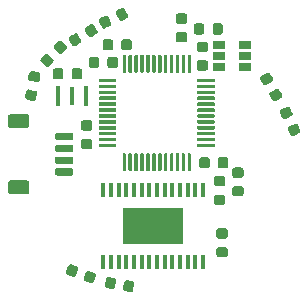
<source format=gbr>
%TF.GenerationSoftware,KiCad,Pcbnew,(5.1.5)-3*%
%TF.CreationDate,2021-01-24T02:28:12+08:00*%
%TF.ProjectId,STM32_FOC,53544d33-325f-4464-9f43-2e6b69636164,rev?*%
%TF.SameCoordinates,Original*%
%TF.FileFunction,Paste,Top*%
%TF.FilePolarity,Positive*%
%FSLAX46Y46*%
G04 Gerber Fmt 4.6, Leading zero omitted, Abs format (unit mm)*
G04 Created by KiCad (PCBNEW (5.1.5)-3) date 2021-01-24 02:28:12*
%MOMM*%
%LPD*%
G04 APERTURE LIST*
%ADD10R,0.304800X1.239520*%
%ADD11R,5.199380X3.098800*%
%ADD12R,0.400000X1.800000*%
%ADD13R,0.400000X1.600000*%
%ADD14C,0.100000*%
%ADD15R,1.060000X0.650000*%
G04 APERTURE END LIST*
D10*
%TO.C,U4*%
X95705980Y-109130380D03*
X96356220Y-109130380D03*
X97006460Y-109130380D03*
X97656700Y-109130380D03*
X98306940Y-109130380D03*
X98957180Y-109130380D03*
X99607420Y-109130380D03*
X100252580Y-109130380D03*
X100902820Y-109130380D03*
X101553060Y-109130380D03*
X102203300Y-109130380D03*
X102853540Y-109130380D03*
X103503780Y-109130380D03*
X104154020Y-109130380D03*
X104154020Y-103049620D03*
X103503780Y-103049620D03*
X102853540Y-103049620D03*
X102203300Y-103049620D03*
X101553060Y-103049620D03*
X100902820Y-103049620D03*
X100252580Y-103049620D03*
X99607420Y-103049620D03*
X98957180Y-103049620D03*
X98306940Y-103049620D03*
X97656700Y-103049620D03*
X97006460Y-103049620D03*
X96356220Y-103049620D03*
X95705980Y-103049620D03*
D11*
X99930000Y-106090000D03*
%TD*%
D12*
%TO.C,Y1*%
X91840000Y-95060000D03*
D13*
X93040000Y-95060000D03*
D12*
X94240000Y-95060000D03*
%TD*%
D14*
%TO.C,J4*%
G36*
X93039703Y-98200722D02*
G01*
X93054264Y-98202882D01*
X93068543Y-98206459D01*
X93082403Y-98211418D01*
X93095710Y-98217712D01*
X93108336Y-98225280D01*
X93120159Y-98234048D01*
X93131066Y-98243934D01*
X93140952Y-98254841D01*
X93149720Y-98266664D01*
X93157288Y-98279290D01*
X93163582Y-98292597D01*
X93168541Y-98306457D01*
X93172118Y-98320736D01*
X93174278Y-98335297D01*
X93175000Y-98350000D01*
X93175000Y-98650000D01*
X93174278Y-98664703D01*
X93172118Y-98679264D01*
X93168541Y-98693543D01*
X93163582Y-98707403D01*
X93157288Y-98720710D01*
X93149720Y-98733336D01*
X93140952Y-98745159D01*
X93131066Y-98756066D01*
X93120159Y-98765952D01*
X93108336Y-98774720D01*
X93095710Y-98782288D01*
X93082403Y-98788582D01*
X93068543Y-98793541D01*
X93054264Y-98797118D01*
X93039703Y-98799278D01*
X93025000Y-98800000D01*
X91775000Y-98800000D01*
X91760297Y-98799278D01*
X91745736Y-98797118D01*
X91731457Y-98793541D01*
X91717597Y-98788582D01*
X91704290Y-98782288D01*
X91691664Y-98774720D01*
X91679841Y-98765952D01*
X91668934Y-98756066D01*
X91659048Y-98745159D01*
X91650280Y-98733336D01*
X91642712Y-98720710D01*
X91636418Y-98707403D01*
X91631459Y-98693543D01*
X91627882Y-98679264D01*
X91625722Y-98664703D01*
X91625000Y-98650000D01*
X91625000Y-98350000D01*
X91625722Y-98335297D01*
X91627882Y-98320736D01*
X91631459Y-98306457D01*
X91636418Y-98292597D01*
X91642712Y-98279290D01*
X91650280Y-98266664D01*
X91659048Y-98254841D01*
X91668934Y-98243934D01*
X91679841Y-98234048D01*
X91691664Y-98225280D01*
X91704290Y-98217712D01*
X91717597Y-98211418D01*
X91731457Y-98206459D01*
X91745736Y-98202882D01*
X91760297Y-98200722D01*
X91775000Y-98200000D01*
X93025000Y-98200000D01*
X93039703Y-98200722D01*
G37*
G36*
X93039703Y-99200722D02*
G01*
X93054264Y-99202882D01*
X93068543Y-99206459D01*
X93082403Y-99211418D01*
X93095710Y-99217712D01*
X93108336Y-99225280D01*
X93120159Y-99234048D01*
X93131066Y-99243934D01*
X93140952Y-99254841D01*
X93149720Y-99266664D01*
X93157288Y-99279290D01*
X93163582Y-99292597D01*
X93168541Y-99306457D01*
X93172118Y-99320736D01*
X93174278Y-99335297D01*
X93175000Y-99350000D01*
X93175000Y-99650000D01*
X93174278Y-99664703D01*
X93172118Y-99679264D01*
X93168541Y-99693543D01*
X93163582Y-99707403D01*
X93157288Y-99720710D01*
X93149720Y-99733336D01*
X93140952Y-99745159D01*
X93131066Y-99756066D01*
X93120159Y-99765952D01*
X93108336Y-99774720D01*
X93095710Y-99782288D01*
X93082403Y-99788582D01*
X93068543Y-99793541D01*
X93054264Y-99797118D01*
X93039703Y-99799278D01*
X93025000Y-99800000D01*
X91775000Y-99800000D01*
X91760297Y-99799278D01*
X91745736Y-99797118D01*
X91731457Y-99793541D01*
X91717597Y-99788582D01*
X91704290Y-99782288D01*
X91691664Y-99774720D01*
X91679841Y-99765952D01*
X91668934Y-99756066D01*
X91659048Y-99745159D01*
X91650280Y-99733336D01*
X91642712Y-99720710D01*
X91636418Y-99707403D01*
X91631459Y-99693543D01*
X91627882Y-99679264D01*
X91625722Y-99664703D01*
X91625000Y-99650000D01*
X91625000Y-99350000D01*
X91625722Y-99335297D01*
X91627882Y-99320736D01*
X91631459Y-99306457D01*
X91636418Y-99292597D01*
X91642712Y-99279290D01*
X91650280Y-99266664D01*
X91659048Y-99254841D01*
X91668934Y-99243934D01*
X91679841Y-99234048D01*
X91691664Y-99225280D01*
X91704290Y-99217712D01*
X91717597Y-99211418D01*
X91731457Y-99206459D01*
X91745736Y-99202882D01*
X91760297Y-99200722D01*
X91775000Y-99200000D01*
X93025000Y-99200000D01*
X93039703Y-99200722D01*
G37*
G36*
X93039703Y-100200722D02*
G01*
X93054264Y-100202882D01*
X93068543Y-100206459D01*
X93082403Y-100211418D01*
X93095710Y-100217712D01*
X93108336Y-100225280D01*
X93120159Y-100234048D01*
X93131066Y-100243934D01*
X93140952Y-100254841D01*
X93149720Y-100266664D01*
X93157288Y-100279290D01*
X93163582Y-100292597D01*
X93168541Y-100306457D01*
X93172118Y-100320736D01*
X93174278Y-100335297D01*
X93175000Y-100350000D01*
X93175000Y-100650000D01*
X93174278Y-100664703D01*
X93172118Y-100679264D01*
X93168541Y-100693543D01*
X93163582Y-100707403D01*
X93157288Y-100720710D01*
X93149720Y-100733336D01*
X93140952Y-100745159D01*
X93131066Y-100756066D01*
X93120159Y-100765952D01*
X93108336Y-100774720D01*
X93095710Y-100782288D01*
X93082403Y-100788582D01*
X93068543Y-100793541D01*
X93054264Y-100797118D01*
X93039703Y-100799278D01*
X93025000Y-100800000D01*
X91775000Y-100800000D01*
X91760297Y-100799278D01*
X91745736Y-100797118D01*
X91731457Y-100793541D01*
X91717597Y-100788582D01*
X91704290Y-100782288D01*
X91691664Y-100774720D01*
X91679841Y-100765952D01*
X91668934Y-100756066D01*
X91659048Y-100745159D01*
X91650280Y-100733336D01*
X91642712Y-100720710D01*
X91636418Y-100707403D01*
X91631459Y-100693543D01*
X91627882Y-100679264D01*
X91625722Y-100664703D01*
X91625000Y-100650000D01*
X91625000Y-100350000D01*
X91625722Y-100335297D01*
X91627882Y-100320736D01*
X91631459Y-100306457D01*
X91636418Y-100292597D01*
X91642712Y-100279290D01*
X91650280Y-100266664D01*
X91659048Y-100254841D01*
X91668934Y-100243934D01*
X91679841Y-100234048D01*
X91691664Y-100225280D01*
X91704290Y-100217712D01*
X91717597Y-100211418D01*
X91731457Y-100206459D01*
X91745736Y-100202882D01*
X91760297Y-100200722D01*
X91775000Y-100200000D01*
X93025000Y-100200000D01*
X93039703Y-100200722D01*
G37*
G36*
X93039703Y-101200722D02*
G01*
X93054264Y-101202882D01*
X93068543Y-101206459D01*
X93082403Y-101211418D01*
X93095710Y-101217712D01*
X93108336Y-101225280D01*
X93120159Y-101234048D01*
X93131066Y-101243934D01*
X93140952Y-101254841D01*
X93149720Y-101266664D01*
X93157288Y-101279290D01*
X93163582Y-101292597D01*
X93168541Y-101306457D01*
X93172118Y-101320736D01*
X93174278Y-101335297D01*
X93175000Y-101350000D01*
X93175000Y-101650000D01*
X93174278Y-101664703D01*
X93172118Y-101679264D01*
X93168541Y-101693543D01*
X93163582Y-101707403D01*
X93157288Y-101720710D01*
X93149720Y-101733336D01*
X93140952Y-101745159D01*
X93131066Y-101756066D01*
X93120159Y-101765952D01*
X93108336Y-101774720D01*
X93095710Y-101782288D01*
X93082403Y-101788582D01*
X93068543Y-101793541D01*
X93054264Y-101797118D01*
X93039703Y-101799278D01*
X93025000Y-101800000D01*
X91775000Y-101800000D01*
X91760297Y-101799278D01*
X91745736Y-101797118D01*
X91731457Y-101793541D01*
X91717597Y-101788582D01*
X91704290Y-101782288D01*
X91691664Y-101774720D01*
X91679841Y-101765952D01*
X91668934Y-101756066D01*
X91659048Y-101745159D01*
X91650280Y-101733336D01*
X91642712Y-101720710D01*
X91636418Y-101707403D01*
X91631459Y-101693543D01*
X91627882Y-101679264D01*
X91625722Y-101664703D01*
X91625000Y-101650000D01*
X91625000Y-101350000D01*
X91625722Y-101335297D01*
X91627882Y-101320736D01*
X91631459Y-101306457D01*
X91636418Y-101292597D01*
X91642712Y-101279290D01*
X91650280Y-101266664D01*
X91659048Y-101254841D01*
X91668934Y-101243934D01*
X91679841Y-101234048D01*
X91691664Y-101225280D01*
X91704290Y-101217712D01*
X91717597Y-101211418D01*
X91731457Y-101206459D01*
X91745736Y-101202882D01*
X91760297Y-101200722D01*
X91775000Y-101200000D01*
X93025000Y-101200000D01*
X93039703Y-101200722D01*
G37*
G36*
X89199505Y-96601204D02*
G01*
X89223773Y-96604804D01*
X89247572Y-96610765D01*
X89270671Y-96619030D01*
X89292850Y-96629520D01*
X89313893Y-96642132D01*
X89333599Y-96656747D01*
X89351777Y-96673223D01*
X89368253Y-96691401D01*
X89382868Y-96711107D01*
X89395480Y-96732150D01*
X89405970Y-96754329D01*
X89414235Y-96777428D01*
X89420196Y-96801227D01*
X89423796Y-96825495D01*
X89425000Y-96849999D01*
X89425000Y-97550001D01*
X89423796Y-97574505D01*
X89420196Y-97598773D01*
X89414235Y-97622572D01*
X89405970Y-97645671D01*
X89395480Y-97667850D01*
X89382868Y-97688893D01*
X89368253Y-97708599D01*
X89351777Y-97726777D01*
X89333599Y-97743253D01*
X89313893Y-97757868D01*
X89292850Y-97770480D01*
X89270671Y-97780970D01*
X89247572Y-97789235D01*
X89223773Y-97795196D01*
X89199505Y-97798796D01*
X89175001Y-97800000D01*
X87874999Y-97800000D01*
X87850495Y-97798796D01*
X87826227Y-97795196D01*
X87802428Y-97789235D01*
X87779329Y-97780970D01*
X87757150Y-97770480D01*
X87736107Y-97757868D01*
X87716401Y-97743253D01*
X87698223Y-97726777D01*
X87681747Y-97708599D01*
X87667132Y-97688893D01*
X87654520Y-97667850D01*
X87644030Y-97645671D01*
X87635765Y-97622572D01*
X87629804Y-97598773D01*
X87626204Y-97574505D01*
X87625000Y-97550001D01*
X87625000Y-96849999D01*
X87626204Y-96825495D01*
X87629804Y-96801227D01*
X87635765Y-96777428D01*
X87644030Y-96754329D01*
X87654520Y-96732150D01*
X87667132Y-96711107D01*
X87681747Y-96691401D01*
X87698223Y-96673223D01*
X87716401Y-96656747D01*
X87736107Y-96642132D01*
X87757150Y-96629520D01*
X87779329Y-96619030D01*
X87802428Y-96610765D01*
X87826227Y-96604804D01*
X87850495Y-96601204D01*
X87874999Y-96600000D01*
X89175001Y-96600000D01*
X89199505Y-96601204D01*
G37*
G36*
X89199505Y-102201204D02*
G01*
X89223773Y-102204804D01*
X89247572Y-102210765D01*
X89270671Y-102219030D01*
X89292850Y-102229520D01*
X89313893Y-102242132D01*
X89333599Y-102256747D01*
X89351777Y-102273223D01*
X89368253Y-102291401D01*
X89382868Y-102311107D01*
X89395480Y-102332150D01*
X89405970Y-102354329D01*
X89414235Y-102377428D01*
X89420196Y-102401227D01*
X89423796Y-102425495D01*
X89425000Y-102449999D01*
X89425000Y-103150001D01*
X89423796Y-103174505D01*
X89420196Y-103198773D01*
X89414235Y-103222572D01*
X89405970Y-103245671D01*
X89395480Y-103267850D01*
X89382868Y-103288893D01*
X89368253Y-103308599D01*
X89351777Y-103326777D01*
X89333599Y-103343253D01*
X89313893Y-103357868D01*
X89292850Y-103370480D01*
X89270671Y-103380970D01*
X89247572Y-103389235D01*
X89223773Y-103395196D01*
X89199505Y-103398796D01*
X89175001Y-103400000D01*
X87874999Y-103400000D01*
X87850495Y-103398796D01*
X87826227Y-103395196D01*
X87802428Y-103389235D01*
X87779329Y-103380970D01*
X87757150Y-103370480D01*
X87736107Y-103357868D01*
X87716401Y-103343253D01*
X87698223Y-103326777D01*
X87681747Y-103308599D01*
X87667132Y-103288893D01*
X87654520Y-103267850D01*
X87644030Y-103245671D01*
X87635765Y-103222572D01*
X87629804Y-103198773D01*
X87626204Y-103174505D01*
X87625000Y-103150001D01*
X87625000Y-102449999D01*
X87626204Y-102425495D01*
X87629804Y-102401227D01*
X87635765Y-102377428D01*
X87644030Y-102354329D01*
X87654520Y-102332150D01*
X87667132Y-102311107D01*
X87681747Y-102291401D01*
X87698223Y-102273223D01*
X87716401Y-102256747D01*
X87736107Y-102242132D01*
X87757150Y-102229520D01*
X87779329Y-102219030D01*
X87802428Y-102210765D01*
X87826227Y-102204804D01*
X87850495Y-102201204D01*
X87874999Y-102200000D01*
X89175001Y-102200000D01*
X89199505Y-102201204D01*
G37*
%TD*%
D15*
%TO.C,U2*%
X105490000Y-91670000D03*
X105490000Y-92620000D03*
X105490000Y-90720000D03*
X107690000Y-90720000D03*
X107690000Y-91670000D03*
X107690000Y-92620000D03*
%TD*%
D14*
%TO.C,U1*%
G36*
X96737351Y-93610361D02*
G01*
X96744632Y-93611441D01*
X96751771Y-93613229D01*
X96758701Y-93615709D01*
X96765355Y-93618856D01*
X96771668Y-93622640D01*
X96777579Y-93627024D01*
X96783033Y-93631967D01*
X96787976Y-93637421D01*
X96792360Y-93643332D01*
X96796144Y-93649645D01*
X96799291Y-93656299D01*
X96801771Y-93663229D01*
X96803559Y-93670368D01*
X96804639Y-93677649D01*
X96805000Y-93685000D01*
X96805000Y-93835000D01*
X96804639Y-93842351D01*
X96803559Y-93849632D01*
X96801771Y-93856771D01*
X96799291Y-93863701D01*
X96796144Y-93870355D01*
X96792360Y-93876668D01*
X96787976Y-93882579D01*
X96783033Y-93888033D01*
X96777579Y-93892976D01*
X96771668Y-93897360D01*
X96765355Y-93901144D01*
X96758701Y-93904291D01*
X96751771Y-93906771D01*
X96744632Y-93908559D01*
X96737351Y-93909639D01*
X96730000Y-93910000D01*
X95405000Y-93910000D01*
X95397649Y-93909639D01*
X95390368Y-93908559D01*
X95383229Y-93906771D01*
X95376299Y-93904291D01*
X95369645Y-93901144D01*
X95363332Y-93897360D01*
X95357421Y-93892976D01*
X95351967Y-93888033D01*
X95347024Y-93882579D01*
X95342640Y-93876668D01*
X95338856Y-93870355D01*
X95335709Y-93863701D01*
X95333229Y-93856771D01*
X95331441Y-93849632D01*
X95330361Y-93842351D01*
X95330000Y-93835000D01*
X95330000Y-93685000D01*
X95330361Y-93677649D01*
X95331441Y-93670368D01*
X95333229Y-93663229D01*
X95335709Y-93656299D01*
X95338856Y-93649645D01*
X95342640Y-93643332D01*
X95347024Y-93637421D01*
X95351967Y-93631967D01*
X95357421Y-93627024D01*
X95363332Y-93622640D01*
X95369645Y-93618856D01*
X95376299Y-93615709D01*
X95383229Y-93613229D01*
X95390368Y-93611441D01*
X95397649Y-93610361D01*
X95405000Y-93610000D01*
X96730000Y-93610000D01*
X96737351Y-93610361D01*
G37*
G36*
X96737351Y-94110361D02*
G01*
X96744632Y-94111441D01*
X96751771Y-94113229D01*
X96758701Y-94115709D01*
X96765355Y-94118856D01*
X96771668Y-94122640D01*
X96777579Y-94127024D01*
X96783033Y-94131967D01*
X96787976Y-94137421D01*
X96792360Y-94143332D01*
X96796144Y-94149645D01*
X96799291Y-94156299D01*
X96801771Y-94163229D01*
X96803559Y-94170368D01*
X96804639Y-94177649D01*
X96805000Y-94185000D01*
X96805000Y-94335000D01*
X96804639Y-94342351D01*
X96803559Y-94349632D01*
X96801771Y-94356771D01*
X96799291Y-94363701D01*
X96796144Y-94370355D01*
X96792360Y-94376668D01*
X96787976Y-94382579D01*
X96783033Y-94388033D01*
X96777579Y-94392976D01*
X96771668Y-94397360D01*
X96765355Y-94401144D01*
X96758701Y-94404291D01*
X96751771Y-94406771D01*
X96744632Y-94408559D01*
X96737351Y-94409639D01*
X96730000Y-94410000D01*
X95405000Y-94410000D01*
X95397649Y-94409639D01*
X95390368Y-94408559D01*
X95383229Y-94406771D01*
X95376299Y-94404291D01*
X95369645Y-94401144D01*
X95363332Y-94397360D01*
X95357421Y-94392976D01*
X95351967Y-94388033D01*
X95347024Y-94382579D01*
X95342640Y-94376668D01*
X95338856Y-94370355D01*
X95335709Y-94363701D01*
X95333229Y-94356771D01*
X95331441Y-94349632D01*
X95330361Y-94342351D01*
X95330000Y-94335000D01*
X95330000Y-94185000D01*
X95330361Y-94177649D01*
X95331441Y-94170368D01*
X95333229Y-94163229D01*
X95335709Y-94156299D01*
X95338856Y-94149645D01*
X95342640Y-94143332D01*
X95347024Y-94137421D01*
X95351967Y-94131967D01*
X95357421Y-94127024D01*
X95363332Y-94122640D01*
X95369645Y-94118856D01*
X95376299Y-94115709D01*
X95383229Y-94113229D01*
X95390368Y-94111441D01*
X95397649Y-94110361D01*
X95405000Y-94110000D01*
X96730000Y-94110000D01*
X96737351Y-94110361D01*
G37*
G36*
X96737351Y-94610361D02*
G01*
X96744632Y-94611441D01*
X96751771Y-94613229D01*
X96758701Y-94615709D01*
X96765355Y-94618856D01*
X96771668Y-94622640D01*
X96777579Y-94627024D01*
X96783033Y-94631967D01*
X96787976Y-94637421D01*
X96792360Y-94643332D01*
X96796144Y-94649645D01*
X96799291Y-94656299D01*
X96801771Y-94663229D01*
X96803559Y-94670368D01*
X96804639Y-94677649D01*
X96805000Y-94685000D01*
X96805000Y-94835000D01*
X96804639Y-94842351D01*
X96803559Y-94849632D01*
X96801771Y-94856771D01*
X96799291Y-94863701D01*
X96796144Y-94870355D01*
X96792360Y-94876668D01*
X96787976Y-94882579D01*
X96783033Y-94888033D01*
X96777579Y-94892976D01*
X96771668Y-94897360D01*
X96765355Y-94901144D01*
X96758701Y-94904291D01*
X96751771Y-94906771D01*
X96744632Y-94908559D01*
X96737351Y-94909639D01*
X96730000Y-94910000D01*
X95405000Y-94910000D01*
X95397649Y-94909639D01*
X95390368Y-94908559D01*
X95383229Y-94906771D01*
X95376299Y-94904291D01*
X95369645Y-94901144D01*
X95363332Y-94897360D01*
X95357421Y-94892976D01*
X95351967Y-94888033D01*
X95347024Y-94882579D01*
X95342640Y-94876668D01*
X95338856Y-94870355D01*
X95335709Y-94863701D01*
X95333229Y-94856771D01*
X95331441Y-94849632D01*
X95330361Y-94842351D01*
X95330000Y-94835000D01*
X95330000Y-94685000D01*
X95330361Y-94677649D01*
X95331441Y-94670368D01*
X95333229Y-94663229D01*
X95335709Y-94656299D01*
X95338856Y-94649645D01*
X95342640Y-94643332D01*
X95347024Y-94637421D01*
X95351967Y-94631967D01*
X95357421Y-94627024D01*
X95363332Y-94622640D01*
X95369645Y-94618856D01*
X95376299Y-94615709D01*
X95383229Y-94613229D01*
X95390368Y-94611441D01*
X95397649Y-94610361D01*
X95405000Y-94610000D01*
X96730000Y-94610000D01*
X96737351Y-94610361D01*
G37*
G36*
X96737351Y-95110361D02*
G01*
X96744632Y-95111441D01*
X96751771Y-95113229D01*
X96758701Y-95115709D01*
X96765355Y-95118856D01*
X96771668Y-95122640D01*
X96777579Y-95127024D01*
X96783033Y-95131967D01*
X96787976Y-95137421D01*
X96792360Y-95143332D01*
X96796144Y-95149645D01*
X96799291Y-95156299D01*
X96801771Y-95163229D01*
X96803559Y-95170368D01*
X96804639Y-95177649D01*
X96805000Y-95185000D01*
X96805000Y-95335000D01*
X96804639Y-95342351D01*
X96803559Y-95349632D01*
X96801771Y-95356771D01*
X96799291Y-95363701D01*
X96796144Y-95370355D01*
X96792360Y-95376668D01*
X96787976Y-95382579D01*
X96783033Y-95388033D01*
X96777579Y-95392976D01*
X96771668Y-95397360D01*
X96765355Y-95401144D01*
X96758701Y-95404291D01*
X96751771Y-95406771D01*
X96744632Y-95408559D01*
X96737351Y-95409639D01*
X96730000Y-95410000D01*
X95405000Y-95410000D01*
X95397649Y-95409639D01*
X95390368Y-95408559D01*
X95383229Y-95406771D01*
X95376299Y-95404291D01*
X95369645Y-95401144D01*
X95363332Y-95397360D01*
X95357421Y-95392976D01*
X95351967Y-95388033D01*
X95347024Y-95382579D01*
X95342640Y-95376668D01*
X95338856Y-95370355D01*
X95335709Y-95363701D01*
X95333229Y-95356771D01*
X95331441Y-95349632D01*
X95330361Y-95342351D01*
X95330000Y-95335000D01*
X95330000Y-95185000D01*
X95330361Y-95177649D01*
X95331441Y-95170368D01*
X95333229Y-95163229D01*
X95335709Y-95156299D01*
X95338856Y-95149645D01*
X95342640Y-95143332D01*
X95347024Y-95137421D01*
X95351967Y-95131967D01*
X95357421Y-95127024D01*
X95363332Y-95122640D01*
X95369645Y-95118856D01*
X95376299Y-95115709D01*
X95383229Y-95113229D01*
X95390368Y-95111441D01*
X95397649Y-95110361D01*
X95405000Y-95110000D01*
X96730000Y-95110000D01*
X96737351Y-95110361D01*
G37*
G36*
X96737351Y-95610361D02*
G01*
X96744632Y-95611441D01*
X96751771Y-95613229D01*
X96758701Y-95615709D01*
X96765355Y-95618856D01*
X96771668Y-95622640D01*
X96777579Y-95627024D01*
X96783033Y-95631967D01*
X96787976Y-95637421D01*
X96792360Y-95643332D01*
X96796144Y-95649645D01*
X96799291Y-95656299D01*
X96801771Y-95663229D01*
X96803559Y-95670368D01*
X96804639Y-95677649D01*
X96805000Y-95685000D01*
X96805000Y-95835000D01*
X96804639Y-95842351D01*
X96803559Y-95849632D01*
X96801771Y-95856771D01*
X96799291Y-95863701D01*
X96796144Y-95870355D01*
X96792360Y-95876668D01*
X96787976Y-95882579D01*
X96783033Y-95888033D01*
X96777579Y-95892976D01*
X96771668Y-95897360D01*
X96765355Y-95901144D01*
X96758701Y-95904291D01*
X96751771Y-95906771D01*
X96744632Y-95908559D01*
X96737351Y-95909639D01*
X96730000Y-95910000D01*
X95405000Y-95910000D01*
X95397649Y-95909639D01*
X95390368Y-95908559D01*
X95383229Y-95906771D01*
X95376299Y-95904291D01*
X95369645Y-95901144D01*
X95363332Y-95897360D01*
X95357421Y-95892976D01*
X95351967Y-95888033D01*
X95347024Y-95882579D01*
X95342640Y-95876668D01*
X95338856Y-95870355D01*
X95335709Y-95863701D01*
X95333229Y-95856771D01*
X95331441Y-95849632D01*
X95330361Y-95842351D01*
X95330000Y-95835000D01*
X95330000Y-95685000D01*
X95330361Y-95677649D01*
X95331441Y-95670368D01*
X95333229Y-95663229D01*
X95335709Y-95656299D01*
X95338856Y-95649645D01*
X95342640Y-95643332D01*
X95347024Y-95637421D01*
X95351967Y-95631967D01*
X95357421Y-95627024D01*
X95363332Y-95622640D01*
X95369645Y-95618856D01*
X95376299Y-95615709D01*
X95383229Y-95613229D01*
X95390368Y-95611441D01*
X95397649Y-95610361D01*
X95405000Y-95610000D01*
X96730000Y-95610000D01*
X96737351Y-95610361D01*
G37*
G36*
X96737351Y-96110361D02*
G01*
X96744632Y-96111441D01*
X96751771Y-96113229D01*
X96758701Y-96115709D01*
X96765355Y-96118856D01*
X96771668Y-96122640D01*
X96777579Y-96127024D01*
X96783033Y-96131967D01*
X96787976Y-96137421D01*
X96792360Y-96143332D01*
X96796144Y-96149645D01*
X96799291Y-96156299D01*
X96801771Y-96163229D01*
X96803559Y-96170368D01*
X96804639Y-96177649D01*
X96805000Y-96185000D01*
X96805000Y-96335000D01*
X96804639Y-96342351D01*
X96803559Y-96349632D01*
X96801771Y-96356771D01*
X96799291Y-96363701D01*
X96796144Y-96370355D01*
X96792360Y-96376668D01*
X96787976Y-96382579D01*
X96783033Y-96388033D01*
X96777579Y-96392976D01*
X96771668Y-96397360D01*
X96765355Y-96401144D01*
X96758701Y-96404291D01*
X96751771Y-96406771D01*
X96744632Y-96408559D01*
X96737351Y-96409639D01*
X96730000Y-96410000D01*
X95405000Y-96410000D01*
X95397649Y-96409639D01*
X95390368Y-96408559D01*
X95383229Y-96406771D01*
X95376299Y-96404291D01*
X95369645Y-96401144D01*
X95363332Y-96397360D01*
X95357421Y-96392976D01*
X95351967Y-96388033D01*
X95347024Y-96382579D01*
X95342640Y-96376668D01*
X95338856Y-96370355D01*
X95335709Y-96363701D01*
X95333229Y-96356771D01*
X95331441Y-96349632D01*
X95330361Y-96342351D01*
X95330000Y-96335000D01*
X95330000Y-96185000D01*
X95330361Y-96177649D01*
X95331441Y-96170368D01*
X95333229Y-96163229D01*
X95335709Y-96156299D01*
X95338856Y-96149645D01*
X95342640Y-96143332D01*
X95347024Y-96137421D01*
X95351967Y-96131967D01*
X95357421Y-96127024D01*
X95363332Y-96122640D01*
X95369645Y-96118856D01*
X95376299Y-96115709D01*
X95383229Y-96113229D01*
X95390368Y-96111441D01*
X95397649Y-96110361D01*
X95405000Y-96110000D01*
X96730000Y-96110000D01*
X96737351Y-96110361D01*
G37*
G36*
X96737351Y-96610361D02*
G01*
X96744632Y-96611441D01*
X96751771Y-96613229D01*
X96758701Y-96615709D01*
X96765355Y-96618856D01*
X96771668Y-96622640D01*
X96777579Y-96627024D01*
X96783033Y-96631967D01*
X96787976Y-96637421D01*
X96792360Y-96643332D01*
X96796144Y-96649645D01*
X96799291Y-96656299D01*
X96801771Y-96663229D01*
X96803559Y-96670368D01*
X96804639Y-96677649D01*
X96805000Y-96685000D01*
X96805000Y-96835000D01*
X96804639Y-96842351D01*
X96803559Y-96849632D01*
X96801771Y-96856771D01*
X96799291Y-96863701D01*
X96796144Y-96870355D01*
X96792360Y-96876668D01*
X96787976Y-96882579D01*
X96783033Y-96888033D01*
X96777579Y-96892976D01*
X96771668Y-96897360D01*
X96765355Y-96901144D01*
X96758701Y-96904291D01*
X96751771Y-96906771D01*
X96744632Y-96908559D01*
X96737351Y-96909639D01*
X96730000Y-96910000D01*
X95405000Y-96910000D01*
X95397649Y-96909639D01*
X95390368Y-96908559D01*
X95383229Y-96906771D01*
X95376299Y-96904291D01*
X95369645Y-96901144D01*
X95363332Y-96897360D01*
X95357421Y-96892976D01*
X95351967Y-96888033D01*
X95347024Y-96882579D01*
X95342640Y-96876668D01*
X95338856Y-96870355D01*
X95335709Y-96863701D01*
X95333229Y-96856771D01*
X95331441Y-96849632D01*
X95330361Y-96842351D01*
X95330000Y-96835000D01*
X95330000Y-96685000D01*
X95330361Y-96677649D01*
X95331441Y-96670368D01*
X95333229Y-96663229D01*
X95335709Y-96656299D01*
X95338856Y-96649645D01*
X95342640Y-96643332D01*
X95347024Y-96637421D01*
X95351967Y-96631967D01*
X95357421Y-96627024D01*
X95363332Y-96622640D01*
X95369645Y-96618856D01*
X95376299Y-96615709D01*
X95383229Y-96613229D01*
X95390368Y-96611441D01*
X95397649Y-96610361D01*
X95405000Y-96610000D01*
X96730000Y-96610000D01*
X96737351Y-96610361D01*
G37*
G36*
X96737351Y-97110361D02*
G01*
X96744632Y-97111441D01*
X96751771Y-97113229D01*
X96758701Y-97115709D01*
X96765355Y-97118856D01*
X96771668Y-97122640D01*
X96777579Y-97127024D01*
X96783033Y-97131967D01*
X96787976Y-97137421D01*
X96792360Y-97143332D01*
X96796144Y-97149645D01*
X96799291Y-97156299D01*
X96801771Y-97163229D01*
X96803559Y-97170368D01*
X96804639Y-97177649D01*
X96805000Y-97185000D01*
X96805000Y-97335000D01*
X96804639Y-97342351D01*
X96803559Y-97349632D01*
X96801771Y-97356771D01*
X96799291Y-97363701D01*
X96796144Y-97370355D01*
X96792360Y-97376668D01*
X96787976Y-97382579D01*
X96783033Y-97388033D01*
X96777579Y-97392976D01*
X96771668Y-97397360D01*
X96765355Y-97401144D01*
X96758701Y-97404291D01*
X96751771Y-97406771D01*
X96744632Y-97408559D01*
X96737351Y-97409639D01*
X96730000Y-97410000D01*
X95405000Y-97410000D01*
X95397649Y-97409639D01*
X95390368Y-97408559D01*
X95383229Y-97406771D01*
X95376299Y-97404291D01*
X95369645Y-97401144D01*
X95363332Y-97397360D01*
X95357421Y-97392976D01*
X95351967Y-97388033D01*
X95347024Y-97382579D01*
X95342640Y-97376668D01*
X95338856Y-97370355D01*
X95335709Y-97363701D01*
X95333229Y-97356771D01*
X95331441Y-97349632D01*
X95330361Y-97342351D01*
X95330000Y-97335000D01*
X95330000Y-97185000D01*
X95330361Y-97177649D01*
X95331441Y-97170368D01*
X95333229Y-97163229D01*
X95335709Y-97156299D01*
X95338856Y-97149645D01*
X95342640Y-97143332D01*
X95347024Y-97137421D01*
X95351967Y-97131967D01*
X95357421Y-97127024D01*
X95363332Y-97122640D01*
X95369645Y-97118856D01*
X95376299Y-97115709D01*
X95383229Y-97113229D01*
X95390368Y-97111441D01*
X95397649Y-97110361D01*
X95405000Y-97110000D01*
X96730000Y-97110000D01*
X96737351Y-97110361D01*
G37*
G36*
X96737351Y-97610361D02*
G01*
X96744632Y-97611441D01*
X96751771Y-97613229D01*
X96758701Y-97615709D01*
X96765355Y-97618856D01*
X96771668Y-97622640D01*
X96777579Y-97627024D01*
X96783033Y-97631967D01*
X96787976Y-97637421D01*
X96792360Y-97643332D01*
X96796144Y-97649645D01*
X96799291Y-97656299D01*
X96801771Y-97663229D01*
X96803559Y-97670368D01*
X96804639Y-97677649D01*
X96805000Y-97685000D01*
X96805000Y-97835000D01*
X96804639Y-97842351D01*
X96803559Y-97849632D01*
X96801771Y-97856771D01*
X96799291Y-97863701D01*
X96796144Y-97870355D01*
X96792360Y-97876668D01*
X96787976Y-97882579D01*
X96783033Y-97888033D01*
X96777579Y-97892976D01*
X96771668Y-97897360D01*
X96765355Y-97901144D01*
X96758701Y-97904291D01*
X96751771Y-97906771D01*
X96744632Y-97908559D01*
X96737351Y-97909639D01*
X96730000Y-97910000D01*
X95405000Y-97910000D01*
X95397649Y-97909639D01*
X95390368Y-97908559D01*
X95383229Y-97906771D01*
X95376299Y-97904291D01*
X95369645Y-97901144D01*
X95363332Y-97897360D01*
X95357421Y-97892976D01*
X95351967Y-97888033D01*
X95347024Y-97882579D01*
X95342640Y-97876668D01*
X95338856Y-97870355D01*
X95335709Y-97863701D01*
X95333229Y-97856771D01*
X95331441Y-97849632D01*
X95330361Y-97842351D01*
X95330000Y-97835000D01*
X95330000Y-97685000D01*
X95330361Y-97677649D01*
X95331441Y-97670368D01*
X95333229Y-97663229D01*
X95335709Y-97656299D01*
X95338856Y-97649645D01*
X95342640Y-97643332D01*
X95347024Y-97637421D01*
X95351967Y-97631967D01*
X95357421Y-97627024D01*
X95363332Y-97622640D01*
X95369645Y-97618856D01*
X95376299Y-97615709D01*
X95383229Y-97613229D01*
X95390368Y-97611441D01*
X95397649Y-97610361D01*
X95405000Y-97610000D01*
X96730000Y-97610000D01*
X96737351Y-97610361D01*
G37*
G36*
X96737351Y-98110361D02*
G01*
X96744632Y-98111441D01*
X96751771Y-98113229D01*
X96758701Y-98115709D01*
X96765355Y-98118856D01*
X96771668Y-98122640D01*
X96777579Y-98127024D01*
X96783033Y-98131967D01*
X96787976Y-98137421D01*
X96792360Y-98143332D01*
X96796144Y-98149645D01*
X96799291Y-98156299D01*
X96801771Y-98163229D01*
X96803559Y-98170368D01*
X96804639Y-98177649D01*
X96805000Y-98185000D01*
X96805000Y-98335000D01*
X96804639Y-98342351D01*
X96803559Y-98349632D01*
X96801771Y-98356771D01*
X96799291Y-98363701D01*
X96796144Y-98370355D01*
X96792360Y-98376668D01*
X96787976Y-98382579D01*
X96783033Y-98388033D01*
X96777579Y-98392976D01*
X96771668Y-98397360D01*
X96765355Y-98401144D01*
X96758701Y-98404291D01*
X96751771Y-98406771D01*
X96744632Y-98408559D01*
X96737351Y-98409639D01*
X96730000Y-98410000D01*
X95405000Y-98410000D01*
X95397649Y-98409639D01*
X95390368Y-98408559D01*
X95383229Y-98406771D01*
X95376299Y-98404291D01*
X95369645Y-98401144D01*
X95363332Y-98397360D01*
X95357421Y-98392976D01*
X95351967Y-98388033D01*
X95347024Y-98382579D01*
X95342640Y-98376668D01*
X95338856Y-98370355D01*
X95335709Y-98363701D01*
X95333229Y-98356771D01*
X95331441Y-98349632D01*
X95330361Y-98342351D01*
X95330000Y-98335000D01*
X95330000Y-98185000D01*
X95330361Y-98177649D01*
X95331441Y-98170368D01*
X95333229Y-98163229D01*
X95335709Y-98156299D01*
X95338856Y-98149645D01*
X95342640Y-98143332D01*
X95347024Y-98137421D01*
X95351967Y-98131967D01*
X95357421Y-98127024D01*
X95363332Y-98122640D01*
X95369645Y-98118856D01*
X95376299Y-98115709D01*
X95383229Y-98113229D01*
X95390368Y-98111441D01*
X95397649Y-98110361D01*
X95405000Y-98110000D01*
X96730000Y-98110000D01*
X96737351Y-98110361D01*
G37*
G36*
X96737351Y-98610361D02*
G01*
X96744632Y-98611441D01*
X96751771Y-98613229D01*
X96758701Y-98615709D01*
X96765355Y-98618856D01*
X96771668Y-98622640D01*
X96777579Y-98627024D01*
X96783033Y-98631967D01*
X96787976Y-98637421D01*
X96792360Y-98643332D01*
X96796144Y-98649645D01*
X96799291Y-98656299D01*
X96801771Y-98663229D01*
X96803559Y-98670368D01*
X96804639Y-98677649D01*
X96805000Y-98685000D01*
X96805000Y-98835000D01*
X96804639Y-98842351D01*
X96803559Y-98849632D01*
X96801771Y-98856771D01*
X96799291Y-98863701D01*
X96796144Y-98870355D01*
X96792360Y-98876668D01*
X96787976Y-98882579D01*
X96783033Y-98888033D01*
X96777579Y-98892976D01*
X96771668Y-98897360D01*
X96765355Y-98901144D01*
X96758701Y-98904291D01*
X96751771Y-98906771D01*
X96744632Y-98908559D01*
X96737351Y-98909639D01*
X96730000Y-98910000D01*
X95405000Y-98910000D01*
X95397649Y-98909639D01*
X95390368Y-98908559D01*
X95383229Y-98906771D01*
X95376299Y-98904291D01*
X95369645Y-98901144D01*
X95363332Y-98897360D01*
X95357421Y-98892976D01*
X95351967Y-98888033D01*
X95347024Y-98882579D01*
X95342640Y-98876668D01*
X95338856Y-98870355D01*
X95335709Y-98863701D01*
X95333229Y-98856771D01*
X95331441Y-98849632D01*
X95330361Y-98842351D01*
X95330000Y-98835000D01*
X95330000Y-98685000D01*
X95330361Y-98677649D01*
X95331441Y-98670368D01*
X95333229Y-98663229D01*
X95335709Y-98656299D01*
X95338856Y-98649645D01*
X95342640Y-98643332D01*
X95347024Y-98637421D01*
X95351967Y-98631967D01*
X95357421Y-98627024D01*
X95363332Y-98622640D01*
X95369645Y-98618856D01*
X95376299Y-98615709D01*
X95383229Y-98613229D01*
X95390368Y-98611441D01*
X95397649Y-98610361D01*
X95405000Y-98610000D01*
X96730000Y-98610000D01*
X96737351Y-98610361D01*
G37*
G36*
X96737351Y-99110361D02*
G01*
X96744632Y-99111441D01*
X96751771Y-99113229D01*
X96758701Y-99115709D01*
X96765355Y-99118856D01*
X96771668Y-99122640D01*
X96777579Y-99127024D01*
X96783033Y-99131967D01*
X96787976Y-99137421D01*
X96792360Y-99143332D01*
X96796144Y-99149645D01*
X96799291Y-99156299D01*
X96801771Y-99163229D01*
X96803559Y-99170368D01*
X96804639Y-99177649D01*
X96805000Y-99185000D01*
X96805000Y-99335000D01*
X96804639Y-99342351D01*
X96803559Y-99349632D01*
X96801771Y-99356771D01*
X96799291Y-99363701D01*
X96796144Y-99370355D01*
X96792360Y-99376668D01*
X96787976Y-99382579D01*
X96783033Y-99388033D01*
X96777579Y-99392976D01*
X96771668Y-99397360D01*
X96765355Y-99401144D01*
X96758701Y-99404291D01*
X96751771Y-99406771D01*
X96744632Y-99408559D01*
X96737351Y-99409639D01*
X96730000Y-99410000D01*
X95405000Y-99410000D01*
X95397649Y-99409639D01*
X95390368Y-99408559D01*
X95383229Y-99406771D01*
X95376299Y-99404291D01*
X95369645Y-99401144D01*
X95363332Y-99397360D01*
X95357421Y-99392976D01*
X95351967Y-99388033D01*
X95347024Y-99382579D01*
X95342640Y-99376668D01*
X95338856Y-99370355D01*
X95335709Y-99363701D01*
X95333229Y-99356771D01*
X95331441Y-99349632D01*
X95330361Y-99342351D01*
X95330000Y-99335000D01*
X95330000Y-99185000D01*
X95330361Y-99177649D01*
X95331441Y-99170368D01*
X95333229Y-99163229D01*
X95335709Y-99156299D01*
X95338856Y-99149645D01*
X95342640Y-99143332D01*
X95347024Y-99137421D01*
X95351967Y-99131967D01*
X95357421Y-99127024D01*
X95363332Y-99122640D01*
X95369645Y-99118856D01*
X95376299Y-99115709D01*
X95383229Y-99113229D01*
X95390368Y-99111441D01*
X95397649Y-99110361D01*
X95405000Y-99110000D01*
X96730000Y-99110000D01*
X96737351Y-99110361D01*
G37*
G36*
X97562351Y-99935361D02*
G01*
X97569632Y-99936441D01*
X97576771Y-99938229D01*
X97583701Y-99940709D01*
X97590355Y-99943856D01*
X97596668Y-99947640D01*
X97602579Y-99952024D01*
X97608033Y-99956967D01*
X97612976Y-99962421D01*
X97617360Y-99968332D01*
X97621144Y-99974645D01*
X97624291Y-99981299D01*
X97626771Y-99988229D01*
X97628559Y-99995368D01*
X97629639Y-100002649D01*
X97630000Y-100010000D01*
X97630000Y-101335000D01*
X97629639Y-101342351D01*
X97628559Y-101349632D01*
X97626771Y-101356771D01*
X97624291Y-101363701D01*
X97621144Y-101370355D01*
X97617360Y-101376668D01*
X97612976Y-101382579D01*
X97608033Y-101388033D01*
X97602579Y-101392976D01*
X97596668Y-101397360D01*
X97590355Y-101401144D01*
X97583701Y-101404291D01*
X97576771Y-101406771D01*
X97569632Y-101408559D01*
X97562351Y-101409639D01*
X97555000Y-101410000D01*
X97405000Y-101410000D01*
X97397649Y-101409639D01*
X97390368Y-101408559D01*
X97383229Y-101406771D01*
X97376299Y-101404291D01*
X97369645Y-101401144D01*
X97363332Y-101397360D01*
X97357421Y-101392976D01*
X97351967Y-101388033D01*
X97347024Y-101382579D01*
X97342640Y-101376668D01*
X97338856Y-101370355D01*
X97335709Y-101363701D01*
X97333229Y-101356771D01*
X97331441Y-101349632D01*
X97330361Y-101342351D01*
X97330000Y-101335000D01*
X97330000Y-100010000D01*
X97330361Y-100002649D01*
X97331441Y-99995368D01*
X97333229Y-99988229D01*
X97335709Y-99981299D01*
X97338856Y-99974645D01*
X97342640Y-99968332D01*
X97347024Y-99962421D01*
X97351967Y-99956967D01*
X97357421Y-99952024D01*
X97363332Y-99947640D01*
X97369645Y-99943856D01*
X97376299Y-99940709D01*
X97383229Y-99938229D01*
X97390368Y-99936441D01*
X97397649Y-99935361D01*
X97405000Y-99935000D01*
X97555000Y-99935000D01*
X97562351Y-99935361D01*
G37*
G36*
X98062351Y-99935361D02*
G01*
X98069632Y-99936441D01*
X98076771Y-99938229D01*
X98083701Y-99940709D01*
X98090355Y-99943856D01*
X98096668Y-99947640D01*
X98102579Y-99952024D01*
X98108033Y-99956967D01*
X98112976Y-99962421D01*
X98117360Y-99968332D01*
X98121144Y-99974645D01*
X98124291Y-99981299D01*
X98126771Y-99988229D01*
X98128559Y-99995368D01*
X98129639Y-100002649D01*
X98130000Y-100010000D01*
X98130000Y-101335000D01*
X98129639Y-101342351D01*
X98128559Y-101349632D01*
X98126771Y-101356771D01*
X98124291Y-101363701D01*
X98121144Y-101370355D01*
X98117360Y-101376668D01*
X98112976Y-101382579D01*
X98108033Y-101388033D01*
X98102579Y-101392976D01*
X98096668Y-101397360D01*
X98090355Y-101401144D01*
X98083701Y-101404291D01*
X98076771Y-101406771D01*
X98069632Y-101408559D01*
X98062351Y-101409639D01*
X98055000Y-101410000D01*
X97905000Y-101410000D01*
X97897649Y-101409639D01*
X97890368Y-101408559D01*
X97883229Y-101406771D01*
X97876299Y-101404291D01*
X97869645Y-101401144D01*
X97863332Y-101397360D01*
X97857421Y-101392976D01*
X97851967Y-101388033D01*
X97847024Y-101382579D01*
X97842640Y-101376668D01*
X97838856Y-101370355D01*
X97835709Y-101363701D01*
X97833229Y-101356771D01*
X97831441Y-101349632D01*
X97830361Y-101342351D01*
X97830000Y-101335000D01*
X97830000Y-100010000D01*
X97830361Y-100002649D01*
X97831441Y-99995368D01*
X97833229Y-99988229D01*
X97835709Y-99981299D01*
X97838856Y-99974645D01*
X97842640Y-99968332D01*
X97847024Y-99962421D01*
X97851967Y-99956967D01*
X97857421Y-99952024D01*
X97863332Y-99947640D01*
X97869645Y-99943856D01*
X97876299Y-99940709D01*
X97883229Y-99938229D01*
X97890368Y-99936441D01*
X97897649Y-99935361D01*
X97905000Y-99935000D01*
X98055000Y-99935000D01*
X98062351Y-99935361D01*
G37*
G36*
X98562351Y-99935361D02*
G01*
X98569632Y-99936441D01*
X98576771Y-99938229D01*
X98583701Y-99940709D01*
X98590355Y-99943856D01*
X98596668Y-99947640D01*
X98602579Y-99952024D01*
X98608033Y-99956967D01*
X98612976Y-99962421D01*
X98617360Y-99968332D01*
X98621144Y-99974645D01*
X98624291Y-99981299D01*
X98626771Y-99988229D01*
X98628559Y-99995368D01*
X98629639Y-100002649D01*
X98630000Y-100010000D01*
X98630000Y-101335000D01*
X98629639Y-101342351D01*
X98628559Y-101349632D01*
X98626771Y-101356771D01*
X98624291Y-101363701D01*
X98621144Y-101370355D01*
X98617360Y-101376668D01*
X98612976Y-101382579D01*
X98608033Y-101388033D01*
X98602579Y-101392976D01*
X98596668Y-101397360D01*
X98590355Y-101401144D01*
X98583701Y-101404291D01*
X98576771Y-101406771D01*
X98569632Y-101408559D01*
X98562351Y-101409639D01*
X98555000Y-101410000D01*
X98405000Y-101410000D01*
X98397649Y-101409639D01*
X98390368Y-101408559D01*
X98383229Y-101406771D01*
X98376299Y-101404291D01*
X98369645Y-101401144D01*
X98363332Y-101397360D01*
X98357421Y-101392976D01*
X98351967Y-101388033D01*
X98347024Y-101382579D01*
X98342640Y-101376668D01*
X98338856Y-101370355D01*
X98335709Y-101363701D01*
X98333229Y-101356771D01*
X98331441Y-101349632D01*
X98330361Y-101342351D01*
X98330000Y-101335000D01*
X98330000Y-100010000D01*
X98330361Y-100002649D01*
X98331441Y-99995368D01*
X98333229Y-99988229D01*
X98335709Y-99981299D01*
X98338856Y-99974645D01*
X98342640Y-99968332D01*
X98347024Y-99962421D01*
X98351967Y-99956967D01*
X98357421Y-99952024D01*
X98363332Y-99947640D01*
X98369645Y-99943856D01*
X98376299Y-99940709D01*
X98383229Y-99938229D01*
X98390368Y-99936441D01*
X98397649Y-99935361D01*
X98405000Y-99935000D01*
X98555000Y-99935000D01*
X98562351Y-99935361D01*
G37*
G36*
X99062351Y-99935361D02*
G01*
X99069632Y-99936441D01*
X99076771Y-99938229D01*
X99083701Y-99940709D01*
X99090355Y-99943856D01*
X99096668Y-99947640D01*
X99102579Y-99952024D01*
X99108033Y-99956967D01*
X99112976Y-99962421D01*
X99117360Y-99968332D01*
X99121144Y-99974645D01*
X99124291Y-99981299D01*
X99126771Y-99988229D01*
X99128559Y-99995368D01*
X99129639Y-100002649D01*
X99130000Y-100010000D01*
X99130000Y-101335000D01*
X99129639Y-101342351D01*
X99128559Y-101349632D01*
X99126771Y-101356771D01*
X99124291Y-101363701D01*
X99121144Y-101370355D01*
X99117360Y-101376668D01*
X99112976Y-101382579D01*
X99108033Y-101388033D01*
X99102579Y-101392976D01*
X99096668Y-101397360D01*
X99090355Y-101401144D01*
X99083701Y-101404291D01*
X99076771Y-101406771D01*
X99069632Y-101408559D01*
X99062351Y-101409639D01*
X99055000Y-101410000D01*
X98905000Y-101410000D01*
X98897649Y-101409639D01*
X98890368Y-101408559D01*
X98883229Y-101406771D01*
X98876299Y-101404291D01*
X98869645Y-101401144D01*
X98863332Y-101397360D01*
X98857421Y-101392976D01*
X98851967Y-101388033D01*
X98847024Y-101382579D01*
X98842640Y-101376668D01*
X98838856Y-101370355D01*
X98835709Y-101363701D01*
X98833229Y-101356771D01*
X98831441Y-101349632D01*
X98830361Y-101342351D01*
X98830000Y-101335000D01*
X98830000Y-100010000D01*
X98830361Y-100002649D01*
X98831441Y-99995368D01*
X98833229Y-99988229D01*
X98835709Y-99981299D01*
X98838856Y-99974645D01*
X98842640Y-99968332D01*
X98847024Y-99962421D01*
X98851967Y-99956967D01*
X98857421Y-99952024D01*
X98863332Y-99947640D01*
X98869645Y-99943856D01*
X98876299Y-99940709D01*
X98883229Y-99938229D01*
X98890368Y-99936441D01*
X98897649Y-99935361D01*
X98905000Y-99935000D01*
X99055000Y-99935000D01*
X99062351Y-99935361D01*
G37*
G36*
X99562351Y-99935361D02*
G01*
X99569632Y-99936441D01*
X99576771Y-99938229D01*
X99583701Y-99940709D01*
X99590355Y-99943856D01*
X99596668Y-99947640D01*
X99602579Y-99952024D01*
X99608033Y-99956967D01*
X99612976Y-99962421D01*
X99617360Y-99968332D01*
X99621144Y-99974645D01*
X99624291Y-99981299D01*
X99626771Y-99988229D01*
X99628559Y-99995368D01*
X99629639Y-100002649D01*
X99630000Y-100010000D01*
X99630000Y-101335000D01*
X99629639Y-101342351D01*
X99628559Y-101349632D01*
X99626771Y-101356771D01*
X99624291Y-101363701D01*
X99621144Y-101370355D01*
X99617360Y-101376668D01*
X99612976Y-101382579D01*
X99608033Y-101388033D01*
X99602579Y-101392976D01*
X99596668Y-101397360D01*
X99590355Y-101401144D01*
X99583701Y-101404291D01*
X99576771Y-101406771D01*
X99569632Y-101408559D01*
X99562351Y-101409639D01*
X99555000Y-101410000D01*
X99405000Y-101410000D01*
X99397649Y-101409639D01*
X99390368Y-101408559D01*
X99383229Y-101406771D01*
X99376299Y-101404291D01*
X99369645Y-101401144D01*
X99363332Y-101397360D01*
X99357421Y-101392976D01*
X99351967Y-101388033D01*
X99347024Y-101382579D01*
X99342640Y-101376668D01*
X99338856Y-101370355D01*
X99335709Y-101363701D01*
X99333229Y-101356771D01*
X99331441Y-101349632D01*
X99330361Y-101342351D01*
X99330000Y-101335000D01*
X99330000Y-100010000D01*
X99330361Y-100002649D01*
X99331441Y-99995368D01*
X99333229Y-99988229D01*
X99335709Y-99981299D01*
X99338856Y-99974645D01*
X99342640Y-99968332D01*
X99347024Y-99962421D01*
X99351967Y-99956967D01*
X99357421Y-99952024D01*
X99363332Y-99947640D01*
X99369645Y-99943856D01*
X99376299Y-99940709D01*
X99383229Y-99938229D01*
X99390368Y-99936441D01*
X99397649Y-99935361D01*
X99405000Y-99935000D01*
X99555000Y-99935000D01*
X99562351Y-99935361D01*
G37*
G36*
X100062351Y-99935361D02*
G01*
X100069632Y-99936441D01*
X100076771Y-99938229D01*
X100083701Y-99940709D01*
X100090355Y-99943856D01*
X100096668Y-99947640D01*
X100102579Y-99952024D01*
X100108033Y-99956967D01*
X100112976Y-99962421D01*
X100117360Y-99968332D01*
X100121144Y-99974645D01*
X100124291Y-99981299D01*
X100126771Y-99988229D01*
X100128559Y-99995368D01*
X100129639Y-100002649D01*
X100130000Y-100010000D01*
X100130000Y-101335000D01*
X100129639Y-101342351D01*
X100128559Y-101349632D01*
X100126771Y-101356771D01*
X100124291Y-101363701D01*
X100121144Y-101370355D01*
X100117360Y-101376668D01*
X100112976Y-101382579D01*
X100108033Y-101388033D01*
X100102579Y-101392976D01*
X100096668Y-101397360D01*
X100090355Y-101401144D01*
X100083701Y-101404291D01*
X100076771Y-101406771D01*
X100069632Y-101408559D01*
X100062351Y-101409639D01*
X100055000Y-101410000D01*
X99905000Y-101410000D01*
X99897649Y-101409639D01*
X99890368Y-101408559D01*
X99883229Y-101406771D01*
X99876299Y-101404291D01*
X99869645Y-101401144D01*
X99863332Y-101397360D01*
X99857421Y-101392976D01*
X99851967Y-101388033D01*
X99847024Y-101382579D01*
X99842640Y-101376668D01*
X99838856Y-101370355D01*
X99835709Y-101363701D01*
X99833229Y-101356771D01*
X99831441Y-101349632D01*
X99830361Y-101342351D01*
X99830000Y-101335000D01*
X99830000Y-100010000D01*
X99830361Y-100002649D01*
X99831441Y-99995368D01*
X99833229Y-99988229D01*
X99835709Y-99981299D01*
X99838856Y-99974645D01*
X99842640Y-99968332D01*
X99847024Y-99962421D01*
X99851967Y-99956967D01*
X99857421Y-99952024D01*
X99863332Y-99947640D01*
X99869645Y-99943856D01*
X99876299Y-99940709D01*
X99883229Y-99938229D01*
X99890368Y-99936441D01*
X99897649Y-99935361D01*
X99905000Y-99935000D01*
X100055000Y-99935000D01*
X100062351Y-99935361D01*
G37*
G36*
X100562351Y-99935361D02*
G01*
X100569632Y-99936441D01*
X100576771Y-99938229D01*
X100583701Y-99940709D01*
X100590355Y-99943856D01*
X100596668Y-99947640D01*
X100602579Y-99952024D01*
X100608033Y-99956967D01*
X100612976Y-99962421D01*
X100617360Y-99968332D01*
X100621144Y-99974645D01*
X100624291Y-99981299D01*
X100626771Y-99988229D01*
X100628559Y-99995368D01*
X100629639Y-100002649D01*
X100630000Y-100010000D01*
X100630000Y-101335000D01*
X100629639Y-101342351D01*
X100628559Y-101349632D01*
X100626771Y-101356771D01*
X100624291Y-101363701D01*
X100621144Y-101370355D01*
X100617360Y-101376668D01*
X100612976Y-101382579D01*
X100608033Y-101388033D01*
X100602579Y-101392976D01*
X100596668Y-101397360D01*
X100590355Y-101401144D01*
X100583701Y-101404291D01*
X100576771Y-101406771D01*
X100569632Y-101408559D01*
X100562351Y-101409639D01*
X100555000Y-101410000D01*
X100405000Y-101410000D01*
X100397649Y-101409639D01*
X100390368Y-101408559D01*
X100383229Y-101406771D01*
X100376299Y-101404291D01*
X100369645Y-101401144D01*
X100363332Y-101397360D01*
X100357421Y-101392976D01*
X100351967Y-101388033D01*
X100347024Y-101382579D01*
X100342640Y-101376668D01*
X100338856Y-101370355D01*
X100335709Y-101363701D01*
X100333229Y-101356771D01*
X100331441Y-101349632D01*
X100330361Y-101342351D01*
X100330000Y-101335000D01*
X100330000Y-100010000D01*
X100330361Y-100002649D01*
X100331441Y-99995368D01*
X100333229Y-99988229D01*
X100335709Y-99981299D01*
X100338856Y-99974645D01*
X100342640Y-99968332D01*
X100347024Y-99962421D01*
X100351967Y-99956967D01*
X100357421Y-99952024D01*
X100363332Y-99947640D01*
X100369645Y-99943856D01*
X100376299Y-99940709D01*
X100383229Y-99938229D01*
X100390368Y-99936441D01*
X100397649Y-99935361D01*
X100405000Y-99935000D01*
X100555000Y-99935000D01*
X100562351Y-99935361D01*
G37*
G36*
X101062351Y-99935361D02*
G01*
X101069632Y-99936441D01*
X101076771Y-99938229D01*
X101083701Y-99940709D01*
X101090355Y-99943856D01*
X101096668Y-99947640D01*
X101102579Y-99952024D01*
X101108033Y-99956967D01*
X101112976Y-99962421D01*
X101117360Y-99968332D01*
X101121144Y-99974645D01*
X101124291Y-99981299D01*
X101126771Y-99988229D01*
X101128559Y-99995368D01*
X101129639Y-100002649D01*
X101130000Y-100010000D01*
X101130000Y-101335000D01*
X101129639Y-101342351D01*
X101128559Y-101349632D01*
X101126771Y-101356771D01*
X101124291Y-101363701D01*
X101121144Y-101370355D01*
X101117360Y-101376668D01*
X101112976Y-101382579D01*
X101108033Y-101388033D01*
X101102579Y-101392976D01*
X101096668Y-101397360D01*
X101090355Y-101401144D01*
X101083701Y-101404291D01*
X101076771Y-101406771D01*
X101069632Y-101408559D01*
X101062351Y-101409639D01*
X101055000Y-101410000D01*
X100905000Y-101410000D01*
X100897649Y-101409639D01*
X100890368Y-101408559D01*
X100883229Y-101406771D01*
X100876299Y-101404291D01*
X100869645Y-101401144D01*
X100863332Y-101397360D01*
X100857421Y-101392976D01*
X100851967Y-101388033D01*
X100847024Y-101382579D01*
X100842640Y-101376668D01*
X100838856Y-101370355D01*
X100835709Y-101363701D01*
X100833229Y-101356771D01*
X100831441Y-101349632D01*
X100830361Y-101342351D01*
X100830000Y-101335000D01*
X100830000Y-100010000D01*
X100830361Y-100002649D01*
X100831441Y-99995368D01*
X100833229Y-99988229D01*
X100835709Y-99981299D01*
X100838856Y-99974645D01*
X100842640Y-99968332D01*
X100847024Y-99962421D01*
X100851967Y-99956967D01*
X100857421Y-99952024D01*
X100863332Y-99947640D01*
X100869645Y-99943856D01*
X100876299Y-99940709D01*
X100883229Y-99938229D01*
X100890368Y-99936441D01*
X100897649Y-99935361D01*
X100905000Y-99935000D01*
X101055000Y-99935000D01*
X101062351Y-99935361D01*
G37*
G36*
X101562351Y-99935361D02*
G01*
X101569632Y-99936441D01*
X101576771Y-99938229D01*
X101583701Y-99940709D01*
X101590355Y-99943856D01*
X101596668Y-99947640D01*
X101602579Y-99952024D01*
X101608033Y-99956967D01*
X101612976Y-99962421D01*
X101617360Y-99968332D01*
X101621144Y-99974645D01*
X101624291Y-99981299D01*
X101626771Y-99988229D01*
X101628559Y-99995368D01*
X101629639Y-100002649D01*
X101630000Y-100010000D01*
X101630000Y-101335000D01*
X101629639Y-101342351D01*
X101628559Y-101349632D01*
X101626771Y-101356771D01*
X101624291Y-101363701D01*
X101621144Y-101370355D01*
X101617360Y-101376668D01*
X101612976Y-101382579D01*
X101608033Y-101388033D01*
X101602579Y-101392976D01*
X101596668Y-101397360D01*
X101590355Y-101401144D01*
X101583701Y-101404291D01*
X101576771Y-101406771D01*
X101569632Y-101408559D01*
X101562351Y-101409639D01*
X101555000Y-101410000D01*
X101405000Y-101410000D01*
X101397649Y-101409639D01*
X101390368Y-101408559D01*
X101383229Y-101406771D01*
X101376299Y-101404291D01*
X101369645Y-101401144D01*
X101363332Y-101397360D01*
X101357421Y-101392976D01*
X101351967Y-101388033D01*
X101347024Y-101382579D01*
X101342640Y-101376668D01*
X101338856Y-101370355D01*
X101335709Y-101363701D01*
X101333229Y-101356771D01*
X101331441Y-101349632D01*
X101330361Y-101342351D01*
X101330000Y-101335000D01*
X101330000Y-100010000D01*
X101330361Y-100002649D01*
X101331441Y-99995368D01*
X101333229Y-99988229D01*
X101335709Y-99981299D01*
X101338856Y-99974645D01*
X101342640Y-99968332D01*
X101347024Y-99962421D01*
X101351967Y-99956967D01*
X101357421Y-99952024D01*
X101363332Y-99947640D01*
X101369645Y-99943856D01*
X101376299Y-99940709D01*
X101383229Y-99938229D01*
X101390368Y-99936441D01*
X101397649Y-99935361D01*
X101405000Y-99935000D01*
X101555000Y-99935000D01*
X101562351Y-99935361D01*
G37*
G36*
X102062351Y-99935361D02*
G01*
X102069632Y-99936441D01*
X102076771Y-99938229D01*
X102083701Y-99940709D01*
X102090355Y-99943856D01*
X102096668Y-99947640D01*
X102102579Y-99952024D01*
X102108033Y-99956967D01*
X102112976Y-99962421D01*
X102117360Y-99968332D01*
X102121144Y-99974645D01*
X102124291Y-99981299D01*
X102126771Y-99988229D01*
X102128559Y-99995368D01*
X102129639Y-100002649D01*
X102130000Y-100010000D01*
X102130000Y-101335000D01*
X102129639Y-101342351D01*
X102128559Y-101349632D01*
X102126771Y-101356771D01*
X102124291Y-101363701D01*
X102121144Y-101370355D01*
X102117360Y-101376668D01*
X102112976Y-101382579D01*
X102108033Y-101388033D01*
X102102579Y-101392976D01*
X102096668Y-101397360D01*
X102090355Y-101401144D01*
X102083701Y-101404291D01*
X102076771Y-101406771D01*
X102069632Y-101408559D01*
X102062351Y-101409639D01*
X102055000Y-101410000D01*
X101905000Y-101410000D01*
X101897649Y-101409639D01*
X101890368Y-101408559D01*
X101883229Y-101406771D01*
X101876299Y-101404291D01*
X101869645Y-101401144D01*
X101863332Y-101397360D01*
X101857421Y-101392976D01*
X101851967Y-101388033D01*
X101847024Y-101382579D01*
X101842640Y-101376668D01*
X101838856Y-101370355D01*
X101835709Y-101363701D01*
X101833229Y-101356771D01*
X101831441Y-101349632D01*
X101830361Y-101342351D01*
X101830000Y-101335000D01*
X101830000Y-100010000D01*
X101830361Y-100002649D01*
X101831441Y-99995368D01*
X101833229Y-99988229D01*
X101835709Y-99981299D01*
X101838856Y-99974645D01*
X101842640Y-99968332D01*
X101847024Y-99962421D01*
X101851967Y-99956967D01*
X101857421Y-99952024D01*
X101863332Y-99947640D01*
X101869645Y-99943856D01*
X101876299Y-99940709D01*
X101883229Y-99938229D01*
X101890368Y-99936441D01*
X101897649Y-99935361D01*
X101905000Y-99935000D01*
X102055000Y-99935000D01*
X102062351Y-99935361D01*
G37*
G36*
X102562351Y-99935361D02*
G01*
X102569632Y-99936441D01*
X102576771Y-99938229D01*
X102583701Y-99940709D01*
X102590355Y-99943856D01*
X102596668Y-99947640D01*
X102602579Y-99952024D01*
X102608033Y-99956967D01*
X102612976Y-99962421D01*
X102617360Y-99968332D01*
X102621144Y-99974645D01*
X102624291Y-99981299D01*
X102626771Y-99988229D01*
X102628559Y-99995368D01*
X102629639Y-100002649D01*
X102630000Y-100010000D01*
X102630000Y-101335000D01*
X102629639Y-101342351D01*
X102628559Y-101349632D01*
X102626771Y-101356771D01*
X102624291Y-101363701D01*
X102621144Y-101370355D01*
X102617360Y-101376668D01*
X102612976Y-101382579D01*
X102608033Y-101388033D01*
X102602579Y-101392976D01*
X102596668Y-101397360D01*
X102590355Y-101401144D01*
X102583701Y-101404291D01*
X102576771Y-101406771D01*
X102569632Y-101408559D01*
X102562351Y-101409639D01*
X102555000Y-101410000D01*
X102405000Y-101410000D01*
X102397649Y-101409639D01*
X102390368Y-101408559D01*
X102383229Y-101406771D01*
X102376299Y-101404291D01*
X102369645Y-101401144D01*
X102363332Y-101397360D01*
X102357421Y-101392976D01*
X102351967Y-101388033D01*
X102347024Y-101382579D01*
X102342640Y-101376668D01*
X102338856Y-101370355D01*
X102335709Y-101363701D01*
X102333229Y-101356771D01*
X102331441Y-101349632D01*
X102330361Y-101342351D01*
X102330000Y-101335000D01*
X102330000Y-100010000D01*
X102330361Y-100002649D01*
X102331441Y-99995368D01*
X102333229Y-99988229D01*
X102335709Y-99981299D01*
X102338856Y-99974645D01*
X102342640Y-99968332D01*
X102347024Y-99962421D01*
X102351967Y-99956967D01*
X102357421Y-99952024D01*
X102363332Y-99947640D01*
X102369645Y-99943856D01*
X102376299Y-99940709D01*
X102383229Y-99938229D01*
X102390368Y-99936441D01*
X102397649Y-99935361D01*
X102405000Y-99935000D01*
X102555000Y-99935000D01*
X102562351Y-99935361D01*
G37*
G36*
X103062351Y-99935361D02*
G01*
X103069632Y-99936441D01*
X103076771Y-99938229D01*
X103083701Y-99940709D01*
X103090355Y-99943856D01*
X103096668Y-99947640D01*
X103102579Y-99952024D01*
X103108033Y-99956967D01*
X103112976Y-99962421D01*
X103117360Y-99968332D01*
X103121144Y-99974645D01*
X103124291Y-99981299D01*
X103126771Y-99988229D01*
X103128559Y-99995368D01*
X103129639Y-100002649D01*
X103130000Y-100010000D01*
X103130000Y-101335000D01*
X103129639Y-101342351D01*
X103128559Y-101349632D01*
X103126771Y-101356771D01*
X103124291Y-101363701D01*
X103121144Y-101370355D01*
X103117360Y-101376668D01*
X103112976Y-101382579D01*
X103108033Y-101388033D01*
X103102579Y-101392976D01*
X103096668Y-101397360D01*
X103090355Y-101401144D01*
X103083701Y-101404291D01*
X103076771Y-101406771D01*
X103069632Y-101408559D01*
X103062351Y-101409639D01*
X103055000Y-101410000D01*
X102905000Y-101410000D01*
X102897649Y-101409639D01*
X102890368Y-101408559D01*
X102883229Y-101406771D01*
X102876299Y-101404291D01*
X102869645Y-101401144D01*
X102863332Y-101397360D01*
X102857421Y-101392976D01*
X102851967Y-101388033D01*
X102847024Y-101382579D01*
X102842640Y-101376668D01*
X102838856Y-101370355D01*
X102835709Y-101363701D01*
X102833229Y-101356771D01*
X102831441Y-101349632D01*
X102830361Y-101342351D01*
X102830000Y-101335000D01*
X102830000Y-100010000D01*
X102830361Y-100002649D01*
X102831441Y-99995368D01*
X102833229Y-99988229D01*
X102835709Y-99981299D01*
X102838856Y-99974645D01*
X102842640Y-99968332D01*
X102847024Y-99962421D01*
X102851967Y-99956967D01*
X102857421Y-99952024D01*
X102863332Y-99947640D01*
X102869645Y-99943856D01*
X102876299Y-99940709D01*
X102883229Y-99938229D01*
X102890368Y-99936441D01*
X102897649Y-99935361D01*
X102905000Y-99935000D01*
X103055000Y-99935000D01*
X103062351Y-99935361D01*
G37*
G36*
X105062351Y-99110361D02*
G01*
X105069632Y-99111441D01*
X105076771Y-99113229D01*
X105083701Y-99115709D01*
X105090355Y-99118856D01*
X105096668Y-99122640D01*
X105102579Y-99127024D01*
X105108033Y-99131967D01*
X105112976Y-99137421D01*
X105117360Y-99143332D01*
X105121144Y-99149645D01*
X105124291Y-99156299D01*
X105126771Y-99163229D01*
X105128559Y-99170368D01*
X105129639Y-99177649D01*
X105130000Y-99185000D01*
X105130000Y-99335000D01*
X105129639Y-99342351D01*
X105128559Y-99349632D01*
X105126771Y-99356771D01*
X105124291Y-99363701D01*
X105121144Y-99370355D01*
X105117360Y-99376668D01*
X105112976Y-99382579D01*
X105108033Y-99388033D01*
X105102579Y-99392976D01*
X105096668Y-99397360D01*
X105090355Y-99401144D01*
X105083701Y-99404291D01*
X105076771Y-99406771D01*
X105069632Y-99408559D01*
X105062351Y-99409639D01*
X105055000Y-99410000D01*
X103730000Y-99410000D01*
X103722649Y-99409639D01*
X103715368Y-99408559D01*
X103708229Y-99406771D01*
X103701299Y-99404291D01*
X103694645Y-99401144D01*
X103688332Y-99397360D01*
X103682421Y-99392976D01*
X103676967Y-99388033D01*
X103672024Y-99382579D01*
X103667640Y-99376668D01*
X103663856Y-99370355D01*
X103660709Y-99363701D01*
X103658229Y-99356771D01*
X103656441Y-99349632D01*
X103655361Y-99342351D01*
X103655000Y-99335000D01*
X103655000Y-99185000D01*
X103655361Y-99177649D01*
X103656441Y-99170368D01*
X103658229Y-99163229D01*
X103660709Y-99156299D01*
X103663856Y-99149645D01*
X103667640Y-99143332D01*
X103672024Y-99137421D01*
X103676967Y-99131967D01*
X103682421Y-99127024D01*
X103688332Y-99122640D01*
X103694645Y-99118856D01*
X103701299Y-99115709D01*
X103708229Y-99113229D01*
X103715368Y-99111441D01*
X103722649Y-99110361D01*
X103730000Y-99110000D01*
X105055000Y-99110000D01*
X105062351Y-99110361D01*
G37*
G36*
X105062351Y-98610361D02*
G01*
X105069632Y-98611441D01*
X105076771Y-98613229D01*
X105083701Y-98615709D01*
X105090355Y-98618856D01*
X105096668Y-98622640D01*
X105102579Y-98627024D01*
X105108033Y-98631967D01*
X105112976Y-98637421D01*
X105117360Y-98643332D01*
X105121144Y-98649645D01*
X105124291Y-98656299D01*
X105126771Y-98663229D01*
X105128559Y-98670368D01*
X105129639Y-98677649D01*
X105130000Y-98685000D01*
X105130000Y-98835000D01*
X105129639Y-98842351D01*
X105128559Y-98849632D01*
X105126771Y-98856771D01*
X105124291Y-98863701D01*
X105121144Y-98870355D01*
X105117360Y-98876668D01*
X105112976Y-98882579D01*
X105108033Y-98888033D01*
X105102579Y-98892976D01*
X105096668Y-98897360D01*
X105090355Y-98901144D01*
X105083701Y-98904291D01*
X105076771Y-98906771D01*
X105069632Y-98908559D01*
X105062351Y-98909639D01*
X105055000Y-98910000D01*
X103730000Y-98910000D01*
X103722649Y-98909639D01*
X103715368Y-98908559D01*
X103708229Y-98906771D01*
X103701299Y-98904291D01*
X103694645Y-98901144D01*
X103688332Y-98897360D01*
X103682421Y-98892976D01*
X103676967Y-98888033D01*
X103672024Y-98882579D01*
X103667640Y-98876668D01*
X103663856Y-98870355D01*
X103660709Y-98863701D01*
X103658229Y-98856771D01*
X103656441Y-98849632D01*
X103655361Y-98842351D01*
X103655000Y-98835000D01*
X103655000Y-98685000D01*
X103655361Y-98677649D01*
X103656441Y-98670368D01*
X103658229Y-98663229D01*
X103660709Y-98656299D01*
X103663856Y-98649645D01*
X103667640Y-98643332D01*
X103672024Y-98637421D01*
X103676967Y-98631967D01*
X103682421Y-98627024D01*
X103688332Y-98622640D01*
X103694645Y-98618856D01*
X103701299Y-98615709D01*
X103708229Y-98613229D01*
X103715368Y-98611441D01*
X103722649Y-98610361D01*
X103730000Y-98610000D01*
X105055000Y-98610000D01*
X105062351Y-98610361D01*
G37*
G36*
X105062351Y-98110361D02*
G01*
X105069632Y-98111441D01*
X105076771Y-98113229D01*
X105083701Y-98115709D01*
X105090355Y-98118856D01*
X105096668Y-98122640D01*
X105102579Y-98127024D01*
X105108033Y-98131967D01*
X105112976Y-98137421D01*
X105117360Y-98143332D01*
X105121144Y-98149645D01*
X105124291Y-98156299D01*
X105126771Y-98163229D01*
X105128559Y-98170368D01*
X105129639Y-98177649D01*
X105130000Y-98185000D01*
X105130000Y-98335000D01*
X105129639Y-98342351D01*
X105128559Y-98349632D01*
X105126771Y-98356771D01*
X105124291Y-98363701D01*
X105121144Y-98370355D01*
X105117360Y-98376668D01*
X105112976Y-98382579D01*
X105108033Y-98388033D01*
X105102579Y-98392976D01*
X105096668Y-98397360D01*
X105090355Y-98401144D01*
X105083701Y-98404291D01*
X105076771Y-98406771D01*
X105069632Y-98408559D01*
X105062351Y-98409639D01*
X105055000Y-98410000D01*
X103730000Y-98410000D01*
X103722649Y-98409639D01*
X103715368Y-98408559D01*
X103708229Y-98406771D01*
X103701299Y-98404291D01*
X103694645Y-98401144D01*
X103688332Y-98397360D01*
X103682421Y-98392976D01*
X103676967Y-98388033D01*
X103672024Y-98382579D01*
X103667640Y-98376668D01*
X103663856Y-98370355D01*
X103660709Y-98363701D01*
X103658229Y-98356771D01*
X103656441Y-98349632D01*
X103655361Y-98342351D01*
X103655000Y-98335000D01*
X103655000Y-98185000D01*
X103655361Y-98177649D01*
X103656441Y-98170368D01*
X103658229Y-98163229D01*
X103660709Y-98156299D01*
X103663856Y-98149645D01*
X103667640Y-98143332D01*
X103672024Y-98137421D01*
X103676967Y-98131967D01*
X103682421Y-98127024D01*
X103688332Y-98122640D01*
X103694645Y-98118856D01*
X103701299Y-98115709D01*
X103708229Y-98113229D01*
X103715368Y-98111441D01*
X103722649Y-98110361D01*
X103730000Y-98110000D01*
X105055000Y-98110000D01*
X105062351Y-98110361D01*
G37*
G36*
X105062351Y-97610361D02*
G01*
X105069632Y-97611441D01*
X105076771Y-97613229D01*
X105083701Y-97615709D01*
X105090355Y-97618856D01*
X105096668Y-97622640D01*
X105102579Y-97627024D01*
X105108033Y-97631967D01*
X105112976Y-97637421D01*
X105117360Y-97643332D01*
X105121144Y-97649645D01*
X105124291Y-97656299D01*
X105126771Y-97663229D01*
X105128559Y-97670368D01*
X105129639Y-97677649D01*
X105130000Y-97685000D01*
X105130000Y-97835000D01*
X105129639Y-97842351D01*
X105128559Y-97849632D01*
X105126771Y-97856771D01*
X105124291Y-97863701D01*
X105121144Y-97870355D01*
X105117360Y-97876668D01*
X105112976Y-97882579D01*
X105108033Y-97888033D01*
X105102579Y-97892976D01*
X105096668Y-97897360D01*
X105090355Y-97901144D01*
X105083701Y-97904291D01*
X105076771Y-97906771D01*
X105069632Y-97908559D01*
X105062351Y-97909639D01*
X105055000Y-97910000D01*
X103730000Y-97910000D01*
X103722649Y-97909639D01*
X103715368Y-97908559D01*
X103708229Y-97906771D01*
X103701299Y-97904291D01*
X103694645Y-97901144D01*
X103688332Y-97897360D01*
X103682421Y-97892976D01*
X103676967Y-97888033D01*
X103672024Y-97882579D01*
X103667640Y-97876668D01*
X103663856Y-97870355D01*
X103660709Y-97863701D01*
X103658229Y-97856771D01*
X103656441Y-97849632D01*
X103655361Y-97842351D01*
X103655000Y-97835000D01*
X103655000Y-97685000D01*
X103655361Y-97677649D01*
X103656441Y-97670368D01*
X103658229Y-97663229D01*
X103660709Y-97656299D01*
X103663856Y-97649645D01*
X103667640Y-97643332D01*
X103672024Y-97637421D01*
X103676967Y-97631967D01*
X103682421Y-97627024D01*
X103688332Y-97622640D01*
X103694645Y-97618856D01*
X103701299Y-97615709D01*
X103708229Y-97613229D01*
X103715368Y-97611441D01*
X103722649Y-97610361D01*
X103730000Y-97610000D01*
X105055000Y-97610000D01*
X105062351Y-97610361D01*
G37*
G36*
X105062351Y-97110361D02*
G01*
X105069632Y-97111441D01*
X105076771Y-97113229D01*
X105083701Y-97115709D01*
X105090355Y-97118856D01*
X105096668Y-97122640D01*
X105102579Y-97127024D01*
X105108033Y-97131967D01*
X105112976Y-97137421D01*
X105117360Y-97143332D01*
X105121144Y-97149645D01*
X105124291Y-97156299D01*
X105126771Y-97163229D01*
X105128559Y-97170368D01*
X105129639Y-97177649D01*
X105130000Y-97185000D01*
X105130000Y-97335000D01*
X105129639Y-97342351D01*
X105128559Y-97349632D01*
X105126771Y-97356771D01*
X105124291Y-97363701D01*
X105121144Y-97370355D01*
X105117360Y-97376668D01*
X105112976Y-97382579D01*
X105108033Y-97388033D01*
X105102579Y-97392976D01*
X105096668Y-97397360D01*
X105090355Y-97401144D01*
X105083701Y-97404291D01*
X105076771Y-97406771D01*
X105069632Y-97408559D01*
X105062351Y-97409639D01*
X105055000Y-97410000D01*
X103730000Y-97410000D01*
X103722649Y-97409639D01*
X103715368Y-97408559D01*
X103708229Y-97406771D01*
X103701299Y-97404291D01*
X103694645Y-97401144D01*
X103688332Y-97397360D01*
X103682421Y-97392976D01*
X103676967Y-97388033D01*
X103672024Y-97382579D01*
X103667640Y-97376668D01*
X103663856Y-97370355D01*
X103660709Y-97363701D01*
X103658229Y-97356771D01*
X103656441Y-97349632D01*
X103655361Y-97342351D01*
X103655000Y-97335000D01*
X103655000Y-97185000D01*
X103655361Y-97177649D01*
X103656441Y-97170368D01*
X103658229Y-97163229D01*
X103660709Y-97156299D01*
X103663856Y-97149645D01*
X103667640Y-97143332D01*
X103672024Y-97137421D01*
X103676967Y-97131967D01*
X103682421Y-97127024D01*
X103688332Y-97122640D01*
X103694645Y-97118856D01*
X103701299Y-97115709D01*
X103708229Y-97113229D01*
X103715368Y-97111441D01*
X103722649Y-97110361D01*
X103730000Y-97110000D01*
X105055000Y-97110000D01*
X105062351Y-97110361D01*
G37*
G36*
X105062351Y-96610361D02*
G01*
X105069632Y-96611441D01*
X105076771Y-96613229D01*
X105083701Y-96615709D01*
X105090355Y-96618856D01*
X105096668Y-96622640D01*
X105102579Y-96627024D01*
X105108033Y-96631967D01*
X105112976Y-96637421D01*
X105117360Y-96643332D01*
X105121144Y-96649645D01*
X105124291Y-96656299D01*
X105126771Y-96663229D01*
X105128559Y-96670368D01*
X105129639Y-96677649D01*
X105130000Y-96685000D01*
X105130000Y-96835000D01*
X105129639Y-96842351D01*
X105128559Y-96849632D01*
X105126771Y-96856771D01*
X105124291Y-96863701D01*
X105121144Y-96870355D01*
X105117360Y-96876668D01*
X105112976Y-96882579D01*
X105108033Y-96888033D01*
X105102579Y-96892976D01*
X105096668Y-96897360D01*
X105090355Y-96901144D01*
X105083701Y-96904291D01*
X105076771Y-96906771D01*
X105069632Y-96908559D01*
X105062351Y-96909639D01*
X105055000Y-96910000D01*
X103730000Y-96910000D01*
X103722649Y-96909639D01*
X103715368Y-96908559D01*
X103708229Y-96906771D01*
X103701299Y-96904291D01*
X103694645Y-96901144D01*
X103688332Y-96897360D01*
X103682421Y-96892976D01*
X103676967Y-96888033D01*
X103672024Y-96882579D01*
X103667640Y-96876668D01*
X103663856Y-96870355D01*
X103660709Y-96863701D01*
X103658229Y-96856771D01*
X103656441Y-96849632D01*
X103655361Y-96842351D01*
X103655000Y-96835000D01*
X103655000Y-96685000D01*
X103655361Y-96677649D01*
X103656441Y-96670368D01*
X103658229Y-96663229D01*
X103660709Y-96656299D01*
X103663856Y-96649645D01*
X103667640Y-96643332D01*
X103672024Y-96637421D01*
X103676967Y-96631967D01*
X103682421Y-96627024D01*
X103688332Y-96622640D01*
X103694645Y-96618856D01*
X103701299Y-96615709D01*
X103708229Y-96613229D01*
X103715368Y-96611441D01*
X103722649Y-96610361D01*
X103730000Y-96610000D01*
X105055000Y-96610000D01*
X105062351Y-96610361D01*
G37*
G36*
X105062351Y-96110361D02*
G01*
X105069632Y-96111441D01*
X105076771Y-96113229D01*
X105083701Y-96115709D01*
X105090355Y-96118856D01*
X105096668Y-96122640D01*
X105102579Y-96127024D01*
X105108033Y-96131967D01*
X105112976Y-96137421D01*
X105117360Y-96143332D01*
X105121144Y-96149645D01*
X105124291Y-96156299D01*
X105126771Y-96163229D01*
X105128559Y-96170368D01*
X105129639Y-96177649D01*
X105130000Y-96185000D01*
X105130000Y-96335000D01*
X105129639Y-96342351D01*
X105128559Y-96349632D01*
X105126771Y-96356771D01*
X105124291Y-96363701D01*
X105121144Y-96370355D01*
X105117360Y-96376668D01*
X105112976Y-96382579D01*
X105108033Y-96388033D01*
X105102579Y-96392976D01*
X105096668Y-96397360D01*
X105090355Y-96401144D01*
X105083701Y-96404291D01*
X105076771Y-96406771D01*
X105069632Y-96408559D01*
X105062351Y-96409639D01*
X105055000Y-96410000D01*
X103730000Y-96410000D01*
X103722649Y-96409639D01*
X103715368Y-96408559D01*
X103708229Y-96406771D01*
X103701299Y-96404291D01*
X103694645Y-96401144D01*
X103688332Y-96397360D01*
X103682421Y-96392976D01*
X103676967Y-96388033D01*
X103672024Y-96382579D01*
X103667640Y-96376668D01*
X103663856Y-96370355D01*
X103660709Y-96363701D01*
X103658229Y-96356771D01*
X103656441Y-96349632D01*
X103655361Y-96342351D01*
X103655000Y-96335000D01*
X103655000Y-96185000D01*
X103655361Y-96177649D01*
X103656441Y-96170368D01*
X103658229Y-96163229D01*
X103660709Y-96156299D01*
X103663856Y-96149645D01*
X103667640Y-96143332D01*
X103672024Y-96137421D01*
X103676967Y-96131967D01*
X103682421Y-96127024D01*
X103688332Y-96122640D01*
X103694645Y-96118856D01*
X103701299Y-96115709D01*
X103708229Y-96113229D01*
X103715368Y-96111441D01*
X103722649Y-96110361D01*
X103730000Y-96110000D01*
X105055000Y-96110000D01*
X105062351Y-96110361D01*
G37*
G36*
X105062351Y-95610361D02*
G01*
X105069632Y-95611441D01*
X105076771Y-95613229D01*
X105083701Y-95615709D01*
X105090355Y-95618856D01*
X105096668Y-95622640D01*
X105102579Y-95627024D01*
X105108033Y-95631967D01*
X105112976Y-95637421D01*
X105117360Y-95643332D01*
X105121144Y-95649645D01*
X105124291Y-95656299D01*
X105126771Y-95663229D01*
X105128559Y-95670368D01*
X105129639Y-95677649D01*
X105130000Y-95685000D01*
X105130000Y-95835000D01*
X105129639Y-95842351D01*
X105128559Y-95849632D01*
X105126771Y-95856771D01*
X105124291Y-95863701D01*
X105121144Y-95870355D01*
X105117360Y-95876668D01*
X105112976Y-95882579D01*
X105108033Y-95888033D01*
X105102579Y-95892976D01*
X105096668Y-95897360D01*
X105090355Y-95901144D01*
X105083701Y-95904291D01*
X105076771Y-95906771D01*
X105069632Y-95908559D01*
X105062351Y-95909639D01*
X105055000Y-95910000D01*
X103730000Y-95910000D01*
X103722649Y-95909639D01*
X103715368Y-95908559D01*
X103708229Y-95906771D01*
X103701299Y-95904291D01*
X103694645Y-95901144D01*
X103688332Y-95897360D01*
X103682421Y-95892976D01*
X103676967Y-95888033D01*
X103672024Y-95882579D01*
X103667640Y-95876668D01*
X103663856Y-95870355D01*
X103660709Y-95863701D01*
X103658229Y-95856771D01*
X103656441Y-95849632D01*
X103655361Y-95842351D01*
X103655000Y-95835000D01*
X103655000Y-95685000D01*
X103655361Y-95677649D01*
X103656441Y-95670368D01*
X103658229Y-95663229D01*
X103660709Y-95656299D01*
X103663856Y-95649645D01*
X103667640Y-95643332D01*
X103672024Y-95637421D01*
X103676967Y-95631967D01*
X103682421Y-95627024D01*
X103688332Y-95622640D01*
X103694645Y-95618856D01*
X103701299Y-95615709D01*
X103708229Y-95613229D01*
X103715368Y-95611441D01*
X103722649Y-95610361D01*
X103730000Y-95610000D01*
X105055000Y-95610000D01*
X105062351Y-95610361D01*
G37*
G36*
X105062351Y-95110361D02*
G01*
X105069632Y-95111441D01*
X105076771Y-95113229D01*
X105083701Y-95115709D01*
X105090355Y-95118856D01*
X105096668Y-95122640D01*
X105102579Y-95127024D01*
X105108033Y-95131967D01*
X105112976Y-95137421D01*
X105117360Y-95143332D01*
X105121144Y-95149645D01*
X105124291Y-95156299D01*
X105126771Y-95163229D01*
X105128559Y-95170368D01*
X105129639Y-95177649D01*
X105130000Y-95185000D01*
X105130000Y-95335000D01*
X105129639Y-95342351D01*
X105128559Y-95349632D01*
X105126771Y-95356771D01*
X105124291Y-95363701D01*
X105121144Y-95370355D01*
X105117360Y-95376668D01*
X105112976Y-95382579D01*
X105108033Y-95388033D01*
X105102579Y-95392976D01*
X105096668Y-95397360D01*
X105090355Y-95401144D01*
X105083701Y-95404291D01*
X105076771Y-95406771D01*
X105069632Y-95408559D01*
X105062351Y-95409639D01*
X105055000Y-95410000D01*
X103730000Y-95410000D01*
X103722649Y-95409639D01*
X103715368Y-95408559D01*
X103708229Y-95406771D01*
X103701299Y-95404291D01*
X103694645Y-95401144D01*
X103688332Y-95397360D01*
X103682421Y-95392976D01*
X103676967Y-95388033D01*
X103672024Y-95382579D01*
X103667640Y-95376668D01*
X103663856Y-95370355D01*
X103660709Y-95363701D01*
X103658229Y-95356771D01*
X103656441Y-95349632D01*
X103655361Y-95342351D01*
X103655000Y-95335000D01*
X103655000Y-95185000D01*
X103655361Y-95177649D01*
X103656441Y-95170368D01*
X103658229Y-95163229D01*
X103660709Y-95156299D01*
X103663856Y-95149645D01*
X103667640Y-95143332D01*
X103672024Y-95137421D01*
X103676967Y-95131967D01*
X103682421Y-95127024D01*
X103688332Y-95122640D01*
X103694645Y-95118856D01*
X103701299Y-95115709D01*
X103708229Y-95113229D01*
X103715368Y-95111441D01*
X103722649Y-95110361D01*
X103730000Y-95110000D01*
X105055000Y-95110000D01*
X105062351Y-95110361D01*
G37*
G36*
X105062351Y-94610361D02*
G01*
X105069632Y-94611441D01*
X105076771Y-94613229D01*
X105083701Y-94615709D01*
X105090355Y-94618856D01*
X105096668Y-94622640D01*
X105102579Y-94627024D01*
X105108033Y-94631967D01*
X105112976Y-94637421D01*
X105117360Y-94643332D01*
X105121144Y-94649645D01*
X105124291Y-94656299D01*
X105126771Y-94663229D01*
X105128559Y-94670368D01*
X105129639Y-94677649D01*
X105130000Y-94685000D01*
X105130000Y-94835000D01*
X105129639Y-94842351D01*
X105128559Y-94849632D01*
X105126771Y-94856771D01*
X105124291Y-94863701D01*
X105121144Y-94870355D01*
X105117360Y-94876668D01*
X105112976Y-94882579D01*
X105108033Y-94888033D01*
X105102579Y-94892976D01*
X105096668Y-94897360D01*
X105090355Y-94901144D01*
X105083701Y-94904291D01*
X105076771Y-94906771D01*
X105069632Y-94908559D01*
X105062351Y-94909639D01*
X105055000Y-94910000D01*
X103730000Y-94910000D01*
X103722649Y-94909639D01*
X103715368Y-94908559D01*
X103708229Y-94906771D01*
X103701299Y-94904291D01*
X103694645Y-94901144D01*
X103688332Y-94897360D01*
X103682421Y-94892976D01*
X103676967Y-94888033D01*
X103672024Y-94882579D01*
X103667640Y-94876668D01*
X103663856Y-94870355D01*
X103660709Y-94863701D01*
X103658229Y-94856771D01*
X103656441Y-94849632D01*
X103655361Y-94842351D01*
X103655000Y-94835000D01*
X103655000Y-94685000D01*
X103655361Y-94677649D01*
X103656441Y-94670368D01*
X103658229Y-94663229D01*
X103660709Y-94656299D01*
X103663856Y-94649645D01*
X103667640Y-94643332D01*
X103672024Y-94637421D01*
X103676967Y-94631967D01*
X103682421Y-94627024D01*
X103688332Y-94622640D01*
X103694645Y-94618856D01*
X103701299Y-94615709D01*
X103708229Y-94613229D01*
X103715368Y-94611441D01*
X103722649Y-94610361D01*
X103730000Y-94610000D01*
X105055000Y-94610000D01*
X105062351Y-94610361D01*
G37*
G36*
X105062351Y-94110361D02*
G01*
X105069632Y-94111441D01*
X105076771Y-94113229D01*
X105083701Y-94115709D01*
X105090355Y-94118856D01*
X105096668Y-94122640D01*
X105102579Y-94127024D01*
X105108033Y-94131967D01*
X105112976Y-94137421D01*
X105117360Y-94143332D01*
X105121144Y-94149645D01*
X105124291Y-94156299D01*
X105126771Y-94163229D01*
X105128559Y-94170368D01*
X105129639Y-94177649D01*
X105130000Y-94185000D01*
X105130000Y-94335000D01*
X105129639Y-94342351D01*
X105128559Y-94349632D01*
X105126771Y-94356771D01*
X105124291Y-94363701D01*
X105121144Y-94370355D01*
X105117360Y-94376668D01*
X105112976Y-94382579D01*
X105108033Y-94388033D01*
X105102579Y-94392976D01*
X105096668Y-94397360D01*
X105090355Y-94401144D01*
X105083701Y-94404291D01*
X105076771Y-94406771D01*
X105069632Y-94408559D01*
X105062351Y-94409639D01*
X105055000Y-94410000D01*
X103730000Y-94410000D01*
X103722649Y-94409639D01*
X103715368Y-94408559D01*
X103708229Y-94406771D01*
X103701299Y-94404291D01*
X103694645Y-94401144D01*
X103688332Y-94397360D01*
X103682421Y-94392976D01*
X103676967Y-94388033D01*
X103672024Y-94382579D01*
X103667640Y-94376668D01*
X103663856Y-94370355D01*
X103660709Y-94363701D01*
X103658229Y-94356771D01*
X103656441Y-94349632D01*
X103655361Y-94342351D01*
X103655000Y-94335000D01*
X103655000Y-94185000D01*
X103655361Y-94177649D01*
X103656441Y-94170368D01*
X103658229Y-94163229D01*
X103660709Y-94156299D01*
X103663856Y-94149645D01*
X103667640Y-94143332D01*
X103672024Y-94137421D01*
X103676967Y-94131967D01*
X103682421Y-94127024D01*
X103688332Y-94122640D01*
X103694645Y-94118856D01*
X103701299Y-94115709D01*
X103708229Y-94113229D01*
X103715368Y-94111441D01*
X103722649Y-94110361D01*
X103730000Y-94110000D01*
X105055000Y-94110000D01*
X105062351Y-94110361D01*
G37*
G36*
X105062351Y-93610361D02*
G01*
X105069632Y-93611441D01*
X105076771Y-93613229D01*
X105083701Y-93615709D01*
X105090355Y-93618856D01*
X105096668Y-93622640D01*
X105102579Y-93627024D01*
X105108033Y-93631967D01*
X105112976Y-93637421D01*
X105117360Y-93643332D01*
X105121144Y-93649645D01*
X105124291Y-93656299D01*
X105126771Y-93663229D01*
X105128559Y-93670368D01*
X105129639Y-93677649D01*
X105130000Y-93685000D01*
X105130000Y-93835000D01*
X105129639Y-93842351D01*
X105128559Y-93849632D01*
X105126771Y-93856771D01*
X105124291Y-93863701D01*
X105121144Y-93870355D01*
X105117360Y-93876668D01*
X105112976Y-93882579D01*
X105108033Y-93888033D01*
X105102579Y-93892976D01*
X105096668Y-93897360D01*
X105090355Y-93901144D01*
X105083701Y-93904291D01*
X105076771Y-93906771D01*
X105069632Y-93908559D01*
X105062351Y-93909639D01*
X105055000Y-93910000D01*
X103730000Y-93910000D01*
X103722649Y-93909639D01*
X103715368Y-93908559D01*
X103708229Y-93906771D01*
X103701299Y-93904291D01*
X103694645Y-93901144D01*
X103688332Y-93897360D01*
X103682421Y-93892976D01*
X103676967Y-93888033D01*
X103672024Y-93882579D01*
X103667640Y-93876668D01*
X103663856Y-93870355D01*
X103660709Y-93863701D01*
X103658229Y-93856771D01*
X103656441Y-93849632D01*
X103655361Y-93842351D01*
X103655000Y-93835000D01*
X103655000Y-93685000D01*
X103655361Y-93677649D01*
X103656441Y-93670368D01*
X103658229Y-93663229D01*
X103660709Y-93656299D01*
X103663856Y-93649645D01*
X103667640Y-93643332D01*
X103672024Y-93637421D01*
X103676967Y-93631967D01*
X103682421Y-93627024D01*
X103688332Y-93622640D01*
X103694645Y-93618856D01*
X103701299Y-93615709D01*
X103708229Y-93613229D01*
X103715368Y-93611441D01*
X103722649Y-93610361D01*
X103730000Y-93610000D01*
X105055000Y-93610000D01*
X105062351Y-93610361D01*
G37*
G36*
X103062351Y-91610361D02*
G01*
X103069632Y-91611441D01*
X103076771Y-91613229D01*
X103083701Y-91615709D01*
X103090355Y-91618856D01*
X103096668Y-91622640D01*
X103102579Y-91627024D01*
X103108033Y-91631967D01*
X103112976Y-91637421D01*
X103117360Y-91643332D01*
X103121144Y-91649645D01*
X103124291Y-91656299D01*
X103126771Y-91663229D01*
X103128559Y-91670368D01*
X103129639Y-91677649D01*
X103130000Y-91685000D01*
X103130000Y-93010000D01*
X103129639Y-93017351D01*
X103128559Y-93024632D01*
X103126771Y-93031771D01*
X103124291Y-93038701D01*
X103121144Y-93045355D01*
X103117360Y-93051668D01*
X103112976Y-93057579D01*
X103108033Y-93063033D01*
X103102579Y-93067976D01*
X103096668Y-93072360D01*
X103090355Y-93076144D01*
X103083701Y-93079291D01*
X103076771Y-93081771D01*
X103069632Y-93083559D01*
X103062351Y-93084639D01*
X103055000Y-93085000D01*
X102905000Y-93085000D01*
X102897649Y-93084639D01*
X102890368Y-93083559D01*
X102883229Y-93081771D01*
X102876299Y-93079291D01*
X102869645Y-93076144D01*
X102863332Y-93072360D01*
X102857421Y-93067976D01*
X102851967Y-93063033D01*
X102847024Y-93057579D01*
X102842640Y-93051668D01*
X102838856Y-93045355D01*
X102835709Y-93038701D01*
X102833229Y-93031771D01*
X102831441Y-93024632D01*
X102830361Y-93017351D01*
X102830000Y-93010000D01*
X102830000Y-91685000D01*
X102830361Y-91677649D01*
X102831441Y-91670368D01*
X102833229Y-91663229D01*
X102835709Y-91656299D01*
X102838856Y-91649645D01*
X102842640Y-91643332D01*
X102847024Y-91637421D01*
X102851967Y-91631967D01*
X102857421Y-91627024D01*
X102863332Y-91622640D01*
X102869645Y-91618856D01*
X102876299Y-91615709D01*
X102883229Y-91613229D01*
X102890368Y-91611441D01*
X102897649Y-91610361D01*
X102905000Y-91610000D01*
X103055000Y-91610000D01*
X103062351Y-91610361D01*
G37*
G36*
X102562351Y-91610361D02*
G01*
X102569632Y-91611441D01*
X102576771Y-91613229D01*
X102583701Y-91615709D01*
X102590355Y-91618856D01*
X102596668Y-91622640D01*
X102602579Y-91627024D01*
X102608033Y-91631967D01*
X102612976Y-91637421D01*
X102617360Y-91643332D01*
X102621144Y-91649645D01*
X102624291Y-91656299D01*
X102626771Y-91663229D01*
X102628559Y-91670368D01*
X102629639Y-91677649D01*
X102630000Y-91685000D01*
X102630000Y-93010000D01*
X102629639Y-93017351D01*
X102628559Y-93024632D01*
X102626771Y-93031771D01*
X102624291Y-93038701D01*
X102621144Y-93045355D01*
X102617360Y-93051668D01*
X102612976Y-93057579D01*
X102608033Y-93063033D01*
X102602579Y-93067976D01*
X102596668Y-93072360D01*
X102590355Y-93076144D01*
X102583701Y-93079291D01*
X102576771Y-93081771D01*
X102569632Y-93083559D01*
X102562351Y-93084639D01*
X102555000Y-93085000D01*
X102405000Y-93085000D01*
X102397649Y-93084639D01*
X102390368Y-93083559D01*
X102383229Y-93081771D01*
X102376299Y-93079291D01*
X102369645Y-93076144D01*
X102363332Y-93072360D01*
X102357421Y-93067976D01*
X102351967Y-93063033D01*
X102347024Y-93057579D01*
X102342640Y-93051668D01*
X102338856Y-93045355D01*
X102335709Y-93038701D01*
X102333229Y-93031771D01*
X102331441Y-93024632D01*
X102330361Y-93017351D01*
X102330000Y-93010000D01*
X102330000Y-91685000D01*
X102330361Y-91677649D01*
X102331441Y-91670368D01*
X102333229Y-91663229D01*
X102335709Y-91656299D01*
X102338856Y-91649645D01*
X102342640Y-91643332D01*
X102347024Y-91637421D01*
X102351967Y-91631967D01*
X102357421Y-91627024D01*
X102363332Y-91622640D01*
X102369645Y-91618856D01*
X102376299Y-91615709D01*
X102383229Y-91613229D01*
X102390368Y-91611441D01*
X102397649Y-91610361D01*
X102405000Y-91610000D01*
X102555000Y-91610000D01*
X102562351Y-91610361D01*
G37*
G36*
X102062351Y-91610361D02*
G01*
X102069632Y-91611441D01*
X102076771Y-91613229D01*
X102083701Y-91615709D01*
X102090355Y-91618856D01*
X102096668Y-91622640D01*
X102102579Y-91627024D01*
X102108033Y-91631967D01*
X102112976Y-91637421D01*
X102117360Y-91643332D01*
X102121144Y-91649645D01*
X102124291Y-91656299D01*
X102126771Y-91663229D01*
X102128559Y-91670368D01*
X102129639Y-91677649D01*
X102130000Y-91685000D01*
X102130000Y-93010000D01*
X102129639Y-93017351D01*
X102128559Y-93024632D01*
X102126771Y-93031771D01*
X102124291Y-93038701D01*
X102121144Y-93045355D01*
X102117360Y-93051668D01*
X102112976Y-93057579D01*
X102108033Y-93063033D01*
X102102579Y-93067976D01*
X102096668Y-93072360D01*
X102090355Y-93076144D01*
X102083701Y-93079291D01*
X102076771Y-93081771D01*
X102069632Y-93083559D01*
X102062351Y-93084639D01*
X102055000Y-93085000D01*
X101905000Y-93085000D01*
X101897649Y-93084639D01*
X101890368Y-93083559D01*
X101883229Y-93081771D01*
X101876299Y-93079291D01*
X101869645Y-93076144D01*
X101863332Y-93072360D01*
X101857421Y-93067976D01*
X101851967Y-93063033D01*
X101847024Y-93057579D01*
X101842640Y-93051668D01*
X101838856Y-93045355D01*
X101835709Y-93038701D01*
X101833229Y-93031771D01*
X101831441Y-93024632D01*
X101830361Y-93017351D01*
X101830000Y-93010000D01*
X101830000Y-91685000D01*
X101830361Y-91677649D01*
X101831441Y-91670368D01*
X101833229Y-91663229D01*
X101835709Y-91656299D01*
X101838856Y-91649645D01*
X101842640Y-91643332D01*
X101847024Y-91637421D01*
X101851967Y-91631967D01*
X101857421Y-91627024D01*
X101863332Y-91622640D01*
X101869645Y-91618856D01*
X101876299Y-91615709D01*
X101883229Y-91613229D01*
X101890368Y-91611441D01*
X101897649Y-91610361D01*
X101905000Y-91610000D01*
X102055000Y-91610000D01*
X102062351Y-91610361D01*
G37*
G36*
X101562351Y-91610361D02*
G01*
X101569632Y-91611441D01*
X101576771Y-91613229D01*
X101583701Y-91615709D01*
X101590355Y-91618856D01*
X101596668Y-91622640D01*
X101602579Y-91627024D01*
X101608033Y-91631967D01*
X101612976Y-91637421D01*
X101617360Y-91643332D01*
X101621144Y-91649645D01*
X101624291Y-91656299D01*
X101626771Y-91663229D01*
X101628559Y-91670368D01*
X101629639Y-91677649D01*
X101630000Y-91685000D01*
X101630000Y-93010000D01*
X101629639Y-93017351D01*
X101628559Y-93024632D01*
X101626771Y-93031771D01*
X101624291Y-93038701D01*
X101621144Y-93045355D01*
X101617360Y-93051668D01*
X101612976Y-93057579D01*
X101608033Y-93063033D01*
X101602579Y-93067976D01*
X101596668Y-93072360D01*
X101590355Y-93076144D01*
X101583701Y-93079291D01*
X101576771Y-93081771D01*
X101569632Y-93083559D01*
X101562351Y-93084639D01*
X101555000Y-93085000D01*
X101405000Y-93085000D01*
X101397649Y-93084639D01*
X101390368Y-93083559D01*
X101383229Y-93081771D01*
X101376299Y-93079291D01*
X101369645Y-93076144D01*
X101363332Y-93072360D01*
X101357421Y-93067976D01*
X101351967Y-93063033D01*
X101347024Y-93057579D01*
X101342640Y-93051668D01*
X101338856Y-93045355D01*
X101335709Y-93038701D01*
X101333229Y-93031771D01*
X101331441Y-93024632D01*
X101330361Y-93017351D01*
X101330000Y-93010000D01*
X101330000Y-91685000D01*
X101330361Y-91677649D01*
X101331441Y-91670368D01*
X101333229Y-91663229D01*
X101335709Y-91656299D01*
X101338856Y-91649645D01*
X101342640Y-91643332D01*
X101347024Y-91637421D01*
X101351967Y-91631967D01*
X101357421Y-91627024D01*
X101363332Y-91622640D01*
X101369645Y-91618856D01*
X101376299Y-91615709D01*
X101383229Y-91613229D01*
X101390368Y-91611441D01*
X101397649Y-91610361D01*
X101405000Y-91610000D01*
X101555000Y-91610000D01*
X101562351Y-91610361D01*
G37*
G36*
X101062351Y-91610361D02*
G01*
X101069632Y-91611441D01*
X101076771Y-91613229D01*
X101083701Y-91615709D01*
X101090355Y-91618856D01*
X101096668Y-91622640D01*
X101102579Y-91627024D01*
X101108033Y-91631967D01*
X101112976Y-91637421D01*
X101117360Y-91643332D01*
X101121144Y-91649645D01*
X101124291Y-91656299D01*
X101126771Y-91663229D01*
X101128559Y-91670368D01*
X101129639Y-91677649D01*
X101130000Y-91685000D01*
X101130000Y-93010000D01*
X101129639Y-93017351D01*
X101128559Y-93024632D01*
X101126771Y-93031771D01*
X101124291Y-93038701D01*
X101121144Y-93045355D01*
X101117360Y-93051668D01*
X101112976Y-93057579D01*
X101108033Y-93063033D01*
X101102579Y-93067976D01*
X101096668Y-93072360D01*
X101090355Y-93076144D01*
X101083701Y-93079291D01*
X101076771Y-93081771D01*
X101069632Y-93083559D01*
X101062351Y-93084639D01*
X101055000Y-93085000D01*
X100905000Y-93085000D01*
X100897649Y-93084639D01*
X100890368Y-93083559D01*
X100883229Y-93081771D01*
X100876299Y-93079291D01*
X100869645Y-93076144D01*
X100863332Y-93072360D01*
X100857421Y-93067976D01*
X100851967Y-93063033D01*
X100847024Y-93057579D01*
X100842640Y-93051668D01*
X100838856Y-93045355D01*
X100835709Y-93038701D01*
X100833229Y-93031771D01*
X100831441Y-93024632D01*
X100830361Y-93017351D01*
X100830000Y-93010000D01*
X100830000Y-91685000D01*
X100830361Y-91677649D01*
X100831441Y-91670368D01*
X100833229Y-91663229D01*
X100835709Y-91656299D01*
X100838856Y-91649645D01*
X100842640Y-91643332D01*
X100847024Y-91637421D01*
X100851967Y-91631967D01*
X100857421Y-91627024D01*
X100863332Y-91622640D01*
X100869645Y-91618856D01*
X100876299Y-91615709D01*
X100883229Y-91613229D01*
X100890368Y-91611441D01*
X100897649Y-91610361D01*
X100905000Y-91610000D01*
X101055000Y-91610000D01*
X101062351Y-91610361D01*
G37*
G36*
X100562351Y-91610361D02*
G01*
X100569632Y-91611441D01*
X100576771Y-91613229D01*
X100583701Y-91615709D01*
X100590355Y-91618856D01*
X100596668Y-91622640D01*
X100602579Y-91627024D01*
X100608033Y-91631967D01*
X100612976Y-91637421D01*
X100617360Y-91643332D01*
X100621144Y-91649645D01*
X100624291Y-91656299D01*
X100626771Y-91663229D01*
X100628559Y-91670368D01*
X100629639Y-91677649D01*
X100630000Y-91685000D01*
X100630000Y-93010000D01*
X100629639Y-93017351D01*
X100628559Y-93024632D01*
X100626771Y-93031771D01*
X100624291Y-93038701D01*
X100621144Y-93045355D01*
X100617360Y-93051668D01*
X100612976Y-93057579D01*
X100608033Y-93063033D01*
X100602579Y-93067976D01*
X100596668Y-93072360D01*
X100590355Y-93076144D01*
X100583701Y-93079291D01*
X100576771Y-93081771D01*
X100569632Y-93083559D01*
X100562351Y-93084639D01*
X100555000Y-93085000D01*
X100405000Y-93085000D01*
X100397649Y-93084639D01*
X100390368Y-93083559D01*
X100383229Y-93081771D01*
X100376299Y-93079291D01*
X100369645Y-93076144D01*
X100363332Y-93072360D01*
X100357421Y-93067976D01*
X100351967Y-93063033D01*
X100347024Y-93057579D01*
X100342640Y-93051668D01*
X100338856Y-93045355D01*
X100335709Y-93038701D01*
X100333229Y-93031771D01*
X100331441Y-93024632D01*
X100330361Y-93017351D01*
X100330000Y-93010000D01*
X100330000Y-91685000D01*
X100330361Y-91677649D01*
X100331441Y-91670368D01*
X100333229Y-91663229D01*
X100335709Y-91656299D01*
X100338856Y-91649645D01*
X100342640Y-91643332D01*
X100347024Y-91637421D01*
X100351967Y-91631967D01*
X100357421Y-91627024D01*
X100363332Y-91622640D01*
X100369645Y-91618856D01*
X100376299Y-91615709D01*
X100383229Y-91613229D01*
X100390368Y-91611441D01*
X100397649Y-91610361D01*
X100405000Y-91610000D01*
X100555000Y-91610000D01*
X100562351Y-91610361D01*
G37*
G36*
X100062351Y-91610361D02*
G01*
X100069632Y-91611441D01*
X100076771Y-91613229D01*
X100083701Y-91615709D01*
X100090355Y-91618856D01*
X100096668Y-91622640D01*
X100102579Y-91627024D01*
X100108033Y-91631967D01*
X100112976Y-91637421D01*
X100117360Y-91643332D01*
X100121144Y-91649645D01*
X100124291Y-91656299D01*
X100126771Y-91663229D01*
X100128559Y-91670368D01*
X100129639Y-91677649D01*
X100130000Y-91685000D01*
X100130000Y-93010000D01*
X100129639Y-93017351D01*
X100128559Y-93024632D01*
X100126771Y-93031771D01*
X100124291Y-93038701D01*
X100121144Y-93045355D01*
X100117360Y-93051668D01*
X100112976Y-93057579D01*
X100108033Y-93063033D01*
X100102579Y-93067976D01*
X100096668Y-93072360D01*
X100090355Y-93076144D01*
X100083701Y-93079291D01*
X100076771Y-93081771D01*
X100069632Y-93083559D01*
X100062351Y-93084639D01*
X100055000Y-93085000D01*
X99905000Y-93085000D01*
X99897649Y-93084639D01*
X99890368Y-93083559D01*
X99883229Y-93081771D01*
X99876299Y-93079291D01*
X99869645Y-93076144D01*
X99863332Y-93072360D01*
X99857421Y-93067976D01*
X99851967Y-93063033D01*
X99847024Y-93057579D01*
X99842640Y-93051668D01*
X99838856Y-93045355D01*
X99835709Y-93038701D01*
X99833229Y-93031771D01*
X99831441Y-93024632D01*
X99830361Y-93017351D01*
X99830000Y-93010000D01*
X99830000Y-91685000D01*
X99830361Y-91677649D01*
X99831441Y-91670368D01*
X99833229Y-91663229D01*
X99835709Y-91656299D01*
X99838856Y-91649645D01*
X99842640Y-91643332D01*
X99847024Y-91637421D01*
X99851967Y-91631967D01*
X99857421Y-91627024D01*
X99863332Y-91622640D01*
X99869645Y-91618856D01*
X99876299Y-91615709D01*
X99883229Y-91613229D01*
X99890368Y-91611441D01*
X99897649Y-91610361D01*
X99905000Y-91610000D01*
X100055000Y-91610000D01*
X100062351Y-91610361D01*
G37*
G36*
X99562351Y-91610361D02*
G01*
X99569632Y-91611441D01*
X99576771Y-91613229D01*
X99583701Y-91615709D01*
X99590355Y-91618856D01*
X99596668Y-91622640D01*
X99602579Y-91627024D01*
X99608033Y-91631967D01*
X99612976Y-91637421D01*
X99617360Y-91643332D01*
X99621144Y-91649645D01*
X99624291Y-91656299D01*
X99626771Y-91663229D01*
X99628559Y-91670368D01*
X99629639Y-91677649D01*
X99630000Y-91685000D01*
X99630000Y-93010000D01*
X99629639Y-93017351D01*
X99628559Y-93024632D01*
X99626771Y-93031771D01*
X99624291Y-93038701D01*
X99621144Y-93045355D01*
X99617360Y-93051668D01*
X99612976Y-93057579D01*
X99608033Y-93063033D01*
X99602579Y-93067976D01*
X99596668Y-93072360D01*
X99590355Y-93076144D01*
X99583701Y-93079291D01*
X99576771Y-93081771D01*
X99569632Y-93083559D01*
X99562351Y-93084639D01*
X99555000Y-93085000D01*
X99405000Y-93085000D01*
X99397649Y-93084639D01*
X99390368Y-93083559D01*
X99383229Y-93081771D01*
X99376299Y-93079291D01*
X99369645Y-93076144D01*
X99363332Y-93072360D01*
X99357421Y-93067976D01*
X99351967Y-93063033D01*
X99347024Y-93057579D01*
X99342640Y-93051668D01*
X99338856Y-93045355D01*
X99335709Y-93038701D01*
X99333229Y-93031771D01*
X99331441Y-93024632D01*
X99330361Y-93017351D01*
X99330000Y-93010000D01*
X99330000Y-91685000D01*
X99330361Y-91677649D01*
X99331441Y-91670368D01*
X99333229Y-91663229D01*
X99335709Y-91656299D01*
X99338856Y-91649645D01*
X99342640Y-91643332D01*
X99347024Y-91637421D01*
X99351967Y-91631967D01*
X99357421Y-91627024D01*
X99363332Y-91622640D01*
X99369645Y-91618856D01*
X99376299Y-91615709D01*
X99383229Y-91613229D01*
X99390368Y-91611441D01*
X99397649Y-91610361D01*
X99405000Y-91610000D01*
X99555000Y-91610000D01*
X99562351Y-91610361D01*
G37*
G36*
X99062351Y-91610361D02*
G01*
X99069632Y-91611441D01*
X99076771Y-91613229D01*
X99083701Y-91615709D01*
X99090355Y-91618856D01*
X99096668Y-91622640D01*
X99102579Y-91627024D01*
X99108033Y-91631967D01*
X99112976Y-91637421D01*
X99117360Y-91643332D01*
X99121144Y-91649645D01*
X99124291Y-91656299D01*
X99126771Y-91663229D01*
X99128559Y-91670368D01*
X99129639Y-91677649D01*
X99130000Y-91685000D01*
X99130000Y-93010000D01*
X99129639Y-93017351D01*
X99128559Y-93024632D01*
X99126771Y-93031771D01*
X99124291Y-93038701D01*
X99121144Y-93045355D01*
X99117360Y-93051668D01*
X99112976Y-93057579D01*
X99108033Y-93063033D01*
X99102579Y-93067976D01*
X99096668Y-93072360D01*
X99090355Y-93076144D01*
X99083701Y-93079291D01*
X99076771Y-93081771D01*
X99069632Y-93083559D01*
X99062351Y-93084639D01*
X99055000Y-93085000D01*
X98905000Y-93085000D01*
X98897649Y-93084639D01*
X98890368Y-93083559D01*
X98883229Y-93081771D01*
X98876299Y-93079291D01*
X98869645Y-93076144D01*
X98863332Y-93072360D01*
X98857421Y-93067976D01*
X98851967Y-93063033D01*
X98847024Y-93057579D01*
X98842640Y-93051668D01*
X98838856Y-93045355D01*
X98835709Y-93038701D01*
X98833229Y-93031771D01*
X98831441Y-93024632D01*
X98830361Y-93017351D01*
X98830000Y-93010000D01*
X98830000Y-91685000D01*
X98830361Y-91677649D01*
X98831441Y-91670368D01*
X98833229Y-91663229D01*
X98835709Y-91656299D01*
X98838856Y-91649645D01*
X98842640Y-91643332D01*
X98847024Y-91637421D01*
X98851967Y-91631967D01*
X98857421Y-91627024D01*
X98863332Y-91622640D01*
X98869645Y-91618856D01*
X98876299Y-91615709D01*
X98883229Y-91613229D01*
X98890368Y-91611441D01*
X98897649Y-91610361D01*
X98905000Y-91610000D01*
X99055000Y-91610000D01*
X99062351Y-91610361D01*
G37*
G36*
X98562351Y-91610361D02*
G01*
X98569632Y-91611441D01*
X98576771Y-91613229D01*
X98583701Y-91615709D01*
X98590355Y-91618856D01*
X98596668Y-91622640D01*
X98602579Y-91627024D01*
X98608033Y-91631967D01*
X98612976Y-91637421D01*
X98617360Y-91643332D01*
X98621144Y-91649645D01*
X98624291Y-91656299D01*
X98626771Y-91663229D01*
X98628559Y-91670368D01*
X98629639Y-91677649D01*
X98630000Y-91685000D01*
X98630000Y-93010000D01*
X98629639Y-93017351D01*
X98628559Y-93024632D01*
X98626771Y-93031771D01*
X98624291Y-93038701D01*
X98621144Y-93045355D01*
X98617360Y-93051668D01*
X98612976Y-93057579D01*
X98608033Y-93063033D01*
X98602579Y-93067976D01*
X98596668Y-93072360D01*
X98590355Y-93076144D01*
X98583701Y-93079291D01*
X98576771Y-93081771D01*
X98569632Y-93083559D01*
X98562351Y-93084639D01*
X98555000Y-93085000D01*
X98405000Y-93085000D01*
X98397649Y-93084639D01*
X98390368Y-93083559D01*
X98383229Y-93081771D01*
X98376299Y-93079291D01*
X98369645Y-93076144D01*
X98363332Y-93072360D01*
X98357421Y-93067976D01*
X98351967Y-93063033D01*
X98347024Y-93057579D01*
X98342640Y-93051668D01*
X98338856Y-93045355D01*
X98335709Y-93038701D01*
X98333229Y-93031771D01*
X98331441Y-93024632D01*
X98330361Y-93017351D01*
X98330000Y-93010000D01*
X98330000Y-91685000D01*
X98330361Y-91677649D01*
X98331441Y-91670368D01*
X98333229Y-91663229D01*
X98335709Y-91656299D01*
X98338856Y-91649645D01*
X98342640Y-91643332D01*
X98347024Y-91637421D01*
X98351967Y-91631967D01*
X98357421Y-91627024D01*
X98363332Y-91622640D01*
X98369645Y-91618856D01*
X98376299Y-91615709D01*
X98383229Y-91613229D01*
X98390368Y-91611441D01*
X98397649Y-91610361D01*
X98405000Y-91610000D01*
X98555000Y-91610000D01*
X98562351Y-91610361D01*
G37*
G36*
X98062351Y-91610361D02*
G01*
X98069632Y-91611441D01*
X98076771Y-91613229D01*
X98083701Y-91615709D01*
X98090355Y-91618856D01*
X98096668Y-91622640D01*
X98102579Y-91627024D01*
X98108033Y-91631967D01*
X98112976Y-91637421D01*
X98117360Y-91643332D01*
X98121144Y-91649645D01*
X98124291Y-91656299D01*
X98126771Y-91663229D01*
X98128559Y-91670368D01*
X98129639Y-91677649D01*
X98130000Y-91685000D01*
X98130000Y-93010000D01*
X98129639Y-93017351D01*
X98128559Y-93024632D01*
X98126771Y-93031771D01*
X98124291Y-93038701D01*
X98121144Y-93045355D01*
X98117360Y-93051668D01*
X98112976Y-93057579D01*
X98108033Y-93063033D01*
X98102579Y-93067976D01*
X98096668Y-93072360D01*
X98090355Y-93076144D01*
X98083701Y-93079291D01*
X98076771Y-93081771D01*
X98069632Y-93083559D01*
X98062351Y-93084639D01*
X98055000Y-93085000D01*
X97905000Y-93085000D01*
X97897649Y-93084639D01*
X97890368Y-93083559D01*
X97883229Y-93081771D01*
X97876299Y-93079291D01*
X97869645Y-93076144D01*
X97863332Y-93072360D01*
X97857421Y-93067976D01*
X97851967Y-93063033D01*
X97847024Y-93057579D01*
X97842640Y-93051668D01*
X97838856Y-93045355D01*
X97835709Y-93038701D01*
X97833229Y-93031771D01*
X97831441Y-93024632D01*
X97830361Y-93017351D01*
X97830000Y-93010000D01*
X97830000Y-91685000D01*
X97830361Y-91677649D01*
X97831441Y-91670368D01*
X97833229Y-91663229D01*
X97835709Y-91656299D01*
X97838856Y-91649645D01*
X97842640Y-91643332D01*
X97847024Y-91637421D01*
X97851967Y-91631967D01*
X97857421Y-91627024D01*
X97863332Y-91622640D01*
X97869645Y-91618856D01*
X97876299Y-91615709D01*
X97883229Y-91613229D01*
X97890368Y-91611441D01*
X97897649Y-91610361D01*
X97905000Y-91610000D01*
X98055000Y-91610000D01*
X98062351Y-91610361D01*
G37*
G36*
X97562351Y-91610361D02*
G01*
X97569632Y-91611441D01*
X97576771Y-91613229D01*
X97583701Y-91615709D01*
X97590355Y-91618856D01*
X97596668Y-91622640D01*
X97602579Y-91627024D01*
X97608033Y-91631967D01*
X97612976Y-91637421D01*
X97617360Y-91643332D01*
X97621144Y-91649645D01*
X97624291Y-91656299D01*
X97626771Y-91663229D01*
X97628559Y-91670368D01*
X97629639Y-91677649D01*
X97630000Y-91685000D01*
X97630000Y-93010000D01*
X97629639Y-93017351D01*
X97628559Y-93024632D01*
X97626771Y-93031771D01*
X97624291Y-93038701D01*
X97621144Y-93045355D01*
X97617360Y-93051668D01*
X97612976Y-93057579D01*
X97608033Y-93063033D01*
X97602579Y-93067976D01*
X97596668Y-93072360D01*
X97590355Y-93076144D01*
X97583701Y-93079291D01*
X97576771Y-93081771D01*
X97569632Y-93083559D01*
X97562351Y-93084639D01*
X97555000Y-93085000D01*
X97405000Y-93085000D01*
X97397649Y-93084639D01*
X97390368Y-93083559D01*
X97383229Y-93081771D01*
X97376299Y-93079291D01*
X97369645Y-93076144D01*
X97363332Y-93072360D01*
X97357421Y-93067976D01*
X97351967Y-93063033D01*
X97347024Y-93057579D01*
X97342640Y-93051668D01*
X97338856Y-93045355D01*
X97335709Y-93038701D01*
X97333229Y-93031771D01*
X97331441Y-93024632D01*
X97330361Y-93017351D01*
X97330000Y-93010000D01*
X97330000Y-91685000D01*
X97330361Y-91677649D01*
X97331441Y-91670368D01*
X97333229Y-91663229D01*
X97335709Y-91656299D01*
X97338856Y-91649645D01*
X97342640Y-91643332D01*
X97347024Y-91637421D01*
X97351967Y-91631967D01*
X97357421Y-91627024D01*
X97363332Y-91622640D01*
X97369645Y-91618856D01*
X97376299Y-91615709D01*
X97383229Y-91613229D01*
X97390368Y-91611441D01*
X97397649Y-91610361D01*
X97405000Y-91610000D01*
X97555000Y-91610000D01*
X97562351Y-91610361D01*
G37*
%TD*%
%TO.C,R10*%
G36*
X105822691Y-103421053D02*
G01*
X105843926Y-103424203D01*
X105864750Y-103429419D01*
X105884962Y-103436651D01*
X105904368Y-103445830D01*
X105922781Y-103456866D01*
X105940024Y-103469654D01*
X105955930Y-103484070D01*
X105970346Y-103499976D01*
X105983134Y-103517219D01*
X105994170Y-103535632D01*
X106003349Y-103555038D01*
X106010581Y-103575250D01*
X106015797Y-103596074D01*
X106018947Y-103617309D01*
X106020000Y-103638750D01*
X106020000Y-104076250D01*
X106018947Y-104097691D01*
X106015797Y-104118926D01*
X106010581Y-104139750D01*
X106003349Y-104159962D01*
X105994170Y-104179368D01*
X105983134Y-104197781D01*
X105970346Y-104215024D01*
X105955930Y-104230930D01*
X105940024Y-104245346D01*
X105922781Y-104258134D01*
X105904368Y-104269170D01*
X105884962Y-104278349D01*
X105864750Y-104285581D01*
X105843926Y-104290797D01*
X105822691Y-104293947D01*
X105801250Y-104295000D01*
X105288750Y-104295000D01*
X105267309Y-104293947D01*
X105246074Y-104290797D01*
X105225250Y-104285581D01*
X105205038Y-104278349D01*
X105185632Y-104269170D01*
X105167219Y-104258134D01*
X105149976Y-104245346D01*
X105134070Y-104230930D01*
X105119654Y-104215024D01*
X105106866Y-104197781D01*
X105095830Y-104179368D01*
X105086651Y-104159962D01*
X105079419Y-104139750D01*
X105074203Y-104118926D01*
X105071053Y-104097691D01*
X105070000Y-104076250D01*
X105070000Y-103638750D01*
X105071053Y-103617309D01*
X105074203Y-103596074D01*
X105079419Y-103575250D01*
X105086651Y-103555038D01*
X105095830Y-103535632D01*
X105106866Y-103517219D01*
X105119654Y-103499976D01*
X105134070Y-103484070D01*
X105149976Y-103469654D01*
X105167219Y-103456866D01*
X105185632Y-103445830D01*
X105205038Y-103436651D01*
X105225250Y-103429419D01*
X105246074Y-103424203D01*
X105267309Y-103421053D01*
X105288750Y-103420000D01*
X105801250Y-103420000D01*
X105822691Y-103421053D01*
G37*
G36*
X105822691Y-101846053D02*
G01*
X105843926Y-101849203D01*
X105864750Y-101854419D01*
X105884962Y-101861651D01*
X105904368Y-101870830D01*
X105922781Y-101881866D01*
X105940024Y-101894654D01*
X105955930Y-101909070D01*
X105970346Y-101924976D01*
X105983134Y-101942219D01*
X105994170Y-101960632D01*
X106003349Y-101980038D01*
X106010581Y-102000250D01*
X106015797Y-102021074D01*
X106018947Y-102042309D01*
X106020000Y-102063750D01*
X106020000Y-102501250D01*
X106018947Y-102522691D01*
X106015797Y-102543926D01*
X106010581Y-102564750D01*
X106003349Y-102584962D01*
X105994170Y-102604368D01*
X105983134Y-102622781D01*
X105970346Y-102640024D01*
X105955930Y-102655930D01*
X105940024Y-102670346D01*
X105922781Y-102683134D01*
X105904368Y-102694170D01*
X105884962Y-102703349D01*
X105864750Y-102710581D01*
X105843926Y-102715797D01*
X105822691Y-102718947D01*
X105801250Y-102720000D01*
X105288750Y-102720000D01*
X105267309Y-102718947D01*
X105246074Y-102715797D01*
X105225250Y-102710581D01*
X105205038Y-102703349D01*
X105185632Y-102694170D01*
X105167219Y-102683134D01*
X105149976Y-102670346D01*
X105134070Y-102655930D01*
X105119654Y-102640024D01*
X105106866Y-102622781D01*
X105095830Y-102604368D01*
X105086651Y-102584962D01*
X105079419Y-102564750D01*
X105074203Y-102543926D01*
X105071053Y-102522691D01*
X105070000Y-102501250D01*
X105070000Y-102063750D01*
X105071053Y-102042309D01*
X105074203Y-102021074D01*
X105079419Y-102000250D01*
X105086651Y-101980038D01*
X105095830Y-101960632D01*
X105106866Y-101942219D01*
X105119654Y-101924976D01*
X105134070Y-101909070D01*
X105149976Y-101894654D01*
X105167219Y-101881866D01*
X105185632Y-101870830D01*
X105205038Y-101861651D01*
X105225250Y-101854419D01*
X105246074Y-101849203D01*
X105267309Y-101846053D01*
X105288750Y-101845000D01*
X105801250Y-101845000D01*
X105822691Y-101846053D01*
G37*
%TD*%
%TO.C,R6*%
G36*
X109643101Y-93082155D02*
G01*
X109664427Y-93084609D01*
X109685411Y-93089141D01*
X109705849Y-93095708D01*
X109725545Y-93104246D01*
X109744309Y-93114674D01*
X109761961Y-93126891D01*
X109778330Y-93140779D01*
X109793259Y-93156205D01*
X109806604Y-93173020D01*
X109818237Y-93191062D01*
X110036987Y-93569948D01*
X110046795Y-93589043D01*
X110054685Y-93609008D01*
X110060580Y-93629650D01*
X110064423Y-93650770D01*
X110066177Y-93672166D01*
X110065826Y-93693630D01*
X110063372Y-93714956D01*
X110058840Y-93735940D01*
X110052273Y-93756378D01*
X110043735Y-93776074D01*
X110033307Y-93794838D01*
X110021090Y-93812490D01*
X110007202Y-93828859D01*
X109991776Y-93843788D01*
X109974961Y-93857133D01*
X109956919Y-93868766D01*
X109513081Y-94125016D01*
X109493986Y-94134824D01*
X109474021Y-94142714D01*
X109453379Y-94148609D01*
X109432259Y-94152452D01*
X109410863Y-94154206D01*
X109389399Y-94153855D01*
X109368073Y-94151401D01*
X109347089Y-94146869D01*
X109326651Y-94140302D01*
X109306955Y-94131764D01*
X109288191Y-94121336D01*
X109270539Y-94109119D01*
X109254170Y-94095231D01*
X109239241Y-94079805D01*
X109225896Y-94062990D01*
X109214263Y-94044948D01*
X108995513Y-93666062D01*
X108985705Y-93646967D01*
X108977815Y-93627002D01*
X108971920Y-93606360D01*
X108968077Y-93585240D01*
X108966323Y-93563844D01*
X108966674Y-93542380D01*
X108969128Y-93521054D01*
X108973660Y-93500070D01*
X108980227Y-93479632D01*
X108988765Y-93459936D01*
X108999193Y-93441172D01*
X109011410Y-93423520D01*
X109025298Y-93407151D01*
X109040724Y-93392222D01*
X109057539Y-93378877D01*
X109075581Y-93367244D01*
X109519419Y-93110994D01*
X109538514Y-93101186D01*
X109558479Y-93093296D01*
X109579121Y-93087401D01*
X109600241Y-93083558D01*
X109621637Y-93081804D01*
X109643101Y-93082155D01*
G37*
G36*
X110430601Y-94446145D02*
G01*
X110451927Y-94448599D01*
X110472911Y-94453131D01*
X110493349Y-94459698D01*
X110513045Y-94468236D01*
X110531809Y-94478664D01*
X110549461Y-94490881D01*
X110565830Y-94504769D01*
X110580759Y-94520195D01*
X110594104Y-94537010D01*
X110605737Y-94555052D01*
X110824487Y-94933938D01*
X110834295Y-94953033D01*
X110842185Y-94972998D01*
X110848080Y-94993640D01*
X110851923Y-95014760D01*
X110853677Y-95036156D01*
X110853326Y-95057620D01*
X110850872Y-95078946D01*
X110846340Y-95099930D01*
X110839773Y-95120368D01*
X110831235Y-95140064D01*
X110820807Y-95158828D01*
X110808590Y-95176480D01*
X110794702Y-95192849D01*
X110779276Y-95207778D01*
X110762461Y-95221123D01*
X110744419Y-95232756D01*
X110300581Y-95489006D01*
X110281486Y-95498814D01*
X110261521Y-95506704D01*
X110240879Y-95512599D01*
X110219759Y-95516442D01*
X110198363Y-95518196D01*
X110176899Y-95517845D01*
X110155573Y-95515391D01*
X110134589Y-95510859D01*
X110114151Y-95504292D01*
X110094455Y-95495754D01*
X110075691Y-95485326D01*
X110058039Y-95473109D01*
X110041670Y-95459221D01*
X110026741Y-95443795D01*
X110013396Y-95426980D01*
X110001763Y-95408938D01*
X109783013Y-95030052D01*
X109773205Y-95010957D01*
X109765315Y-94990992D01*
X109759420Y-94970350D01*
X109755577Y-94949230D01*
X109753823Y-94927834D01*
X109754174Y-94906370D01*
X109756628Y-94885044D01*
X109761160Y-94864060D01*
X109767727Y-94843622D01*
X109776265Y-94823926D01*
X109786693Y-94805162D01*
X109798910Y-94787510D01*
X109812798Y-94771141D01*
X109828224Y-94756212D01*
X109845039Y-94742867D01*
X109863081Y-94731234D01*
X110306919Y-94474984D01*
X110326014Y-94465176D01*
X110345979Y-94457286D01*
X110366621Y-94451391D01*
X110387741Y-94447548D01*
X110409137Y-94445794D01*
X110430601Y-94446145D01*
G37*
%TD*%
%TO.C,R5*%
G36*
X111338907Y-95971307D02*
G01*
X111360259Y-95973528D01*
X111381290Y-95977831D01*
X111401799Y-95984174D01*
X111421587Y-95992497D01*
X111440464Y-96002720D01*
X111458248Y-96014744D01*
X111474767Y-96028453D01*
X111489864Y-96043715D01*
X111503392Y-96060383D01*
X111515221Y-96078297D01*
X111525237Y-96097285D01*
X111710132Y-96493795D01*
X111718239Y-96513672D01*
X111724358Y-96534248D01*
X111728431Y-96555326D01*
X111730419Y-96576701D01*
X111730302Y-96598167D01*
X111728081Y-96619519D01*
X111723778Y-96640551D01*
X111717435Y-96661059D01*
X111709111Y-96680847D01*
X111698889Y-96699724D01*
X111686865Y-96717508D01*
X111673156Y-96734028D01*
X111657894Y-96749124D01*
X111641226Y-96762652D01*
X111623312Y-96774481D01*
X111604325Y-96784497D01*
X111139842Y-97001089D01*
X111119964Y-97009196D01*
X111099388Y-97015315D01*
X111078311Y-97019388D01*
X111056936Y-97021376D01*
X111035469Y-97021259D01*
X111014117Y-97019038D01*
X110993086Y-97014735D01*
X110972577Y-97008392D01*
X110952789Y-97000069D01*
X110933912Y-96989846D01*
X110916128Y-96977822D01*
X110899609Y-96964113D01*
X110884512Y-96948851D01*
X110870984Y-96932183D01*
X110859155Y-96914269D01*
X110849139Y-96895281D01*
X110664244Y-96498771D01*
X110656137Y-96478894D01*
X110650018Y-96458318D01*
X110645945Y-96437240D01*
X110643957Y-96415865D01*
X110644074Y-96394399D01*
X110646295Y-96373047D01*
X110650598Y-96352015D01*
X110656941Y-96331507D01*
X110665265Y-96311719D01*
X110675487Y-96292842D01*
X110687511Y-96275058D01*
X110701220Y-96258538D01*
X110716482Y-96243442D01*
X110733150Y-96229914D01*
X110751064Y-96218085D01*
X110770051Y-96208069D01*
X111234534Y-95991477D01*
X111254412Y-95983370D01*
X111274988Y-95977251D01*
X111296065Y-95973178D01*
X111317440Y-95971190D01*
X111338907Y-95971307D01*
G37*
G36*
X112004531Y-97398741D02*
G01*
X112025883Y-97400962D01*
X112046914Y-97405265D01*
X112067423Y-97411608D01*
X112087211Y-97419931D01*
X112106088Y-97430154D01*
X112123872Y-97442178D01*
X112140391Y-97455887D01*
X112155488Y-97471149D01*
X112169016Y-97487817D01*
X112180845Y-97505731D01*
X112190861Y-97524719D01*
X112375756Y-97921229D01*
X112383863Y-97941106D01*
X112389982Y-97961682D01*
X112394055Y-97982760D01*
X112396043Y-98004135D01*
X112395926Y-98025601D01*
X112393705Y-98046953D01*
X112389402Y-98067985D01*
X112383059Y-98088493D01*
X112374735Y-98108281D01*
X112364513Y-98127158D01*
X112352489Y-98144942D01*
X112338780Y-98161462D01*
X112323518Y-98176558D01*
X112306850Y-98190086D01*
X112288936Y-98201915D01*
X112269949Y-98211931D01*
X111805466Y-98428523D01*
X111785588Y-98436630D01*
X111765012Y-98442749D01*
X111743935Y-98446822D01*
X111722560Y-98448810D01*
X111701093Y-98448693D01*
X111679741Y-98446472D01*
X111658710Y-98442169D01*
X111638201Y-98435826D01*
X111618413Y-98427503D01*
X111599536Y-98417280D01*
X111581752Y-98405256D01*
X111565233Y-98391547D01*
X111550136Y-98376285D01*
X111536608Y-98359617D01*
X111524779Y-98341703D01*
X111514763Y-98322715D01*
X111329868Y-97926205D01*
X111321761Y-97906328D01*
X111315642Y-97885752D01*
X111311569Y-97864674D01*
X111309581Y-97843299D01*
X111309698Y-97821833D01*
X111311919Y-97800481D01*
X111316222Y-97779449D01*
X111322565Y-97758941D01*
X111330889Y-97739153D01*
X111341111Y-97720276D01*
X111353135Y-97702492D01*
X111366844Y-97685972D01*
X111382106Y-97670876D01*
X111398774Y-97657348D01*
X111416688Y-97645519D01*
X111435675Y-97635503D01*
X111900158Y-97418911D01*
X111920036Y-97410804D01*
X111940612Y-97404685D01*
X111961689Y-97400612D01*
X111983064Y-97398624D01*
X112004531Y-97398741D01*
G37*
%TD*%
%TO.C,R4*%
G36*
X105622691Y-88921053D02*
G01*
X105643926Y-88924203D01*
X105664750Y-88929419D01*
X105684962Y-88936651D01*
X105704368Y-88945830D01*
X105722781Y-88956866D01*
X105740024Y-88969654D01*
X105755930Y-88984070D01*
X105770346Y-88999976D01*
X105783134Y-89017219D01*
X105794170Y-89035632D01*
X105803349Y-89055038D01*
X105810581Y-89075250D01*
X105815797Y-89096074D01*
X105818947Y-89117309D01*
X105820000Y-89138750D01*
X105820000Y-89651250D01*
X105818947Y-89672691D01*
X105815797Y-89693926D01*
X105810581Y-89714750D01*
X105803349Y-89734962D01*
X105794170Y-89754368D01*
X105783134Y-89772781D01*
X105770346Y-89790024D01*
X105755930Y-89805930D01*
X105740024Y-89820346D01*
X105722781Y-89833134D01*
X105704368Y-89844170D01*
X105684962Y-89853349D01*
X105664750Y-89860581D01*
X105643926Y-89865797D01*
X105622691Y-89868947D01*
X105601250Y-89870000D01*
X105163750Y-89870000D01*
X105142309Y-89868947D01*
X105121074Y-89865797D01*
X105100250Y-89860581D01*
X105080038Y-89853349D01*
X105060632Y-89844170D01*
X105042219Y-89833134D01*
X105024976Y-89820346D01*
X105009070Y-89805930D01*
X104994654Y-89790024D01*
X104981866Y-89772781D01*
X104970830Y-89754368D01*
X104961651Y-89734962D01*
X104954419Y-89714750D01*
X104949203Y-89693926D01*
X104946053Y-89672691D01*
X104945000Y-89651250D01*
X104945000Y-89138750D01*
X104946053Y-89117309D01*
X104949203Y-89096074D01*
X104954419Y-89075250D01*
X104961651Y-89055038D01*
X104970830Y-89035632D01*
X104981866Y-89017219D01*
X104994654Y-88999976D01*
X105009070Y-88984070D01*
X105024976Y-88969654D01*
X105042219Y-88956866D01*
X105060632Y-88945830D01*
X105080038Y-88936651D01*
X105100250Y-88929419D01*
X105121074Y-88924203D01*
X105142309Y-88921053D01*
X105163750Y-88920000D01*
X105601250Y-88920000D01*
X105622691Y-88921053D01*
G37*
G36*
X104047691Y-88921053D02*
G01*
X104068926Y-88924203D01*
X104089750Y-88929419D01*
X104109962Y-88936651D01*
X104129368Y-88945830D01*
X104147781Y-88956866D01*
X104165024Y-88969654D01*
X104180930Y-88984070D01*
X104195346Y-88999976D01*
X104208134Y-89017219D01*
X104219170Y-89035632D01*
X104228349Y-89055038D01*
X104235581Y-89075250D01*
X104240797Y-89096074D01*
X104243947Y-89117309D01*
X104245000Y-89138750D01*
X104245000Y-89651250D01*
X104243947Y-89672691D01*
X104240797Y-89693926D01*
X104235581Y-89714750D01*
X104228349Y-89734962D01*
X104219170Y-89754368D01*
X104208134Y-89772781D01*
X104195346Y-89790024D01*
X104180930Y-89805930D01*
X104165024Y-89820346D01*
X104147781Y-89833134D01*
X104129368Y-89844170D01*
X104109962Y-89853349D01*
X104089750Y-89860581D01*
X104068926Y-89865797D01*
X104047691Y-89868947D01*
X104026250Y-89870000D01*
X103588750Y-89870000D01*
X103567309Y-89868947D01*
X103546074Y-89865797D01*
X103525250Y-89860581D01*
X103505038Y-89853349D01*
X103485632Y-89844170D01*
X103467219Y-89833134D01*
X103449976Y-89820346D01*
X103434070Y-89805930D01*
X103419654Y-89790024D01*
X103406866Y-89772781D01*
X103395830Y-89754368D01*
X103386651Y-89734962D01*
X103379419Y-89714750D01*
X103374203Y-89693926D01*
X103371053Y-89672691D01*
X103370000Y-89651250D01*
X103370000Y-89138750D01*
X103371053Y-89117309D01*
X103374203Y-89096074D01*
X103379419Y-89075250D01*
X103386651Y-89055038D01*
X103395830Y-89035632D01*
X103406866Y-89017219D01*
X103419654Y-88999976D01*
X103434070Y-88984070D01*
X103449976Y-88969654D01*
X103467219Y-88956866D01*
X103485632Y-88945830D01*
X103505038Y-88936651D01*
X103525250Y-88929419D01*
X103546074Y-88924203D01*
X103567309Y-88921053D01*
X103588750Y-88920000D01*
X104026250Y-88920000D01*
X104047691Y-88921053D01*
G37*
%TD*%
%TO.C,R3*%
G36*
X102597691Y-88071053D02*
G01*
X102618926Y-88074203D01*
X102639750Y-88079419D01*
X102659962Y-88086651D01*
X102679368Y-88095830D01*
X102697781Y-88106866D01*
X102715024Y-88119654D01*
X102730930Y-88134070D01*
X102745346Y-88149976D01*
X102758134Y-88167219D01*
X102769170Y-88185632D01*
X102778349Y-88205038D01*
X102785581Y-88225250D01*
X102790797Y-88246074D01*
X102793947Y-88267309D01*
X102795000Y-88288750D01*
X102795000Y-88726250D01*
X102793947Y-88747691D01*
X102790797Y-88768926D01*
X102785581Y-88789750D01*
X102778349Y-88809962D01*
X102769170Y-88829368D01*
X102758134Y-88847781D01*
X102745346Y-88865024D01*
X102730930Y-88880930D01*
X102715024Y-88895346D01*
X102697781Y-88908134D01*
X102679368Y-88919170D01*
X102659962Y-88928349D01*
X102639750Y-88935581D01*
X102618926Y-88940797D01*
X102597691Y-88943947D01*
X102576250Y-88945000D01*
X102063750Y-88945000D01*
X102042309Y-88943947D01*
X102021074Y-88940797D01*
X102000250Y-88935581D01*
X101980038Y-88928349D01*
X101960632Y-88919170D01*
X101942219Y-88908134D01*
X101924976Y-88895346D01*
X101909070Y-88880930D01*
X101894654Y-88865024D01*
X101881866Y-88847781D01*
X101870830Y-88829368D01*
X101861651Y-88809962D01*
X101854419Y-88789750D01*
X101849203Y-88768926D01*
X101846053Y-88747691D01*
X101845000Y-88726250D01*
X101845000Y-88288750D01*
X101846053Y-88267309D01*
X101849203Y-88246074D01*
X101854419Y-88225250D01*
X101861651Y-88205038D01*
X101870830Y-88185632D01*
X101881866Y-88167219D01*
X101894654Y-88149976D01*
X101909070Y-88134070D01*
X101924976Y-88119654D01*
X101942219Y-88106866D01*
X101960632Y-88095830D01*
X101980038Y-88086651D01*
X102000250Y-88079419D01*
X102021074Y-88074203D01*
X102042309Y-88071053D01*
X102063750Y-88070000D01*
X102576250Y-88070000D01*
X102597691Y-88071053D01*
G37*
G36*
X102597691Y-89646053D02*
G01*
X102618926Y-89649203D01*
X102639750Y-89654419D01*
X102659962Y-89661651D01*
X102679368Y-89670830D01*
X102697781Y-89681866D01*
X102715024Y-89694654D01*
X102730930Y-89709070D01*
X102745346Y-89724976D01*
X102758134Y-89742219D01*
X102769170Y-89760632D01*
X102778349Y-89780038D01*
X102785581Y-89800250D01*
X102790797Y-89821074D01*
X102793947Y-89842309D01*
X102795000Y-89863750D01*
X102795000Y-90301250D01*
X102793947Y-90322691D01*
X102790797Y-90343926D01*
X102785581Y-90364750D01*
X102778349Y-90384962D01*
X102769170Y-90404368D01*
X102758134Y-90422781D01*
X102745346Y-90440024D01*
X102730930Y-90455930D01*
X102715024Y-90470346D01*
X102697781Y-90483134D01*
X102679368Y-90494170D01*
X102659962Y-90503349D01*
X102639750Y-90510581D01*
X102618926Y-90515797D01*
X102597691Y-90518947D01*
X102576250Y-90520000D01*
X102063750Y-90520000D01*
X102042309Y-90518947D01*
X102021074Y-90515797D01*
X102000250Y-90510581D01*
X101980038Y-90503349D01*
X101960632Y-90494170D01*
X101942219Y-90483134D01*
X101924976Y-90470346D01*
X101909070Y-90455930D01*
X101894654Y-90440024D01*
X101881866Y-90422781D01*
X101870830Y-90404368D01*
X101861651Y-90384962D01*
X101854419Y-90364750D01*
X101849203Y-90343926D01*
X101846053Y-90322691D01*
X101845000Y-90301250D01*
X101845000Y-89863750D01*
X101846053Y-89842309D01*
X101849203Y-89821074D01*
X101854419Y-89800250D01*
X101861651Y-89780038D01*
X101870830Y-89760632D01*
X101881866Y-89742219D01*
X101894654Y-89724976D01*
X101909070Y-89709070D01*
X101924976Y-89694654D01*
X101942219Y-89681866D01*
X101960632Y-89670830D01*
X101980038Y-89661651D01*
X102000250Y-89654419D01*
X102021074Y-89649203D01*
X102042309Y-89646053D01*
X102063750Y-89645000D01*
X102576250Y-89645000D01*
X102597691Y-89646053D01*
G37*
%TD*%
%TO.C,R2*%
G36*
X92041771Y-90379580D02*
G01*
X92063006Y-90382730D01*
X92083830Y-90387946D01*
X92104042Y-90395178D01*
X92123448Y-90404357D01*
X92141861Y-90415393D01*
X92159104Y-90428181D01*
X92175010Y-90442597D01*
X92537403Y-90804990D01*
X92551819Y-90820896D01*
X92564607Y-90838139D01*
X92575643Y-90856552D01*
X92584822Y-90875958D01*
X92592054Y-90896170D01*
X92597270Y-90916994D01*
X92600420Y-90938229D01*
X92601473Y-90959670D01*
X92600420Y-90981111D01*
X92597270Y-91002346D01*
X92592054Y-91023170D01*
X92584822Y-91043382D01*
X92575643Y-91062788D01*
X92564607Y-91081201D01*
X92551819Y-91098444D01*
X92537403Y-91114350D01*
X92228044Y-91423709D01*
X92212138Y-91438125D01*
X92194895Y-91450913D01*
X92176482Y-91461949D01*
X92157076Y-91471128D01*
X92136864Y-91478360D01*
X92116040Y-91483576D01*
X92094805Y-91486726D01*
X92073364Y-91487779D01*
X92051923Y-91486726D01*
X92030688Y-91483576D01*
X92009864Y-91478360D01*
X91989652Y-91471128D01*
X91970246Y-91461949D01*
X91951833Y-91450913D01*
X91934590Y-91438125D01*
X91918684Y-91423709D01*
X91556291Y-91061316D01*
X91541875Y-91045410D01*
X91529087Y-91028167D01*
X91518051Y-91009754D01*
X91508872Y-90990348D01*
X91501640Y-90970136D01*
X91496424Y-90949312D01*
X91493274Y-90928077D01*
X91492221Y-90906636D01*
X91493274Y-90885195D01*
X91496424Y-90863960D01*
X91501640Y-90843136D01*
X91508872Y-90822924D01*
X91518051Y-90803518D01*
X91529087Y-90785105D01*
X91541875Y-90767862D01*
X91556291Y-90751956D01*
X91865650Y-90442597D01*
X91881556Y-90428181D01*
X91898799Y-90415393D01*
X91917212Y-90404357D01*
X91936618Y-90395178D01*
X91956830Y-90387946D01*
X91977654Y-90382730D01*
X91998889Y-90379580D01*
X92020330Y-90378527D01*
X92041771Y-90379580D01*
G37*
G36*
X90928077Y-91493274D02*
G01*
X90949312Y-91496424D01*
X90970136Y-91501640D01*
X90990348Y-91508872D01*
X91009754Y-91518051D01*
X91028167Y-91529087D01*
X91045410Y-91541875D01*
X91061316Y-91556291D01*
X91423709Y-91918684D01*
X91438125Y-91934590D01*
X91450913Y-91951833D01*
X91461949Y-91970246D01*
X91471128Y-91989652D01*
X91478360Y-92009864D01*
X91483576Y-92030688D01*
X91486726Y-92051923D01*
X91487779Y-92073364D01*
X91486726Y-92094805D01*
X91483576Y-92116040D01*
X91478360Y-92136864D01*
X91471128Y-92157076D01*
X91461949Y-92176482D01*
X91450913Y-92194895D01*
X91438125Y-92212138D01*
X91423709Y-92228044D01*
X91114350Y-92537403D01*
X91098444Y-92551819D01*
X91081201Y-92564607D01*
X91062788Y-92575643D01*
X91043382Y-92584822D01*
X91023170Y-92592054D01*
X91002346Y-92597270D01*
X90981111Y-92600420D01*
X90959670Y-92601473D01*
X90938229Y-92600420D01*
X90916994Y-92597270D01*
X90896170Y-92592054D01*
X90875958Y-92584822D01*
X90856552Y-92575643D01*
X90838139Y-92564607D01*
X90820896Y-92551819D01*
X90804990Y-92537403D01*
X90442597Y-92175010D01*
X90428181Y-92159104D01*
X90415393Y-92141861D01*
X90404357Y-92123448D01*
X90395178Y-92104042D01*
X90387946Y-92083830D01*
X90382730Y-92063006D01*
X90379580Y-92041771D01*
X90378527Y-92020330D01*
X90379580Y-91998889D01*
X90382730Y-91977654D01*
X90387946Y-91956830D01*
X90395178Y-91936618D01*
X90404357Y-91917212D01*
X90415393Y-91898799D01*
X90428181Y-91881556D01*
X90442597Y-91865650D01*
X90751956Y-91556291D01*
X90767862Y-91541875D01*
X90785105Y-91529087D01*
X90803518Y-91518051D01*
X90822924Y-91508872D01*
X90843136Y-91501640D01*
X90863960Y-91496424D01*
X90885195Y-91493274D01*
X90906636Y-91492221D01*
X90928077Y-91493274D01*
G37*
%TD*%
%TO.C,R1*%
G36*
X95958167Y-88284698D02*
G01*
X95979519Y-88286919D01*
X96000551Y-88291222D01*
X96021059Y-88297565D01*
X96040847Y-88305889D01*
X96059724Y-88316111D01*
X96077508Y-88328135D01*
X96094028Y-88341844D01*
X96109124Y-88357106D01*
X96122652Y-88373774D01*
X96134481Y-88391688D01*
X96144497Y-88410675D01*
X96361089Y-88875158D01*
X96369196Y-88895036D01*
X96375315Y-88915612D01*
X96379388Y-88936689D01*
X96381376Y-88958064D01*
X96381259Y-88979531D01*
X96379038Y-89000883D01*
X96374735Y-89021914D01*
X96368392Y-89042423D01*
X96360069Y-89062211D01*
X96349846Y-89081088D01*
X96337822Y-89098872D01*
X96324113Y-89115391D01*
X96308851Y-89130488D01*
X96292183Y-89144016D01*
X96274269Y-89155845D01*
X96255281Y-89165861D01*
X95858771Y-89350756D01*
X95838894Y-89358863D01*
X95818318Y-89364982D01*
X95797240Y-89369055D01*
X95775865Y-89371043D01*
X95754399Y-89370926D01*
X95733047Y-89368705D01*
X95712015Y-89364402D01*
X95691507Y-89358059D01*
X95671719Y-89349735D01*
X95652842Y-89339513D01*
X95635058Y-89327489D01*
X95618538Y-89313780D01*
X95603442Y-89298518D01*
X95589914Y-89281850D01*
X95578085Y-89263936D01*
X95568069Y-89244949D01*
X95351477Y-88780466D01*
X95343370Y-88760588D01*
X95337251Y-88740012D01*
X95333178Y-88718935D01*
X95331190Y-88697560D01*
X95331307Y-88676093D01*
X95333528Y-88654741D01*
X95337831Y-88633710D01*
X95344174Y-88613201D01*
X95352497Y-88593413D01*
X95362720Y-88574536D01*
X95374744Y-88556752D01*
X95388453Y-88540233D01*
X95403715Y-88525136D01*
X95420383Y-88511608D01*
X95438297Y-88499779D01*
X95457285Y-88489763D01*
X95853795Y-88304868D01*
X95873672Y-88296761D01*
X95894248Y-88290642D01*
X95915326Y-88286569D01*
X95936701Y-88284581D01*
X95958167Y-88284698D01*
G37*
G36*
X97385601Y-87619074D02*
G01*
X97406953Y-87621295D01*
X97427985Y-87625598D01*
X97448493Y-87631941D01*
X97468281Y-87640265D01*
X97487158Y-87650487D01*
X97504942Y-87662511D01*
X97521462Y-87676220D01*
X97536558Y-87691482D01*
X97550086Y-87708150D01*
X97561915Y-87726064D01*
X97571931Y-87745051D01*
X97788523Y-88209534D01*
X97796630Y-88229412D01*
X97802749Y-88249988D01*
X97806822Y-88271065D01*
X97808810Y-88292440D01*
X97808693Y-88313907D01*
X97806472Y-88335259D01*
X97802169Y-88356290D01*
X97795826Y-88376799D01*
X97787503Y-88396587D01*
X97777280Y-88415464D01*
X97765256Y-88433248D01*
X97751547Y-88449767D01*
X97736285Y-88464864D01*
X97719617Y-88478392D01*
X97701703Y-88490221D01*
X97682715Y-88500237D01*
X97286205Y-88685132D01*
X97266328Y-88693239D01*
X97245752Y-88699358D01*
X97224674Y-88703431D01*
X97203299Y-88705419D01*
X97181833Y-88705302D01*
X97160481Y-88703081D01*
X97139449Y-88698778D01*
X97118941Y-88692435D01*
X97099153Y-88684111D01*
X97080276Y-88673889D01*
X97062492Y-88661865D01*
X97045972Y-88648156D01*
X97030876Y-88632894D01*
X97017348Y-88616226D01*
X97005519Y-88598312D01*
X96995503Y-88579325D01*
X96778911Y-88114842D01*
X96770804Y-88094964D01*
X96764685Y-88074388D01*
X96760612Y-88053311D01*
X96758624Y-88031936D01*
X96758741Y-88010469D01*
X96760962Y-87989117D01*
X96765265Y-87968086D01*
X96771608Y-87947577D01*
X96779931Y-87927789D01*
X96790154Y-87908912D01*
X96802178Y-87891128D01*
X96815887Y-87874609D01*
X96831149Y-87859512D01*
X96847817Y-87845984D01*
X96865731Y-87834155D01*
X96884719Y-87824139D01*
X97281229Y-87639244D01*
X97301106Y-87631137D01*
X97321682Y-87625018D01*
X97342760Y-87620945D01*
X97364135Y-87618957D01*
X97385601Y-87619074D01*
G37*
%TD*%
%TO.C,D2*%
G36*
X94752620Y-88976674D02*
G01*
X94773946Y-88979128D01*
X94794930Y-88983660D01*
X94815368Y-88990227D01*
X94835064Y-88998765D01*
X94853828Y-89009193D01*
X94871480Y-89021410D01*
X94887849Y-89035298D01*
X94902778Y-89050724D01*
X94916123Y-89067539D01*
X94927756Y-89085581D01*
X95184006Y-89529419D01*
X95193814Y-89548514D01*
X95201704Y-89568479D01*
X95207599Y-89589121D01*
X95211442Y-89610241D01*
X95213196Y-89631637D01*
X95212845Y-89653101D01*
X95210391Y-89674427D01*
X95205859Y-89695411D01*
X95199292Y-89715849D01*
X95190754Y-89735545D01*
X95180326Y-89754309D01*
X95168109Y-89771961D01*
X95154221Y-89788330D01*
X95138795Y-89803259D01*
X95121980Y-89816604D01*
X95103938Y-89828237D01*
X94725052Y-90046987D01*
X94705957Y-90056795D01*
X94685992Y-90064685D01*
X94665350Y-90070580D01*
X94644230Y-90074423D01*
X94622834Y-90076177D01*
X94601370Y-90075826D01*
X94580044Y-90073372D01*
X94559060Y-90068840D01*
X94538622Y-90062273D01*
X94518926Y-90053735D01*
X94500162Y-90043307D01*
X94482510Y-90031090D01*
X94466141Y-90017202D01*
X94451212Y-90001776D01*
X94437867Y-89984961D01*
X94426234Y-89966919D01*
X94169984Y-89523081D01*
X94160176Y-89503986D01*
X94152286Y-89484021D01*
X94146391Y-89463379D01*
X94142548Y-89442259D01*
X94140794Y-89420863D01*
X94141145Y-89399399D01*
X94143599Y-89378073D01*
X94148131Y-89357089D01*
X94154698Y-89336651D01*
X94163236Y-89316955D01*
X94173664Y-89298191D01*
X94185881Y-89280539D01*
X94199769Y-89264170D01*
X94215195Y-89249241D01*
X94232010Y-89235896D01*
X94250052Y-89224263D01*
X94628938Y-89005513D01*
X94648033Y-88995705D01*
X94667998Y-88987815D01*
X94688640Y-88981920D01*
X94709760Y-88978077D01*
X94731156Y-88976323D01*
X94752620Y-88976674D01*
G37*
G36*
X93388630Y-89764174D02*
G01*
X93409956Y-89766628D01*
X93430940Y-89771160D01*
X93451378Y-89777727D01*
X93471074Y-89786265D01*
X93489838Y-89796693D01*
X93507490Y-89808910D01*
X93523859Y-89822798D01*
X93538788Y-89838224D01*
X93552133Y-89855039D01*
X93563766Y-89873081D01*
X93820016Y-90316919D01*
X93829824Y-90336014D01*
X93837714Y-90355979D01*
X93843609Y-90376621D01*
X93847452Y-90397741D01*
X93849206Y-90419137D01*
X93848855Y-90440601D01*
X93846401Y-90461927D01*
X93841869Y-90482911D01*
X93835302Y-90503349D01*
X93826764Y-90523045D01*
X93816336Y-90541809D01*
X93804119Y-90559461D01*
X93790231Y-90575830D01*
X93774805Y-90590759D01*
X93757990Y-90604104D01*
X93739948Y-90615737D01*
X93361062Y-90834487D01*
X93341967Y-90844295D01*
X93322002Y-90852185D01*
X93301360Y-90858080D01*
X93280240Y-90861923D01*
X93258844Y-90863677D01*
X93237380Y-90863326D01*
X93216054Y-90860872D01*
X93195070Y-90856340D01*
X93174632Y-90849773D01*
X93154936Y-90841235D01*
X93136172Y-90830807D01*
X93118520Y-90818590D01*
X93102151Y-90804702D01*
X93087222Y-90789276D01*
X93073877Y-90772461D01*
X93062244Y-90754419D01*
X92805994Y-90310581D01*
X92796186Y-90291486D01*
X92788296Y-90271521D01*
X92782401Y-90250879D01*
X92778558Y-90229759D01*
X92776804Y-90208363D01*
X92777155Y-90186899D01*
X92779609Y-90165573D01*
X92784141Y-90144589D01*
X92790708Y-90124151D01*
X92799246Y-90104455D01*
X92809674Y-90085691D01*
X92821891Y-90068039D01*
X92835779Y-90051670D01*
X92851205Y-90036741D01*
X92868020Y-90023396D01*
X92886062Y-90011763D01*
X93264948Y-89793013D01*
X93284043Y-89783205D01*
X93304008Y-89775315D01*
X93324650Y-89769420D01*
X93345770Y-89765577D01*
X93367166Y-89763823D01*
X93388630Y-89764174D01*
G37*
%TD*%
%TO.C,C19*%
G36*
X107372691Y-101121053D02*
G01*
X107393926Y-101124203D01*
X107414750Y-101129419D01*
X107434962Y-101136651D01*
X107454368Y-101145830D01*
X107472781Y-101156866D01*
X107490024Y-101169654D01*
X107505930Y-101184070D01*
X107520346Y-101199976D01*
X107533134Y-101217219D01*
X107544170Y-101235632D01*
X107553349Y-101255038D01*
X107560581Y-101275250D01*
X107565797Y-101296074D01*
X107568947Y-101317309D01*
X107570000Y-101338750D01*
X107570000Y-101776250D01*
X107568947Y-101797691D01*
X107565797Y-101818926D01*
X107560581Y-101839750D01*
X107553349Y-101859962D01*
X107544170Y-101879368D01*
X107533134Y-101897781D01*
X107520346Y-101915024D01*
X107505930Y-101930930D01*
X107490024Y-101945346D01*
X107472781Y-101958134D01*
X107454368Y-101969170D01*
X107434962Y-101978349D01*
X107414750Y-101985581D01*
X107393926Y-101990797D01*
X107372691Y-101993947D01*
X107351250Y-101995000D01*
X106838750Y-101995000D01*
X106817309Y-101993947D01*
X106796074Y-101990797D01*
X106775250Y-101985581D01*
X106755038Y-101978349D01*
X106735632Y-101969170D01*
X106717219Y-101958134D01*
X106699976Y-101945346D01*
X106684070Y-101930930D01*
X106669654Y-101915024D01*
X106656866Y-101897781D01*
X106645830Y-101879368D01*
X106636651Y-101859962D01*
X106629419Y-101839750D01*
X106624203Y-101818926D01*
X106621053Y-101797691D01*
X106620000Y-101776250D01*
X106620000Y-101338750D01*
X106621053Y-101317309D01*
X106624203Y-101296074D01*
X106629419Y-101275250D01*
X106636651Y-101255038D01*
X106645830Y-101235632D01*
X106656866Y-101217219D01*
X106669654Y-101199976D01*
X106684070Y-101184070D01*
X106699976Y-101169654D01*
X106717219Y-101156866D01*
X106735632Y-101145830D01*
X106755038Y-101136651D01*
X106775250Y-101129419D01*
X106796074Y-101124203D01*
X106817309Y-101121053D01*
X106838750Y-101120000D01*
X107351250Y-101120000D01*
X107372691Y-101121053D01*
G37*
G36*
X107372691Y-102696053D02*
G01*
X107393926Y-102699203D01*
X107414750Y-102704419D01*
X107434962Y-102711651D01*
X107454368Y-102720830D01*
X107472781Y-102731866D01*
X107490024Y-102744654D01*
X107505930Y-102759070D01*
X107520346Y-102774976D01*
X107533134Y-102792219D01*
X107544170Y-102810632D01*
X107553349Y-102830038D01*
X107560581Y-102850250D01*
X107565797Y-102871074D01*
X107568947Y-102892309D01*
X107570000Y-102913750D01*
X107570000Y-103351250D01*
X107568947Y-103372691D01*
X107565797Y-103393926D01*
X107560581Y-103414750D01*
X107553349Y-103434962D01*
X107544170Y-103454368D01*
X107533134Y-103472781D01*
X107520346Y-103490024D01*
X107505930Y-103505930D01*
X107490024Y-103520346D01*
X107472781Y-103533134D01*
X107454368Y-103544170D01*
X107434962Y-103553349D01*
X107414750Y-103560581D01*
X107393926Y-103565797D01*
X107372691Y-103568947D01*
X107351250Y-103570000D01*
X106838750Y-103570000D01*
X106817309Y-103568947D01*
X106796074Y-103565797D01*
X106775250Y-103560581D01*
X106755038Y-103553349D01*
X106735632Y-103544170D01*
X106717219Y-103533134D01*
X106699976Y-103520346D01*
X106684070Y-103505930D01*
X106669654Y-103490024D01*
X106656866Y-103472781D01*
X106645830Y-103454368D01*
X106636651Y-103434962D01*
X106629419Y-103414750D01*
X106624203Y-103393926D01*
X106621053Y-103372691D01*
X106620000Y-103351250D01*
X106620000Y-102913750D01*
X106621053Y-102892309D01*
X106624203Y-102871074D01*
X106629419Y-102850250D01*
X106636651Y-102830038D01*
X106645830Y-102810632D01*
X106656866Y-102792219D01*
X106669654Y-102774976D01*
X106684070Y-102759070D01*
X106699976Y-102744654D01*
X106717219Y-102731866D01*
X106735632Y-102720830D01*
X106755038Y-102711651D01*
X106775250Y-102704419D01*
X106796074Y-102699203D01*
X106817309Y-102696053D01*
X106838750Y-102695000D01*
X107351250Y-102695000D01*
X107372691Y-102696053D01*
G37*
%TD*%
%TO.C,C17*%
G36*
X96150222Y-110394796D02*
G01*
X96171521Y-110397482D01*
X96602374Y-110473454D01*
X96623307Y-110478215D01*
X96643672Y-110485004D01*
X96663273Y-110493757D01*
X96681923Y-110504389D01*
X96699440Y-110516798D01*
X96715657Y-110530864D01*
X96730417Y-110546452D01*
X96743578Y-110563412D01*
X96755013Y-110581579D01*
X96764613Y-110600781D01*
X96772284Y-110620830D01*
X96777953Y-110641535D01*
X96781565Y-110662696D01*
X96783086Y-110684109D01*
X96782501Y-110705569D01*
X96779815Y-110726867D01*
X96690820Y-111231581D01*
X96686059Y-111252513D01*
X96679270Y-111272878D01*
X96670517Y-111292480D01*
X96659885Y-111311129D01*
X96647476Y-111328647D01*
X96633410Y-111344864D01*
X96617822Y-111359624D01*
X96600863Y-111372785D01*
X96582695Y-111384220D01*
X96563494Y-111393819D01*
X96543444Y-111401491D01*
X96522739Y-111407160D01*
X96501578Y-111410772D01*
X96480165Y-111412293D01*
X96458706Y-111411708D01*
X96437407Y-111409022D01*
X96006554Y-111333050D01*
X95985621Y-111328289D01*
X95965256Y-111321500D01*
X95945655Y-111312747D01*
X95927005Y-111302115D01*
X95909488Y-111289706D01*
X95893271Y-111275640D01*
X95878511Y-111260052D01*
X95865350Y-111243092D01*
X95853915Y-111224925D01*
X95844315Y-111205723D01*
X95836644Y-111185674D01*
X95830975Y-111164969D01*
X95827363Y-111143808D01*
X95825842Y-111122395D01*
X95826427Y-111100935D01*
X95829113Y-111079637D01*
X95918108Y-110574923D01*
X95922869Y-110553991D01*
X95929658Y-110533626D01*
X95938411Y-110514024D01*
X95949043Y-110495375D01*
X95961452Y-110477857D01*
X95975518Y-110461640D01*
X95991106Y-110446880D01*
X96008065Y-110433719D01*
X96026233Y-110422284D01*
X96045434Y-110412685D01*
X96065484Y-110405013D01*
X96086189Y-110399344D01*
X96107350Y-110395732D01*
X96128763Y-110394211D01*
X96150222Y-110394796D01*
G37*
G36*
X97701294Y-110668292D02*
G01*
X97722593Y-110670978D01*
X98153446Y-110746950D01*
X98174379Y-110751711D01*
X98194744Y-110758500D01*
X98214345Y-110767253D01*
X98232995Y-110777885D01*
X98250512Y-110790294D01*
X98266729Y-110804360D01*
X98281489Y-110819948D01*
X98294650Y-110836908D01*
X98306085Y-110855075D01*
X98315685Y-110874277D01*
X98323356Y-110894326D01*
X98329025Y-110915031D01*
X98332637Y-110936192D01*
X98334158Y-110957605D01*
X98333573Y-110979065D01*
X98330887Y-111000363D01*
X98241892Y-111505077D01*
X98237131Y-111526009D01*
X98230342Y-111546374D01*
X98221589Y-111565976D01*
X98210957Y-111584625D01*
X98198548Y-111602143D01*
X98184482Y-111618360D01*
X98168894Y-111633120D01*
X98151935Y-111646281D01*
X98133767Y-111657716D01*
X98114566Y-111667315D01*
X98094516Y-111674987D01*
X98073811Y-111680656D01*
X98052650Y-111684268D01*
X98031237Y-111685789D01*
X98009778Y-111685204D01*
X97988479Y-111682518D01*
X97557626Y-111606546D01*
X97536693Y-111601785D01*
X97516328Y-111594996D01*
X97496727Y-111586243D01*
X97478077Y-111575611D01*
X97460560Y-111563202D01*
X97444343Y-111549136D01*
X97429583Y-111533548D01*
X97416422Y-111516588D01*
X97404987Y-111498421D01*
X97395387Y-111479219D01*
X97387716Y-111459170D01*
X97382047Y-111438465D01*
X97378435Y-111417304D01*
X97376914Y-111395891D01*
X97377499Y-111374431D01*
X97380185Y-111353133D01*
X97469180Y-110848419D01*
X97473941Y-110827487D01*
X97480730Y-110807122D01*
X97489483Y-110787520D01*
X97500115Y-110768871D01*
X97512524Y-110751353D01*
X97526590Y-110735136D01*
X97542178Y-110720376D01*
X97559137Y-110707215D01*
X97577305Y-110695780D01*
X97596506Y-110686181D01*
X97616556Y-110678509D01*
X97637261Y-110672840D01*
X97658422Y-110669228D01*
X97679835Y-110667707D01*
X97701294Y-110668292D01*
G37*
%TD*%
%TO.C,C16*%
G36*
X106027691Y-106276053D02*
G01*
X106048926Y-106279203D01*
X106069750Y-106284419D01*
X106089962Y-106291651D01*
X106109368Y-106300830D01*
X106127781Y-106311866D01*
X106145024Y-106324654D01*
X106160930Y-106339070D01*
X106175346Y-106354976D01*
X106188134Y-106372219D01*
X106199170Y-106390632D01*
X106208349Y-106410038D01*
X106215581Y-106430250D01*
X106220797Y-106451074D01*
X106223947Y-106472309D01*
X106225000Y-106493750D01*
X106225000Y-106931250D01*
X106223947Y-106952691D01*
X106220797Y-106973926D01*
X106215581Y-106994750D01*
X106208349Y-107014962D01*
X106199170Y-107034368D01*
X106188134Y-107052781D01*
X106175346Y-107070024D01*
X106160930Y-107085930D01*
X106145024Y-107100346D01*
X106127781Y-107113134D01*
X106109368Y-107124170D01*
X106089962Y-107133349D01*
X106069750Y-107140581D01*
X106048926Y-107145797D01*
X106027691Y-107148947D01*
X106006250Y-107150000D01*
X105493750Y-107150000D01*
X105472309Y-107148947D01*
X105451074Y-107145797D01*
X105430250Y-107140581D01*
X105410038Y-107133349D01*
X105390632Y-107124170D01*
X105372219Y-107113134D01*
X105354976Y-107100346D01*
X105339070Y-107085930D01*
X105324654Y-107070024D01*
X105311866Y-107052781D01*
X105300830Y-107034368D01*
X105291651Y-107014962D01*
X105284419Y-106994750D01*
X105279203Y-106973926D01*
X105276053Y-106952691D01*
X105275000Y-106931250D01*
X105275000Y-106493750D01*
X105276053Y-106472309D01*
X105279203Y-106451074D01*
X105284419Y-106430250D01*
X105291651Y-106410038D01*
X105300830Y-106390632D01*
X105311866Y-106372219D01*
X105324654Y-106354976D01*
X105339070Y-106339070D01*
X105354976Y-106324654D01*
X105372219Y-106311866D01*
X105390632Y-106300830D01*
X105410038Y-106291651D01*
X105430250Y-106284419D01*
X105451074Y-106279203D01*
X105472309Y-106276053D01*
X105493750Y-106275000D01*
X106006250Y-106275000D01*
X106027691Y-106276053D01*
G37*
G36*
X106027691Y-107851053D02*
G01*
X106048926Y-107854203D01*
X106069750Y-107859419D01*
X106089962Y-107866651D01*
X106109368Y-107875830D01*
X106127781Y-107886866D01*
X106145024Y-107899654D01*
X106160930Y-107914070D01*
X106175346Y-107929976D01*
X106188134Y-107947219D01*
X106199170Y-107965632D01*
X106208349Y-107985038D01*
X106215581Y-108005250D01*
X106220797Y-108026074D01*
X106223947Y-108047309D01*
X106225000Y-108068750D01*
X106225000Y-108506250D01*
X106223947Y-108527691D01*
X106220797Y-108548926D01*
X106215581Y-108569750D01*
X106208349Y-108589962D01*
X106199170Y-108609368D01*
X106188134Y-108627781D01*
X106175346Y-108645024D01*
X106160930Y-108660930D01*
X106145024Y-108675346D01*
X106127781Y-108688134D01*
X106109368Y-108699170D01*
X106089962Y-108708349D01*
X106069750Y-108715581D01*
X106048926Y-108720797D01*
X106027691Y-108723947D01*
X106006250Y-108725000D01*
X105493750Y-108725000D01*
X105472309Y-108723947D01*
X105451074Y-108720797D01*
X105430250Y-108715581D01*
X105410038Y-108708349D01*
X105390632Y-108699170D01*
X105372219Y-108688134D01*
X105354976Y-108675346D01*
X105339070Y-108660930D01*
X105324654Y-108645024D01*
X105311866Y-108627781D01*
X105300830Y-108609368D01*
X105291651Y-108589962D01*
X105284419Y-108569750D01*
X105279203Y-108548926D01*
X105276053Y-108527691D01*
X105275000Y-108506250D01*
X105275000Y-108068750D01*
X105276053Y-108047309D01*
X105279203Y-108026074D01*
X105284419Y-108005250D01*
X105291651Y-107985038D01*
X105300830Y-107965632D01*
X105311866Y-107947219D01*
X105324654Y-107929976D01*
X105339070Y-107914070D01*
X105354976Y-107899654D01*
X105372219Y-107886866D01*
X105390632Y-107875830D01*
X105410038Y-107866651D01*
X105430250Y-107859419D01*
X105451074Y-107854203D01*
X105472309Y-107851053D01*
X105493750Y-107850000D01*
X106006250Y-107850000D01*
X106027691Y-107851053D01*
G37*
%TD*%
%TO.C,C13*%
G36*
X92964002Y-109326621D02*
G01*
X92985354Y-109328842D01*
X93006385Y-109333145D01*
X93026894Y-109339488D01*
X93438009Y-109489122D01*
X93457797Y-109497445D01*
X93476674Y-109507668D01*
X93494458Y-109519692D01*
X93510977Y-109533401D01*
X93526074Y-109548663D01*
X93539602Y-109565331D01*
X93551431Y-109583245D01*
X93561447Y-109602232D01*
X93569554Y-109622110D01*
X93575673Y-109642686D01*
X93579746Y-109663764D01*
X93581734Y-109685138D01*
X93581617Y-109706605D01*
X93579396Y-109727957D01*
X93575093Y-109748989D01*
X93568750Y-109769497D01*
X93393465Y-110251089D01*
X93385142Y-110270877D01*
X93374919Y-110289754D01*
X93362895Y-110307538D01*
X93349186Y-110324057D01*
X93333924Y-110339154D01*
X93317256Y-110352682D01*
X93299342Y-110364511D01*
X93280355Y-110374527D01*
X93260477Y-110382634D01*
X93239901Y-110388753D01*
X93218824Y-110392826D01*
X93197449Y-110394814D01*
X93175982Y-110394697D01*
X93154630Y-110392476D01*
X93133599Y-110388173D01*
X93113090Y-110381830D01*
X92701975Y-110232196D01*
X92682187Y-110223873D01*
X92663310Y-110213650D01*
X92645526Y-110201626D01*
X92629007Y-110187917D01*
X92613910Y-110172655D01*
X92600382Y-110155987D01*
X92588553Y-110138073D01*
X92578537Y-110119086D01*
X92570430Y-110099208D01*
X92564311Y-110078632D01*
X92560238Y-110057554D01*
X92558250Y-110036180D01*
X92558367Y-110014713D01*
X92560588Y-109993361D01*
X92564891Y-109972329D01*
X92571234Y-109951821D01*
X92746519Y-109470229D01*
X92754842Y-109450441D01*
X92765065Y-109431564D01*
X92777089Y-109413780D01*
X92790798Y-109397261D01*
X92806060Y-109382164D01*
X92822728Y-109368636D01*
X92840642Y-109356807D01*
X92859629Y-109346791D01*
X92879507Y-109338684D01*
X92900083Y-109332565D01*
X92921160Y-109328492D01*
X92942535Y-109326504D01*
X92964002Y-109326621D01*
G37*
G36*
X94444018Y-109865303D02*
G01*
X94465370Y-109867524D01*
X94486401Y-109871827D01*
X94506910Y-109878170D01*
X94918025Y-110027804D01*
X94937813Y-110036127D01*
X94956690Y-110046350D01*
X94974474Y-110058374D01*
X94990993Y-110072083D01*
X95006090Y-110087345D01*
X95019618Y-110104013D01*
X95031447Y-110121927D01*
X95041463Y-110140914D01*
X95049570Y-110160792D01*
X95055689Y-110181368D01*
X95059762Y-110202446D01*
X95061750Y-110223820D01*
X95061633Y-110245287D01*
X95059412Y-110266639D01*
X95055109Y-110287671D01*
X95048766Y-110308179D01*
X94873481Y-110789771D01*
X94865158Y-110809559D01*
X94854935Y-110828436D01*
X94842911Y-110846220D01*
X94829202Y-110862739D01*
X94813940Y-110877836D01*
X94797272Y-110891364D01*
X94779358Y-110903193D01*
X94760371Y-110913209D01*
X94740493Y-110921316D01*
X94719917Y-110927435D01*
X94698840Y-110931508D01*
X94677465Y-110933496D01*
X94655998Y-110933379D01*
X94634646Y-110931158D01*
X94613615Y-110926855D01*
X94593106Y-110920512D01*
X94181991Y-110770878D01*
X94162203Y-110762555D01*
X94143326Y-110752332D01*
X94125542Y-110740308D01*
X94109023Y-110726599D01*
X94093926Y-110711337D01*
X94080398Y-110694669D01*
X94068569Y-110676755D01*
X94058553Y-110657768D01*
X94050446Y-110637890D01*
X94044327Y-110617314D01*
X94040254Y-110596236D01*
X94038266Y-110574862D01*
X94038383Y-110553395D01*
X94040604Y-110532043D01*
X94044907Y-110511011D01*
X94051250Y-110490503D01*
X94226535Y-110008911D01*
X94234858Y-109989123D01*
X94245081Y-109970246D01*
X94257105Y-109952462D01*
X94270814Y-109935943D01*
X94286076Y-109920846D01*
X94302744Y-109907318D01*
X94320658Y-109895489D01*
X94339645Y-109885473D01*
X94359523Y-109877366D01*
X94380099Y-109871247D01*
X94401176Y-109867174D01*
X94422551Y-109865186D01*
X94444018Y-109865303D01*
G37*
%TD*%
%TO.C,C8*%
G36*
X96322691Y-90266053D02*
G01*
X96343926Y-90269203D01*
X96364750Y-90274419D01*
X96384962Y-90281651D01*
X96404368Y-90290830D01*
X96422781Y-90301866D01*
X96440024Y-90314654D01*
X96455930Y-90329070D01*
X96470346Y-90344976D01*
X96483134Y-90362219D01*
X96494170Y-90380632D01*
X96503349Y-90400038D01*
X96510581Y-90420250D01*
X96515797Y-90441074D01*
X96518947Y-90462309D01*
X96520000Y-90483750D01*
X96520000Y-90996250D01*
X96518947Y-91017691D01*
X96515797Y-91038926D01*
X96510581Y-91059750D01*
X96503349Y-91079962D01*
X96494170Y-91099368D01*
X96483134Y-91117781D01*
X96470346Y-91135024D01*
X96455930Y-91150930D01*
X96440024Y-91165346D01*
X96422781Y-91178134D01*
X96404368Y-91189170D01*
X96384962Y-91198349D01*
X96364750Y-91205581D01*
X96343926Y-91210797D01*
X96322691Y-91213947D01*
X96301250Y-91215000D01*
X95863750Y-91215000D01*
X95842309Y-91213947D01*
X95821074Y-91210797D01*
X95800250Y-91205581D01*
X95780038Y-91198349D01*
X95760632Y-91189170D01*
X95742219Y-91178134D01*
X95724976Y-91165346D01*
X95709070Y-91150930D01*
X95694654Y-91135024D01*
X95681866Y-91117781D01*
X95670830Y-91099368D01*
X95661651Y-91079962D01*
X95654419Y-91059750D01*
X95649203Y-91038926D01*
X95646053Y-91017691D01*
X95645000Y-90996250D01*
X95645000Y-90483750D01*
X95646053Y-90462309D01*
X95649203Y-90441074D01*
X95654419Y-90420250D01*
X95661651Y-90400038D01*
X95670830Y-90380632D01*
X95681866Y-90362219D01*
X95694654Y-90344976D01*
X95709070Y-90329070D01*
X95724976Y-90314654D01*
X95742219Y-90301866D01*
X95760632Y-90290830D01*
X95780038Y-90281651D01*
X95800250Y-90274419D01*
X95821074Y-90269203D01*
X95842309Y-90266053D01*
X95863750Y-90265000D01*
X96301250Y-90265000D01*
X96322691Y-90266053D01*
G37*
G36*
X97897691Y-90266053D02*
G01*
X97918926Y-90269203D01*
X97939750Y-90274419D01*
X97959962Y-90281651D01*
X97979368Y-90290830D01*
X97997781Y-90301866D01*
X98015024Y-90314654D01*
X98030930Y-90329070D01*
X98045346Y-90344976D01*
X98058134Y-90362219D01*
X98069170Y-90380632D01*
X98078349Y-90400038D01*
X98085581Y-90420250D01*
X98090797Y-90441074D01*
X98093947Y-90462309D01*
X98095000Y-90483750D01*
X98095000Y-90996250D01*
X98093947Y-91017691D01*
X98090797Y-91038926D01*
X98085581Y-91059750D01*
X98078349Y-91079962D01*
X98069170Y-91099368D01*
X98058134Y-91117781D01*
X98045346Y-91135024D01*
X98030930Y-91150930D01*
X98015024Y-91165346D01*
X97997781Y-91178134D01*
X97979368Y-91189170D01*
X97959962Y-91198349D01*
X97939750Y-91205581D01*
X97918926Y-91210797D01*
X97897691Y-91213947D01*
X97876250Y-91215000D01*
X97438750Y-91215000D01*
X97417309Y-91213947D01*
X97396074Y-91210797D01*
X97375250Y-91205581D01*
X97355038Y-91198349D01*
X97335632Y-91189170D01*
X97317219Y-91178134D01*
X97299976Y-91165346D01*
X97284070Y-91150930D01*
X97269654Y-91135024D01*
X97256866Y-91117781D01*
X97245830Y-91099368D01*
X97236651Y-91079962D01*
X97229419Y-91059750D01*
X97224203Y-91038926D01*
X97221053Y-91017691D01*
X97220000Y-90996250D01*
X97220000Y-90483750D01*
X97221053Y-90462309D01*
X97224203Y-90441074D01*
X97229419Y-90420250D01*
X97236651Y-90400038D01*
X97245830Y-90380632D01*
X97256866Y-90362219D01*
X97269654Y-90344976D01*
X97284070Y-90329070D01*
X97299976Y-90314654D01*
X97317219Y-90301866D01*
X97335632Y-90290830D01*
X97355038Y-90281651D01*
X97375250Y-90274419D01*
X97396074Y-90269203D01*
X97417309Y-90266053D01*
X97438750Y-90265000D01*
X97876250Y-90265000D01*
X97897691Y-90266053D01*
G37*
%TD*%
%TO.C,C6*%
G36*
X104372691Y-92046053D02*
G01*
X104393926Y-92049203D01*
X104414750Y-92054419D01*
X104434962Y-92061651D01*
X104454368Y-92070830D01*
X104472781Y-92081866D01*
X104490024Y-92094654D01*
X104505930Y-92109070D01*
X104520346Y-92124976D01*
X104533134Y-92142219D01*
X104544170Y-92160632D01*
X104553349Y-92180038D01*
X104560581Y-92200250D01*
X104565797Y-92221074D01*
X104568947Y-92242309D01*
X104570000Y-92263750D01*
X104570000Y-92701250D01*
X104568947Y-92722691D01*
X104565797Y-92743926D01*
X104560581Y-92764750D01*
X104553349Y-92784962D01*
X104544170Y-92804368D01*
X104533134Y-92822781D01*
X104520346Y-92840024D01*
X104505930Y-92855930D01*
X104490024Y-92870346D01*
X104472781Y-92883134D01*
X104454368Y-92894170D01*
X104434962Y-92903349D01*
X104414750Y-92910581D01*
X104393926Y-92915797D01*
X104372691Y-92918947D01*
X104351250Y-92920000D01*
X103838750Y-92920000D01*
X103817309Y-92918947D01*
X103796074Y-92915797D01*
X103775250Y-92910581D01*
X103755038Y-92903349D01*
X103735632Y-92894170D01*
X103717219Y-92883134D01*
X103699976Y-92870346D01*
X103684070Y-92855930D01*
X103669654Y-92840024D01*
X103656866Y-92822781D01*
X103645830Y-92804368D01*
X103636651Y-92784962D01*
X103629419Y-92764750D01*
X103624203Y-92743926D01*
X103621053Y-92722691D01*
X103620000Y-92701250D01*
X103620000Y-92263750D01*
X103621053Y-92242309D01*
X103624203Y-92221074D01*
X103629419Y-92200250D01*
X103636651Y-92180038D01*
X103645830Y-92160632D01*
X103656866Y-92142219D01*
X103669654Y-92124976D01*
X103684070Y-92109070D01*
X103699976Y-92094654D01*
X103717219Y-92081866D01*
X103735632Y-92070830D01*
X103755038Y-92061651D01*
X103775250Y-92054419D01*
X103796074Y-92049203D01*
X103817309Y-92046053D01*
X103838750Y-92045000D01*
X104351250Y-92045000D01*
X104372691Y-92046053D01*
G37*
G36*
X104372691Y-90471053D02*
G01*
X104393926Y-90474203D01*
X104414750Y-90479419D01*
X104434962Y-90486651D01*
X104454368Y-90495830D01*
X104472781Y-90506866D01*
X104490024Y-90519654D01*
X104505930Y-90534070D01*
X104520346Y-90549976D01*
X104533134Y-90567219D01*
X104544170Y-90585632D01*
X104553349Y-90605038D01*
X104560581Y-90625250D01*
X104565797Y-90646074D01*
X104568947Y-90667309D01*
X104570000Y-90688750D01*
X104570000Y-91126250D01*
X104568947Y-91147691D01*
X104565797Y-91168926D01*
X104560581Y-91189750D01*
X104553349Y-91209962D01*
X104544170Y-91229368D01*
X104533134Y-91247781D01*
X104520346Y-91265024D01*
X104505930Y-91280930D01*
X104490024Y-91295346D01*
X104472781Y-91308134D01*
X104454368Y-91319170D01*
X104434962Y-91328349D01*
X104414750Y-91335581D01*
X104393926Y-91340797D01*
X104372691Y-91343947D01*
X104351250Y-91345000D01*
X103838750Y-91345000D01*
X103817309Y-91343947D01*
X103796074Y-91340797D01*
X103775250Y-91335581D01*
X103755038Y-91328349D01*
X103735632Y-91319170D01*
X103717219Y-91308134D01*
X103699976Y-91295346D01*
X103684070Y-91280930D01*
X103669654Y-91265024D01*
X103656866Y-91247781D01*
X103645830Y-91229368D01*
X103636651Y-91209962D01*
X103629419Y-91189750D01*
X103624203Y-91168926D01*
X103621053Y-91147691D01*
X103620000Y-91126250D01*
X103620000Y-90688750D01*
X103621053Y-90667309D01*
X103624203Y-90646074D01*
X103629419Y-90625250D01*
X103636651Y-90605038D01*
X103645830Y-90585632D01*
X103656866Y-90567219D01*
X103669654Y-90549976D01*
X103684070Y-90534070D01*
X103699976Y-90519654D01*
X103717219Y-90506866D01*
X103735632Y-90495830D01*
X103755038Y-90486651D01*
X103775250Y-90479419D01*
X103796074Y-90474203D01*
X103817309Y-90471053D01*
X103838750Y-90470000D01*
X104351250Y-90470000D01*
X104372691Y-90471053D01*
G37*
%TD*%
%TO.C,C5*%
G36*
X104497691Y-100246053D02*
G01*
X104518926Y-100249203D01*
X104539750Y-100254419D01*
X104559962Y-100261651D01*
X104579368Y-100270830D01*
X104597781Y-100281866D01*
X104615024Y-100294654D01*
X104630930Y-100309070D01*
X104645346Y-100324976D01*
X104658134Y-100342219D01*
X104669170Y-100360632D01*
X104678349Y-100380038D01*
X104685581Y-100400250D01*
X104690797Y-100421074D01*
X104693947Y-100442309D01*
X104695000Y-100463750D01*
X104695000Y-100976250D01*
X104693947Y-100997691D01*
X104690797Y-101018926D01*
X104685581Y-101039750D01*
X104678349Y-101059962D01*
X104669170Y-101079368D01*
X104658134Y-101097781D01*
X104645346Y-101115024D01*
X104630930Y-101130930D01*
X104615024Y-101145346D01*
X104597781Y-101158134D01*
X104579368Y-101169170D01*
X104559962Y-101178349D01*
X104539750Y-101185581D01*
X104518926Y-101190797D01*
X104497691Y-101193947D01*
X104476250Y-101195000D01*
X104038750Y-101195000D01*
X104017309Y-101193947D01*
X103996074Y-101190797D01*
X103975250Y-101185581D01*
X103955038Y-101178349D01*
X103935632Y-101169170D01*
X103917219Y-101158134D01*
X103899976Y-101145346D01*
X103884070Y-101130930D01*
X103869654Y-101115024D01*
X103856866Y-101097781D01*
X103845830Y-101079368D01*
X103836651Y-101059962D01*
X103829419Y-101039750D01*
X103824203Y-101018926D01*
X103821053Y-100997691D01*
X103820000Y-100976250D01*
X103820000Y-100463750D01*
X103821053Y-100442309D01*
X103824203Y-100421074D01*
X103829419Y-100400250D01*
X103836651Y-100380038D01*
X103845830Y-100360632D01*
X103856866Y-100342219D01*
X103869654Y-100324976D01*
X103884070Y-100309070D01*
X103899976Y-100294654D01*
X103917219Y-100281866D01*
X103935632Y-100270830D01*
X103955038Y-100261651D01*
X103975250Y-100254419D01*
X103996074Y-100249203D01*
X104017309Y-100246053D01*
X104038750Y-100245000D01*
X104476250Y-100245000D01*
X104497691Y-100246053D01*
G37*
G36*
X106072691Y-100246053D02*
G01*
X106093926Y-100249203D01*
X106114750Y-100254419D01*
X106134962Y-100261651D01*
X106154368Y-100270830D01*
X106172781Y-100281866D01*
X106190024Y-100294654D01*
X106205930Y-100309070D01*
X106220346Y-100324976D01*
X106233134Y-100342219D01*
X106244170Y-100360632D01*
X106253349Y-100380038D01*
X106260581Y-100400250D01*
X106265797Y-100421074D01*
X106268947Y-100442309D01*
X106270000Y-100463750D01*
X106270000Y-100976250D01*
X106268947Y-100997691D01*
X106265797Y-101018926D01*
X106260581Y-101039750D01*
X106253349Y-101059962D01*
X106244170Y-101079368D01*
X106233134Y-101097781D01*
X106220346Y-101115024D01*
X106205930Y-101130930D01*
X106190024Y-101145346D01*
X106172781Y-101158134D01*
X106154368Y-101169170D01*
X106134962Y-101178349D01*
X106114750Y-101185581D01*
X106093926Y-101190797D01*
X106072691Y-101193947D01*
X106051250Y-101195000D01*
X105613750Y-101195000D01*
X105592309Y-101193947D01*
X105571074Y-101190797D01*
X105550250Y-101185581D01*
X105530038Y-101178349D01*
X105510632Y-101169170D01*
X105492219Y-101158134D01*
X105474976Y-101145346D01*
X105459070Y-101130930D01*
X105444654Y-101115024D01*
X105431866Y-101097781D01*
X105420830Y-101079368D01*
X105411651Y-101059962D01*
X105404419Y-101039750D01*
X105399203Y-101018926D01*
X105396053Y-100997691D01*
X105395000Y-100976250D01*
X105395000Y-100463750D01*
X105396053Y-100442309D01*
X105399203Y-100421074D01*
X105404419Y-100400250D01*
X105411651Y-100380038D01*
X105420830Y-100360632D01*
X105431866Y-100342219D01*
X105444654Y-100324976D01*
X105459070Y-100309070D01*
X105474976Y-100294654D01*
X105492219Y-100281866D01*
X105510632Y-100270830D01*
X105530038Y-100261651D01*
X105550250Y-100254419D01*
X105571074Y-100249203D01*
X105592309Y-100246053D01*
X105613750Y-100245000D01*
X106051250Y-100245000D01*
X106072691Y-100246053D01*
G37*
%TD*%
%TO.C,C4*%
G36*
X92122691Y-92721053D02*
G01*
X92143926Y-92724203D01*
X92164750Y-92729419D01*
X92184962Y-92736651D01*
X92204368Y-92745830D01*
X92222781Y-92756866D01*
X92240024Y-92769654D01*
X92255930Y-92784070D01*
X92270346Y-92799976D01*
X92283134Y-92817219D01*
X92294170Y-92835632D01*
X92303349Y-92855038D01*
X92310581Y-92875250D01*
X92315797Y-92896074D01*
X92318947Y-92917309D01*
X92320000Y-92938750D01*
X92320000Y-93451250D01*
X92318947Y-93472691D01*
X92315797Y-93493926D01*
X92310581Y-93514750D01*
X92303349Y-93534962D01*
X92294170Y-93554368D01*
X92283134Y-93572781D01*
X92270346Y-93590024D01*
X92255930Y-93605930D01*
X92240024Y-93620346D01*
X92222781Y-93633134D01*
X92204368Y-93644170D01*
X92184962Y-93653349D01*
X92164750Y-93660581D01*
X92143926Y-93665797D01*
X92122691Y-93668947D01*
X92101250Y-93670000D01*
X91663750Y-93670000D01*
X91642309Y-93668947D01*
X91621074Y-93665797D01*
X91600250Y-93660581D01*
X91580038Y-93653349D01*
X91560632Y-93644170D01*
X91542219Y-93633134D01*
X91524976Y-93620346D01*
X91509070Y-93605930D01*
X91494654Y-93590024D01*
X91481866Y-93572781D01*
X91470830Y-93554368D01*
X91461651Y-93534962D01*
X91454419Y-93514750D01*
X91449203Y-93493926D01*
X91446053Y-93472691D01*
X91445000Y-93451250D01*
X91445000Y-92938750D01*
X91446053Y-92917309D01*
X91449203Y-92896074D01*
X91454419Y-92875250D01*
X91461651Y-92855038D01*
X91470830Y-92835632D01*
X91481866Y-92817219D01*
X91494654Y-92799976D01*
X91509070Y-92784070D01*
X91524976Y-92769654D01*
X91542219Y-92756866D01*
X91560632Y-92745830D01*
X91580038Y-92736651D01*
X91600250Y-92729419D01*
X91621074Y-92724203D01*
X91642309Y-92721053D01*
X91663750Y-92720000D01*
X92101250Y-92720000D01*
X92122691Y-92721053D01*
G37*
G36*
X93697691Y-92721053D02*
G01*
X93718926Y-92724203D01*
X93739750Y-92729419D01*
X93759962Y-92736651D01*
X93779368Y-92745830D01*
X93797781Y-92756866D01*
X93815024Y-92769654D01*
X93830930Y-92784070D01*
X93845346Y-92799976D01*
X93858134Y-92817219D01*
X93869170Y-92835632D01*
X93878349Y-92855038D01*
X93885581Y-92875250D01*
X93890797Y-92896074D01*
X93893947Y-92917309D01*
X93895000Y-92938750D01*
X93895000Y-93451250D01*
X93893947Y-93472691D01*
X93890797Y-93493926D01*
X93885581Y-93514750D01*
X93878349Y-93534962D01*
X93869170Y-93554368D01*
X93858134Y-93572781D01*
X93845346Y-93590024D01*
X93830930Y-93605930D01*
X93815024Y-93620346D01*
X93797781Y-93633134D01*
X93779368Y-93644170D01*
X93759962Y-93653349D01*
X93739750Y-93660581D01*
X93718926Y-93665797D01*
X93697691Y-93668947D01*
X93676250Y-93670000D01*
X93238750Y-93670000D01*
X93217309Y-93668947D01*
X93196074Y-93665797D01*
X93175250Y-93660581D01*
X93155038Y-93653349D01*
X93135632Y-93644170D01*
X93117219Y-93633134D01*
X93099976Y-93620346D01*
X93084070Y-93605930D01*
X93069654Y-93590024D01*
X93056866Y-93572781D01*
X93045830Y-93554368D01*
X93036651Y-93534962D01*
X93029419Y-93514750D01*
X93024203Y-93493926D01*
X93021053Y-93472691D01*
X93020000Y-93451250D01*
X93020000Y-92938750D01*
X93021053Y-92917309D01*
X93024203Y-92896074D01*
X93029419Y-92875250D01*
X93036651Y-92855038D01*
X93045830Y-92835632D01*
X93056866Y-92817219D01*
X93069654Y-92799976D01*
X93084070Y-92784070D01*
X93099976Y-92769654D01*
X93117219Y-92756866D01*
X93135632Y-92745830D01*
X93155038Y-92736651D01*
X93175250Y-92729419D01*
X93196074Y-92724203D01*
X93217309Y-92721053D01*
X93238750Y-92720000D01*
X93676250Y-92720000D01*
X93697691Y-92721053D01*
G37*
%TD*%
%TO.C,C3*%
G36*
X94567691Y-97126053D02*
G01*
X94588926Y-97129203D01*
X94609750Y-97134419D01*
X94629962Y-97141651D01*
X94649368Y-97150830D01*
X94667781Y-97161866D01*
X94685024Y-97174654D01*
X94700930Y-97189070D01*
X94715346Y-97204976D01*
X94728134Y-97222219D01*
X94739170Y-97240632D01*
X94748349Y-97260038D01*
X94755581Y-97280250D01*
X94760797Y-97301074D01*
X94763947Y-97322309D01*
X94765000Y-97343750D01*
X94765000Y-97781250D01*
X94763947Y-97802691D01*
X94760797Y-97823926D01*
X94755581Y-97844750D01*
X94748349Y-97864962D01*
X94739170Y-97884368D01*
X94728134Y-97902781D01*
X94715346Y-97920024D01*
X94700930Y-97935930D01*
X94685024Y-97950346D01*
X94667781Y-97963134D01*
X94649368Y-97974170D01*
X94629962Y-97983349D01*
X94609750Y-97990581D01*
X94588926Y-97995797D01*
X94567691Y-97998947D01*
X94546250Y-98000000D01*
X94033750Y-98000000D01*
X94012309Y-97998947D01*
X93991074Y-97995797D01*
X93970250Y-97990581D01*
X93950038Y-97983349D01*
X93930632Y-97974170D01*
X93912219Y-97963134D01*
X93894976Y-97950346D01*
X93879070Y-97935930D01*
X93864654Y-97920024D01*
X93851866Y-97902781D01*
X93840830Y-97884368D01*
X93831651Y-97864962D01*
X93824419Y-97844750D01*
X93819203Y-97823926D01*
X93816053Y-97802691D01*
X93815000Y-97781250D01*
X93815000Y-97343750D01*
X93816053Y-97322309D01*
X93819203Y-97301074D01*
X93824419Y-97280250D01*
X93831651Y-97260038D01*
X93840830Y-97240632D01*
X93851866Y-97222219D01*
X93864654Y-97204976D01*
X93879070Y-97189070D01*
X93894976Y-97174654D01*
X93912219Y-97161866D01*
X93930632Y-97150830D01*
X93950038Y-97141651D01*
X93970250Y-97134419D01*
X93991074Y-97129203D01*
X94012309Y-97126053D01*
X94033750Y-97125000D01*
X94546250Y-97125000D01*
X94567691Y-97126053D01*
G37*
G36*
X94567691Y-98701053D02*
G01*
X94588926Y-98704203D01*
X94609750Y-98709419D01*
X94629962Y-98716651D01*
X94649368Y-98725830D01*
X94667781Y-98736866D01*
X94685024Y-98749654D01*
X94700930Y-98764070D01*
X94715346Y-98779976D01*
X94728134Y-98797219D01*
X94739170Y-98815632D01*
X94748349Y-98835038D01*
X94755581Y-98855250D01*
X94760797Y-98876074D01*
X94763947Y-98897309D01*
X94765000Y-98918750D01*
X94765000Y-99356250D01*
X94763947Y-99377691D01*
X94760797Y-99398926D01*
X94755581Y-99419750D01*
X94748349Y-99439962D01*
X94739170Y-99459368D01*
X94728134Y-99477781D01*
X94715346Y-99495024D01*
X94700930Y-99510930D01*
X94685024Y-99525346D01*
X94667781Y-99538134D01*
X94649368Y-99549170D01*
X94629962Y-99558349D01*
X94609750Y-99565581D01*
X94588926Y-99570797D01*
X94567691Y-99573947D01*
X94546250Y-99575000D01*
X94033750Y-99575000D01*
X94012309Y-99573947D01*
X93991074Y-99570797D01*
X93970250Y-99565581D01*
X93950038Y-99558349D01*
X93930632Y-99549170D01*
X93912219Y-99538134D01*
X93894976Y-99525346D01*
X93879070Y-99510930D01*
X93864654Y-99495024D01*
X93851866Y-99477781D01*
X93840830Y-99459368D01*
X93831651Y-99439962D01*
X93824419Y-99419750D01*
X93819203Y-99398926D01*
X93816053Y-99377691D01*
X93815000Y-99356250D01*
X93815000Y-98918750D01*
X93816053Y-98897309D01*
X93819203Y-98876074D01*
X93824419Y-98855250D01*
X93831651Y-98835038D01*
X93840830Y-98815632D01*
X93851866Y-98797219D01*
X93864654Y-98779976D01*
X93879070Y-98764070D01*
X93894976Y-98749654D01*
X93912219Y-98736866D01*
X93930632Y-98725830D01*
X93950038Y-98716651D01*
X93970250Y-98709419D01*
X93991074Y-98704203D01*
X94012309Y-98701053D01*
X94033750Y-98700000D01*
X94546250Y-98700000D01*
X94567691Y-98701053D01*
G37*
%TD*%
%TO.C,C2*%
G36*
X95147691Y-91746053D02*
G01*
X95168926Y-91749203D01*
X95189750Y-91754419D01*
X95209962Y-91761651D01*
X95229368Y-91770830D01*
X95247781Y-91781866D01*
X95265024Y-91794654D01*
X95280930Y-91809070D01*
X95295346Y-91824976D01*
X95308134Y-91842219D01*
X95319170Y-91860632D01*
X95328349Y-91880038D01*
X95335581Y-91900250D01*
X95340797Y-91921074D01*
X95343947Y-91942309D01*
X95345000Y-91963750D01*
X95345000Y-92476250D01*
X95343947Y-92497691D01*
X95340797Y-92518926D01*
X95335581Y-92539750D01*
X95328349Y-92559962D01*
X95319170Y-92579368D01*
X95308134Y-92597781D01*
X95295346Y-92615024D01*
X95280930Y-92630930D01*
X95265024Y-92645346D01*
X95247781Y-92658134D01*
X95229368Y-92669170D01*
X95209962Y-92678349D01*
X95189750Y-92685581D01*
X95168926Y-92690797D01*
X95147691Y-92693947D01*
X95126250Y-92695000D01*
X94688750Y-92695000D01*
X94667309Y-92693947D01*
X94646074Y-92690797D01*
X94625250Y-92685581D01*
X94605038Y-92678349D01*
X94585632Y-92669170D01*
X94567219Y-92658134D01*
X94549976Y-92645346D01*
X94534070Y-92630930D01*
X94519654Y-92615024D01*
X94506866Y-92597781D01*
X94495830Y-92579368D01*
X94486651Y-92559962D01*
X94479419Y-92539750D01*
X94474203Y-92518926D01*
X94471053Y-92497691D01*
X94470000Y-92476250D01*
X94470000Y-91963750D01*
X94471053Y-91942309D01*
X94474203Y-91921074D01*
X94479419Y-91900250D01*
X94486651Y-91880038D01*
X94495830Y-91860632D01*
X94506866Y-91842219D01*
X94519654Y-91824976D01*
X94534070Y-91809070D01*
X94549976Y-91794654D01*
X94567219Y-91781866D01*
X94585632Y-91770830D01*
X94605038Y-91761651D01*
X94625250Y-91754419D01*
X94646074Y-91749203D01*
X94667309Y-91746053D01*
X94688750Y-91745000D01*
X95126250Y-91745000D01*
X95147691Y-91746053D01*
G37*
G36*
X96722691Y-91746053D02*
G01*
X96743926Y-91749203D01*
X96764750Y-91754419D01*
X96784962Y-91761651D01*
X96804368Y-91770830D01*
X96822781Y-91781866D01*
X96840024Y-91794654D01*
X96855930Y-91809070D01*
X96870346Y-91824976D01*
X96883134Y-91842219D01*
X96894170Y-91860632D01*
X96903349Y-91880038D01*
X96910581Y-91900250D01*
X96915797Y-91921074D01*
X96918947Y-91942309D01*
X96920000Y-91963750D01*
X96920000Y-92476250D01*
X96918947Y-92497691D01*
X96915797Y-92518926D01*
X96910581Y-92539750D01*
X96903349Y-92559962D01*
X96894170Y-92579368D01*
X96883134Y-92597781D01*
X96870346Y-92615024D01*
X96855930Y-92630930D01*
X96840024Y-92645346D01*
X96822781Y-92658134D01*
X96804368Y-92669170D01*
X96784962Y-92678349D01*
X96764750Y-92685581D01*
X96743926Y-92690797D01*
X96722691Y-92693947D01*
X96701250Y-92695000D01*
X96263750Y-92695000D01*
X96242309Y-92693947D01*
X96221074Y-92690797D01*
X96200250Y-92685581D01*
X96180038Y-92678349D01*
X96160632Y-92669170D01*
X96142219Y-92658134D01*
X96124976Y-92645346D01*
X96109070Y-92630930D01*
X96094654Y-92615024D01*
X96081866Y-92597781D01*
X96070830Y-92579368D01*
X96061651Y-92559962D01*
X96054419Y-92539750D01*
X96049203Y-92518926D01*
X96046053Y-92497691D01*
X96045000Y-92476250D01*
X96045000Y-91963750D01*
X96046053Y-91942309D01*
X96049203Y-91921074D01*
X96054419Y-91900250D01*
X96061651Y-91880038D01*
X96070830Y-91860632D01*
X96081866Y-91842219D01*
X96094654Y-91824976D01*
X96109070Y-91809070D01*
X96124976Y-91794654D01*
X96142219Y-91781866D01*
X96160632Y-91770830D01*
X96180038Y-91761651D01*
X96200250Y-91754419D01*
X96221074Y-91749203D01*
X96242309Y-91746053D01*
X96263750Y-91745000D01*
X96701250Y-91745000D01*
X96722691Y-91746053D01*
G37*
%TD*%
%TO.C,C1*%
G36*
X89670813Y-92965891D02*
G01*
X89692111Y-92968577D01*
X90196825Y-93057572D01*
X90217757Y-93062333D01*
X90238122Y-93069122D01*
X90257724Y-93077875D01*
X90276373Y-93088507D01*
X90293891Y-93100916D01*
X90310108Y-93114982D01*
X90324868Y-93130570D01*
X90338029Y-93147529D01*
X90349464Y-93165697D01*
X90359063Y-93184898D01*
X90366735Y-93204948D01*
X90372404Y-93225653D01*
X90376016Y-93246814D01*
X90377537Y-93268227D01*
X90376952Y-93289686D01*
X90374266Y-93310985D01*
X90298294Y-93741838D01*
X90293533Y-93762771D01*
X90286744Y-93783136D01*
X90277991Y-93802737D01*
X90267359Y-93821387D01*
X90254950Y-93838904D01*
X90240884Y-93855121D01*
X90225296Y-93869881D01*
X90208336Y-93883042D01*
X90190169Y-93894477D01*
X90170967Y-93904077D01*
X90150918Y-93911748D01*
X90130213Y-93917417D01*
X90109052Y-93921029D01*
X90087639Y-93922550D01*
X90066179Y-93921965D01*
X90044881Y-93919279D01*
X89540167Y-93830284D01*
X89519235Y-93825523D01*
X89498870Y-93818734D01*
X89479268Y-93809981D01*
X89460619Y-93799349D01*
X89443101Y-93786940D01*
X89426884Y-93772874D01*
X89412124Y-93757286D01*
X89398963Y-93740327D01*
X89387528Y-93722159D01*
X89377929Y-93702958D01*
X89370257Y-93682908D01*
X89364588Y-93662203D01*
X89360976Y-93641042D01*
X89359455Y-93619629D01*
X89360040Y-93598170D01*
X89362726Y-93576871D01*
X89438698Y-93146018D01*
X89443459Y-93125085D01*
X89450248Y-93104720D01*
X89459001Y-93085119D01*
X89469633Y-93066469D01*
X89482042Y-93048952D01*
X89496108Y-93032735D01*
X89511696Y-93017975D01*
X89528656Y-93004814D01*
X89546823Y-92993379D01*
X89566025Y-92983779D01*
X89586074Y-92976108D01*
X89606779Y-92970439D01*
X89627940Y-92966827D01*
X89649353Y-92965306D01*
X89670813Y-92965891D01*
G37*
G36*
X89397317Y-94516963D02*
G01*
X89418615Y-94519649D01*
X89923329Y-94608644D01*
X89944261Y-94613405D01*
X89964626Y-94620194D01*
X89984228Y-94628947D01*
X90002877Y-94639579D01*
X90020395Y-94651988D01*
X90036612Y-94666054D01*
X90051372Y-94681642D01*
X90064533Y-94698601D01*
X90075968Y-94716769D01*
X90085567Y-94735970D01*
X90093239Y-94756020D01*
X90098908Y-94776725D01*
X90102520Y-94797886D01*
X90104041Y-94819299D01*
X90103456Y-94840758D01*
X90100770Y-94862057D01*
X90024798Y-95292910D01*
X90020037Y-95313843D01*
X90013248Y-95334208D01*
X90004495Y-95353809D01*
X89993863Y-95372459D01*
X89981454Y-95389976D01*
X89967388Y-95406193D01*
X89951800Y-95420953D01*
X89934840Y-95434114D01*
X89916673Y-95445549D01*
X89897471Y-95455149D01*
X89877422Y-95462820D01*
X89856717Y-95468489D01*
X89835556Y-95472101D01*
X89814143Y-95473622D01*
X89792683Y-95473037D01*
X89771385Y-95470351D01*
X89266671Y-95381356D01*
X89245739Y-95376595D01*
X89225374Y-95369806D01*
X89205772Y-95361053D01*
X89187123Y-95350421D01*
X89169605Y-95338012D01*
X89153388Y-95323946D01*
X89138628Y-95308358D01*
X89125467Y-95291399D01*
X89114032Y-95273231D01*
X89104433Y-95254030D01*
X89096761Y-95233980D01*
X89091092Y-95213275D01*
X89087480Y-95192114D01*
X89085959Y-95170701D01*
X89086544Y-95149242D01*
X89089230Y-95127943D01*
X89165202Y-94697090D01*
X89169963Y-94676157D01*
X89176752Y-94655792D01*
X89185505Y-94636191D01*
X89196137Y-94617541D01*
X89208546Y-94600024D01*
X89222612Y-94583807D01*
X89238200Y-94569047D01*
X89255160Y-94555886D01*
X89273327Y-94544451D01*
X89292529Y-94534851D01*
X89312578Y-94527180D01*
X89333283Y-94521511D01*
X89354444Y-94517899D01*
X89375857Y-94516378D01*
X89397317Y-94516963D01*
G37*
%TD*%
M02*

</source>
